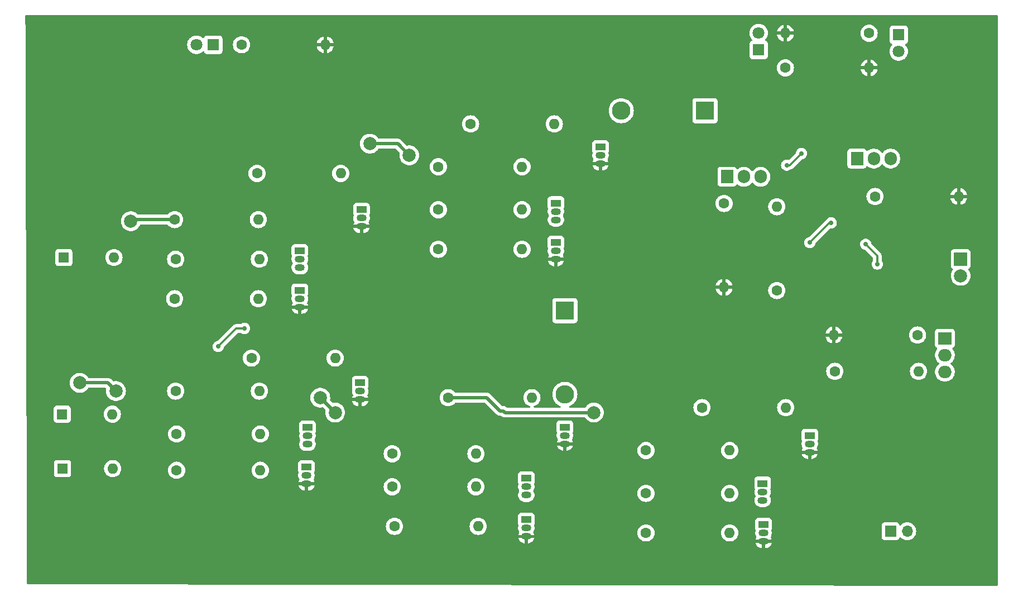
<source format=gbl>
G04 #@! TF.GenerationSoftware,KiCad,Pcbnew,8.0.8*
G04 #@! TF.CreationDate,2025-06-19T10:33:32-04:00*
G04 #@! TF.ProjectId,multimeter,6d756c74-696d-4657-9465-722e6b696361,rev?*
G04 #@! TF.SameCoordinates,Original*
G04 #@! TF.FileFunction,Copper,L2,Bot*
G04 #@! TF.FilePolarity,Positive*
%FSLAX46Y46*%
G04 Gerber Fmt 4.6, Leading zero omitted, Abs format (unit mm)*
G04 Created by KiCad (PCBNEW 8.0.8) date 2025-06-19 10:33:32*
%MOMM*%
%LPD*%
G01*
G04 APERTURE LIST*
G04 #@! TA.AperFunction,ComponentPad*
%ADD10C,1.600000*%
G04 #@! TD*
G04 #@! TA.AperFunction,ComponentPad*
%ADD11O,1.600000X1.600000*%
G04 #@! TD*
G04 #@! TA.AperFunction,ComponentPad*
%ADD12R,1.905000X2.000000*%
G04 #@! TD*
G04 #@! TA.AperFunction,ComponentPad*
%ADD13O,1.905000X2.000000*%
G04 #@! TD*
G04 #@! TA.AperFunction,ComponentPad*
%ADD14R,1.500000X1.050000*%
G04 #@! TD*
G04 #@! TA.AperFunction,ComponentPad*
%ADD15O,1.500000X1.050000*%
G04 #@! TD*
G04 #@! TA.AperFunction,ComponentPad*
%ADD16R,2.000000X2.000000*%
G04 #@! TD*
G04 #@! TA.AperFunction,ComponentPad*
%ADD17C,2.000000*%
G04 #@! TD*
G04 #@! TA.AperFunction,ComponentPad*
%ADD18R,2.000000X1.905000*%
G04 #@! TD*
G04 #@! TA.AperFunction,ComponentPad*
%ADD19O,2.000000X1.905000*%
G04 #@! TD*
G04 #@! TA.AperFunction,ComponentPad*
%ADD20R,1.700000X1.700000*%
G04 #@! TD*
G04 #@! TA.AperFunction,ComponentPad*
%ADD21O,1.700000X1.700000*%
G04 #@! TD*
G04 #@! TA.AperFunction,ComponentPad*
%ADD22R,2.800000X2.800000*%
G04 #@! TD*
G04 #@! TA.AperFunction,ComponentPad*
%ADD23O,2.800000X2.800000*%
G04 #@! TD*
G04 #@! TA.AperFunction,ComponentPad*
%ADD24R,1.600000X1.600000*%
G04 #@! TD*
G04 #@! TA.AperFunction,ComponentPad*
%ADD25R,1.800000X1.800000*%
G04 #@! TD*
G04 #@! TA.AperFunction,ComponentPad*
%ADD26C,1.800000*%
G04 #@! TD*
G04 #@! TA.AperFunction,ViaPad*
%ADD27C,2.000000*%
G04 #@! TD*
G04 #@! TA.AperFunction,ViaPad*
%ADD28C,0.700000*%
G04 #@! TD*
G04 #@! TA.AperFunction,Conductor*
%ADD29C,0.500000*%
G04 #@! TD*
G04 #@! TA.AperFunction,Conductor*
%ADD30C,0.300000*%
G04 #@! TD*
G04 APERTURE END LIST*
D10*
X163300000Y-88500000D03*
D11*
X176000000Y-88500000D03*
D12*
X146960000Y-59000000D03*
D13*
X149500000Y-59000000D03*
X152040000Y-59000000D03*
D14*
X116490000Y-104730000D03*
D15*
X116490000Y-106000000D03*
X116490000Y-107270000D03*
D10*
X146500000Y-63055000D03*
D11*
X146500000Y-75755000D03*
D10*
X96500000Y-112000000D03*
D11*
X109200000Y-112000000D03*
D16*
X182400000Y-71475000D03*
D17*
X182400000Y-74015000D03*
D10*
X134650000Y-113000000D03*
D11*
X147350000Y-113000000D03*
D14*
X122350000Y-96960000D03*
D15*
X122350000Y-98230000D03*
X122350000Y-99500000D03*
D10*
X103150000Y-57500000D03*
D11*
X115850000Y-57500000D03*
D18*
X180000000Y-83500000D03*
D19*
X180000000Y-86040000D03*
X180000000Y-88580000D03*
D14*
X83290000Y-97000000D03*
D15*
X83290000Y-98270000D03*
X83290000Y-99540000D03*
D10*
X168500000Y-37250000D03*
D11*
X155800000Y-37250000D03*
D14*
X127750000Y-54500000D03*
D15*
X127750000Y-55770000D03*
X127750000Y-57040000D03*
D20*
X171750000Y-112750000D03*
D21*
X174290000Y-112750000D03*
D12*
X166670000Y-56250000D03*
D13*
X169210000Y-56250000D03*
X171750000Y-56250000D03*
D22*
X143600000Y-49000000D03*
D23*
X130900000Y-49000000D03*
D14*
X120990000Y-63000000D03*
D15*
X120990000Y-64270000D03*
X120990000Y-65540000D03*
D14*
X152490000Y-111730000D03*
D15*
X152490000Y-113000000D03*
X152490000Y-114270000D03*
D14*
X120990000Y-69000000D03*
D15*
X120990000Y-70270000D03*
X120990000Y-71540000D03*
D14*
X82140000Y-70230000D03*
D15*
X82140000Y-71500000D03*
X82140000Y-72770000D03*
D10*
X63150000Y-77500000D03*
D11*
X75850000Y-77500000D03*
D14*
X91290000Y-90230000D03*
D15*
X91290000Y-91500000D03*
X91290000Y-92770000D03*
D10*
X75650000Y-58500000D03*
D11*
X88350000Y-58500000D03*
D10*
X104650000Y-92500000D03*
D11*
X117350000Y-92500000D03*
D10*
X63150000Y-65500000D03*
D11*
X75850000Y-65500000D03*
D14*
X152350000Y-105500000D03*
D15*
X152350000Y-106770000D03*
X152350000Y-108040000D03*
D14*
X83150000Y-103000000D03*
D15*
X83150000Y-104270000D03*
X83150000Y-105540000D03*
D10*
X103150000Y-64000000D03*
D11*
X115850000Y-64000000D03*
D10*
X134650000Y-100500000D03*
D11*
X147350000Y-100500000D03*
D14*
X82140000Y-76230000D03*
D15*
X82140000Y-77500000D03*
X82140000Y-78770000D03*
D10*
X63300000Y-71500000D03*
D11*
X76000000Y-71500000D03*
D10*
X169400000Y-62000000D03*
D11*
X182100000Y-62000000D03*
D10*
X134650000Y-107000000D03*
D11*
X147350000Y-107000000D03*
D10*
X63450000Y-103500000D03*
D11*
X76150000Y-103500000D03*
D14*
X116490000Y-111000000D03*
D15*
X116490000Y-112270000D03*
X116490000Y-113540000D03*
D24*
X46325000Y-71250000D03*
D11*
X53945000Y-71250000D03*
D10*
X96150000Y-101000000D03*
D11*
X108850000Y-101000000D03*
D25*
X151750000Y-39775000D03*
D26*
X151750000Y-37235000D03*
D24*
X46075000Y-95000000D03*
D11*
X53695000Y-95000000D03*
D22*
X122350000Y-79300000D03*
D23*
X122350000Y-92000000D03*
D10*
X154500000Y-76255000D03*
D11*
X154500000Y-63555000D03*
D10*
X143150000Y-94000000D03*
D11*
X155850000Y-94000000D03*
D10*
X103150000Y-70000000D03*
D11*
X115850000Y-70000000D03*
D10*
X175850000Y-83000000D03*
D11*
X163150000Y-83000000D03*
D14*
X159490000Y-98230000D03*
D15*
X159490000Y-99500000D03*
X159490000Y-100770000D03*
D10*
X96150000Y-106000000D03*
D11*
X108850000Y-106000000D03*
D10*
X63450000Y-98000000D03*
D11*
X76150000Y-98000000D03*
D25*
X173000000Y-37475000D03*
D26*
X173000000Y-40015000D03*
D10*
X74800000Y-86500000D03*
D11*
X87500000Y-86500000D03*
D24*
X46130000Y-103250000D03*
D11*
X53750000Y-103250000D03*
D10*
X155800000Y-42500000D03*
D11*
X168500000Y-42500000D03*
D10*
X63300000Y-91500000D03*
D11*
X76000000Y-91500000D03*
D10*
X108050000Y-51000000D03*
D11*
X120750000Y-51000000D03*
D25*
X69000000Y-39000000D03*
D26*
X66460000Y-39000000D03*
D14*
X91500000Y-64000000D03*
D15*
X91500000Y-65270000D03*
X91500000Y-66540000D03*
D10*
X73300000Y-39000000D03*
D11*
X86000000Y-39000000D03*
D27*
X98750000Y-55750000D03*
X48750000Y-90250000D03*
X87500000Y-94750000D03*
X126750000Y-94750000D03*
X85250000Y-92500000D03*
X92750000Y-54000000D03*
X56500000Y-65750000D03*
X54250000Y-91500000D03*
D28*
X169750000Y-72250000D03*
X168000000Y-69250000D03*
X69750000Y-84750000D03*
X73750000Y-82000000D03*
X162750000Y-66000000D03*
X159500000Y-69000000D03*
X156000000Y-57250000D03*
X158250000Y-55500000D03*
D29*
X85250000Y-92500000D02*
X87500000Y-94750000D01*
X97000000Y-54000000D02*
X98750000Y-55750000D01*
X113250000Y-94750000D02*
X126750000Y-94750000D01*
X48750000Y-90250000D02*
X53000000Y-90250000D01*
X110500000Y-92500000D02*
X112500000Y-94500000D01*
X104650000Y-92500000D02*
X110500000Y-92500000D01*
X113000000Y-94500000D02*
X113250000Y-94750000D01*
X92750000Y-54000000D02*
X97000000Y-54000000D01*
X53000000Y-90250000D02*
X54250000Y-91500000D01*
X56500000Y-65750000D02*
X56750000Y-65500000D01*
X112500000Y-94500000D02*
X113000000Y-94500000D01*
X56750000Y-65500000D02*
X63150000Y-65500000D01*
D30*
X168000000Y-69250000D02*
X169750000Y-71000000D01*
X169750000Y-71000000D02*
X169750000Y-72250000D01*
X72500000Y-82000000D02*
X73750000Y-82000000D01*
X69750000Y-84750000D02*
X72500000Y-82000000D01*
X162500000Y-66000000D02*
X162750000Y-66000000D01*
X159500000Y-69000000D02*
X162500000Y-66000000D01*
X156500000Y-57250000D02*
X158250000Y-55500000D01*
X156000000Y-57250000D02*
X156500000Y-57250000D01*
G04 #@! TA.AperFunction,Conductor*
G36*
X187943039Y-34520185D02*
G01*
X187988794Y-34572989D01*
X188000000Y-34624500D01*
X188000000Y-120875789D01*
X187980315Y-120942828D01*
X187927511Y-120988583D01*
X187875789Y-120999789D01*
X40873430Y-120750209D01*
X40806425Y-120730410D01*
X40760759Y-120677529D01*
X40749642Y-120626568D01*
X40732624Y-114755526D01*
X40724637Y-111999998D01*
X95194532Y-111999998D01*
X95194532Y-112000001D01*
X95214364Y-112226686D01*
X95214366Y-112226697D01*
X95273258Y-112446488D01*
X95273261Y-112446497D01*
X95369431Y-112652732D01*
X95369432Y-112652734D01*
X95499954Y-112839141D01*
X95660858Y-113000045D01*
X95660861Y-113000047D01*
X95847266Y-113130568D01*
X96053504Y-113226739D01*
X96273308Y-113285635D01*
X96427431Y-113299119D01*
X96499998Y-113305468D01*
X96500000Y-113305468D01*
X96500002Y-113305468D01*
X96556673Y-113300509D01*
X96726692Y-113285635D01*
X96946496Y-113226739D01*
X97152734Y-113130568D01*
X97339139Y-113000047D01*
X97500047Y-112839139D01*
X97630568Y-112652734D01*
X97726739Y-112446496D01*
X97785635Y-112226692D01*
X97805468Y-112000000D01*
X97805468Y-111999998D01*
X107894532Y-111999998D01*
X107894532Y-112000001D01*
X107914364Y-112226686D01*
X107914366Y-112226697D01*
X107973258Y-112446488D01*
X107973261Y-112446497D01*
X108069431Y-112652732D01*
X108069432Y-112652734D01*
X108199954Y-112839141D01*
X108360858Y-113000045D01*
X108360861Y-113000047D01*
X108547266Y-113130568D01*
X108753504Y-113226739D01*
X108973308Y-113285635D01*
X109127431Y-113299119D01*
X109199998Y-113305468D01*
X109200000Y-113305468D01*
X109200002Y-113305468D01*
X109256673Y-113300509D01*
X109426692Y-113285635D01*
X109646496Y-113226739D01*
X109852734Y-113130568D01*
X110039139Y-113000047D01*
X110200047Y-112839139D01*
X110330568Y-112652734D01*
X110426739Y-112446496D01*
X110485635Y-112226692D01*
X110505468Y-112000000D01*
X110485635Y-111773308D01*
X110426739Y-111553504D01*
X110330568Y-111347266D01*
X110200047Y-111160861D01*
X110200045Y-111160858D01*
X110039141Y-110999954D01*
X109852734Y-110869432D01*
X109852732Y-110869431D01*
X109646497Y-110773261D01*
X109646488Y-110773258D01*
X109426697Y-110714366D01*
X109426693Y-110714365D01*
X109426692Y-110714365D01*
X109426691Y-110714364D01*
X109426686Y-110714364D01*
X109200002Y-110694532D01*
X109199998Y-110694532D01*
X108973313Y-110714364D01*
X108973302Y-110714366D01*
X108753511Y-110773258D01*
X108753502Y-110773261D01*
X108547267Y-110869431D01*
X108547265Y-110869432D01*
X108360858Y-110999954D01*
X108199954Y-111160858D01*
X108069432Y-111347265D01*
X108069431Y-111347267D01*
X107973261Y-111553502D01*
X107973258Y-111553511D01*
X107914366Y-111773302D01*
X107914364Y-111773313D01*
X107894532Y-111999998D01*
X97805468Y-111999998D01*
X97785635Y-111773308D01*
X97726739Y-111553504D01*
X97630568Y-111347266D01*
X97500047Y-111160861D01*
X97500045Y-111160858D01*
X97339141Y-110999954D01*
X97152734Y-110869432D01*
X97152732Y-110869431D01*
X96946497Y-110773261D01*
X96946488Y-110773258D01*
X96726697Y-110714366D01*
X96726693Y-110714365D01*
X96726692Y-110714365D01*
X96726691Y-110714364D01*
X96726686Y-110714364D01*
X96500002Y-110694532D01*
X96499998Y-110694532D01*
X96273313Y-110714364D01*
X96273302Y-110714366D01*
X96053511Y-110773258D01*
X96053502Y-110773261D01*
X95847267Y-110869431D01*
X95847265Y-110869432D01*
X95660858Y-110999954D01*
X95499954Y-111160858D01*
X95369432Y-111347265D01*
X95369431Y-111347267D01*
X95273261Y-111553502D01*
X95273258Y-111553511D01*
X95214366Y-111773302D01*
X95214364Y-111773313D01*
X95194532Y-111999998D01*
X40724637Y-111999998D01*
X40720078Y-110427135D01*
X115239500Y-110427135D01*
X115239500Y-111572873D01*
X115245908Y-111632483D01*
X115296202Y-111767328D01*
X115296203Y-111767330D01*
X115296204Y-111767331D01*
X115297028Y-111768432D01*
X115297509Y-111769721D01*
X115300454Y-111775114D01*
X115299678Y-111775537D01*
X115321448Y-111833895D01*
X115312325Y-111890198D01*
X115278910Y-111970868D01*
X115278907Y-111970880D01*
X115239500Y-112168992D01*
X115239500Y-112371007D01*
X115278907Y-112569119D01*
X115278909Y-112569127D01*
X115356212Y-112755754D01*
X115410204Y-112836558D01*
X115431081Y-112903235D01*
X115412596Y-112970615D01*
X115410204Y-112974337D01*
X115356655Y-113054479D01*
X115356654Y-113054481D01*
X115279390Y-113241016D01*
X115279387Y-113241025D01*
X115269647Y-113290000D01*
X116124134Y-113290000D01*
X116148326Y-113292383D01*
X116151123Y-113292939D01*
X116163995Y-113295499D01*
X116163996Y-113295500D01*
X116163997Y-113295500D01*
X116204170Y-113295500D01*
X116189925Y-113309745D01*
X116140556Y-113395255D01*
X116115000Y-113490630D01*
X116115000Y-113589370D01*
X116140556Y-113684745D01*
X116189925Y-113770255D01*
X116209670Y-113790000D01*
X115269647Y-113790000D01*
X115279387Y-113838974D01*
X115279390Y-113838983D01*
X115356652Y-114025513D01*
X115356659Y-114025526D01*
X115468829Y-114193399D01*
X115468832Y-114193403D01*
X115611596Y-114336167D01*
X115611600Y-114336170D01*
X115779473Y-114448340D01*
X115779486Y-114448347D01*
X115966016Y-114525609D01*
X115966025Y-114525612D01*
X116164041Y-114564999D01*
X116164045Y-114565000D01*
X116240000Y-114565000D01*
X116240000Y-113820330D01*
X116259745Y-113840075D01*
X116345255Y-113889444D01*
X116440630Y-113915000D01*
X116539370Y-113915000D01*
X116634745Y-113889444D01*
X116720255Y-113840075D01*
X116740000Y-113820330D01*
X116740000Y-114565000D01*
X116815955Y-114565000D01*
X116815958Y-114564999D01*
X117013974Y-114525612D01*
X117013983Y-114525609D01*
X117200513Y-114448347D01*
X117200526Y-114448340D01*
X117368399Y-114336170D01*
X117368403Y-114336167D01*
X117511167Y-114193403D01*
X117511170Y-114193399D01*
X117623340Y-114025526D01*
X117623347Y-114025513D01*
X117700609Y-113838983D01*
X117700612Y-113838974D01*
X117710353Y-113790000D01*
X116770330Y-113790000D01*
X116790075Y-113770255D01*
X116839444Y-113684745D01*
X116865000Y-113589370D01*
X116865000Y-113490630D01*
X116839444Y-113395255D01*
X116790075Y-113309745D01*
X116775830Y-113295500D01*
X116816004Y-113295500D01*
X116816004Y-113295499D01*
X116829473Y-113292820D01*
X116831674Y-113292383D01*
X116855866Y-113290000D01*
X117710353Y-113290000D01*
X117700612Y-113241025D01*
X117700609Y-113241016D01*
X117623347Y-113054486D01*
X117623343Y-113054479D01*
X117586939Y-112999998D01*
X133344532Y-112999998D01*
X133344532Y-113000001D01*
X133364364Y-113226686D01*
X133364366Y-113226697D01*
X133423258Y-113446488D01*
X133423261Y-113446497D01*
X133519431Y-113652732D01*
X133519432Y-113652734D01*
X133649954Y-113839141D01*
X133810858Y-114000045D01*
X133810861Y-114000047D01*
X133997266Y-114130568D01*
X134203504Y-114226739D01*
X134423308Y-114285635D01*
X134585230Y-114299801D01*
X134649998Y-114305468D01*
X134650000Y-114305468D01*
X134650002Y-114305468D01*
X134706673Y-114300509D01*
X134876692Y-114285635D01*
X135096496Y-114226739D01*
X135302734Y-114130568D01*
X135489139Y-114000047D01*
X135650047Y-113839139D01*
X135780568Y-113652734D01*
X135876739Y-113446496D01*
X135935635Y-113226692D01*
X135955468Y-113000000D01*
X135955468Y-112999998D01*
X146044532Y-112999998D01*
X146044532Y-113000001D01*
X146064364Y-113226686D01*
X146064366Y-113226697D01*
X146123258Y-113446488D01*
X146123261Y-113446497D01*
X146219431Y-113652732D01*
X146219432Y-113652734D01*
X146349954Y-113839141D01*
X146510858Y-114000045D01*
X146510861Y-114000047D01*
X146697266Y-114130568D01*
X146903504Y-114226739D01*
X147123308Y-114285635D01*
X147285230Y-114299801D01*
X147349998Y-114305468D01*
X147350000Y-114305468D01*
X147350002Y-114305468D01*
X147406673Y-114300509D01*
X147576692Y-114285635D01*
X147796496Y-114226739D01*
X148002734Y-114130568D01*
X148189139Y-114000047D01*
X148350047Y-113839139D01*
X148480568Y-113652734D01*
X148576739Y-113446496D01*
X148635635Y-113226692D01*
X148655468Y-113000000D01*
X148635635Y-112773308D01*
X148576739Y-112553504D01*
X148480568Y-112347266D01*
X148350047Y-112160861D01*
X148350045Y-112160858D01*
X148189141Y-111999954D01*
X148002734Y-111869432D01*
X148002732Y-111869431D01*
X147796497Y-111773261D01*
X147796488Y-111773258D01*
X147576697Y-111714366D01*
X147576693Y-111714365D01*
X147576692Y-111714365D01*
X147576691Y-111714364D01*
X147576686Y-111714364D01*
X147350002Y-111694532D01*
X147349998Y-111694532D01*
X147123313Y-111714364D01*
X147123302Y-111714366D01*
X146903511Y-111773258D01*
X146903502Y-111773261D01*
X146697267Y-111869431D01*
X146697265Y-111869432D01*
X146510858Y-111999954D01*
X146349954Y-112160858D01*
X146219432Y-112347265D01*
X146219431Y-112347267D01*
X146123261Y-112553502D01*
X146123258Y-112553511D01*
X146064366Y-112773302D01*
X146064364Y-112773313D01*
X146044532Y-112999998D01*
X135955468Y-112999998D01*
X135935635Y-112773308D01*
X135876739Y-112553504D01*
X135780568Y-112347266D01*
X135650047Y-112160861D01*
X135650045Y-112160858D01*
X135489141Y-111999954D01*
X135302734Y-111869432D01*
X135302732Y-111869431D01*
X135096497Y-111773261D01*
X135096488Y-111773258D01*
X134876697Y-111714366D01*
X134876693Y-111714365D01*
X134876692Y-111714365D01*
X134876691Y-111714364D01*
X134876686Y-111714364D01*
X134650002Y-111694532D01*
X134649998Y-111694532D01*
X134423313Y-111714364D01*
X134423302Y-111714366D01*
X134203511Y-111773258D01*
X134203502Y-111773261D01*
X133997267Y-111869431D01*
X133997265Y-111869432D01*
X133810858Y-111999954D01*
X133649954Y-112160858D01*
X133519432Y-112347265D01*
X133519431Y-112347267D01*
X133423261Y-112553502D01*
X133423258Y-112553511D01*
X133364366Y-112773302D01*
X133364364Y-112773313D01*
X133344532Y-112999998D01*
X117586939Y-112999998D01*
X117569795Y-112974340D01*
X117548917Y-112907662D01*
X117567401Y-112840282D01*
X117569733Y-112836652D01*
X117623786Y-112755756D01*
X117701091Y-112569127D01*
X117740500Y-112371003D01*
X117740500Y-112168997D01*
X117701091Y-111970873D01*
X117667673Y-111890198D01*
X117660205Y-111820730D01*
X117679964Y-111775340D01*
X117679547Y-111775112D01*
X117682095Y-111770444D01*
X117682972Y-111768431D01*
X117683796Y-111767331D01*
X117734091Y-111632483D01*
X117740500Y-111572873D01*
X117740500Y-111157135D01*
X151239500Y-111157135D01*
X151239500Y-112302870D01*
X151239501Y-112302876D01*
X151245908Y-112362483D01*
X151296202Y-112497328D01*
X151296203Y-112497330D01*
X151296204Y-112497331D01*
X151297028Y-112498432D01*
X151297509Y-112499721D01*
X151300454Y-112505114D01*
X151299678Y-112505537D01*
X151321448Y-112563895D01*
X151312325Y-112620198D01*
X151278910Y-112700868D01*
X151278907Y-112700880D01*
X151239500Y-112898992D01*
X151239500Y-113101007D01*
X151278907Y-113299119D01*
X151278909Y-113299127D01*
X151356212Y-113485754D01*
X151410204Y-113566558D01*
X151431081Y-113633235D01*
X151412596Y-113700615D01*
X151410204Y-113704337D01*
X151356655Y-113784479D01*
X151356654Y-113784481D01*
X151279390Y-113971016D01*
X151279387Y-113971025D01*
X151269647Y-114020000D01*
X152124134Y-114020000D01*
X152148326Y-114022383D01*
X152151123Y-114022939D01*
X152163995Y-114025499D01*
X152163996Y-114025500D01*
X152163997Y-114025500D01*
X152204170Y-114025500D01*
X152189925Y-114039745D01*
X152140556Y-114125255D01*
X152115000Y-114220630D01*
X152115000Y-114319370D01*
X152140556Y-114414745D01*
X152189925Y-114500255D01*
X152209670Y-114520000D01*
X151269647Y-114520000D01*
X151279387Y-114568974D01*
X151279390Y-114568983D01*
X151356652Y-114755513D01*
X151356659Y-114755526D01*
X151468829Y-114923399D01*
X151468832Y-114923403D01*
X151611596Y-115066167D01*
X151611600Y-115066170D01*
X151779473Y-115178340D01*
X151779486Y-115178347D01*
X151966016Y-115255609D01*
X151966025Y-115255612D01*
X152164041Y-115294999D01*
X152164045Y-115295000D01*
X152240000Y-115295000D01*
X152240000Y-114550330D01*
X152259745Y-114570075D01*
X152345255Y-114619444D01*
X152440630Y-114645000D01*
X152539370Y-114645000D01*
X152634745Y-114619444D01*
X152720255Y-114570075D01*
X152740000Y-114550330D01*
X152740000Y-115295000D01*
X152815955Y-115295000D01*
X152815958Y-115294999D01*
X153013974Y-115255612D01*
X153013983Y-115255609D01*
X153200513Y-115178347D01*
X153200526Y-115178340D01*
X153368399Y-115066170D01*
X153368403Y-115066167D01*
X153511167Y-114923403D01*
X153511170Y-114923399D01*
X153623340Y-114755526D01*
X153623347Y-114755513D01*
X153700609Y-114568983D01*
X153700612Y-114568974D01*
X153710353Y-114520000D01*
X152770330Y-114520000D01*
X152790075Y-114500255D01*
X152839444Y-114414745D01*
X152865000Y-114319370D01*
X152865000Y-114220630D01*
X152839444Y-114125255D01*
X152790075Y-114039745D01*
X152775830Y-114025500D01*
X152816004Y-114025500D01*
X152816004Y-114025499D01*
X152829473Y-114022820D01*
X152831674Y-114022383D01*
X152855866Y-114020000D01*
X153710353Y-114020000D01*
X153700612Y-113971025D01*
X153700609Y-113971016D01*
X153623347Y-113784486D01*
X153623343Y-113784479D01*
X153569795Y-113704340D01*
X153548917Y-113637662D01*
X153567401Y-113570282D01*
X153569733Y-113566652D01*
X153623786Y-113485756D01*
X153701091Y-113299127D01*
X153740500Y-113101003D01*
X153740500Y-112898997D01*
X153701091Y-112700873D01*
X153667673Y-112620198D01*
X153660205Y-112550730D01*
X153679964Y-112505340D01*
X153679547Y-112505112D01*
X153682095Y-112500444D01*
X153682972Y-112498431D01*
X153683796Y-112497331D01*
X153734091Y-112362483D01*
X153740500Y-112302873D01*
X153740500Y-111852135D01*
X170399500Y-111852135D01*
X170399500Y-113647870D01*
X170399501Y-113647876D01*
X170405908Y-113707483D01*
X170456202Y-113842328D01*
X170456206Y-113842335D01*
X170542452Y-113957544D01*
X170542455Y-113957547D01*
X170657664Y-114043793D01*
X170657671Y-114043797D01*
X170792517Y-114094091D01*
X170792516Y-114094091D01*
X170799444Y-114094835D01*
X170852127Y-114100500D01*
X172647872Y-114100499D01*
X172707483Y-114094091D01*
X172842331Y-114043796D01*
X172957546Y-113957546D01*
X173043796Y-113842331D01*
X173092810Y-113710916D01*
X173134681Y-113654984D01*
X173200145Y-113630566D01*
X173268418Y-113645417D01*
X173296673Y-113666569D01*
X173418599Y-113788495D01*
X173515384Y-113856265D01*
X173612165Y-113924032D01*
X173612167Y-113924033D01*
X173612170Y-113924035D01*
X173826337Y-114023903D01*
X173826343Y-114023904D01*
X173826344Y-114023905D01*
X173832394Y-114025526D01*
X174054592Y-114085063D01*
X174231034Y-114100500D01*
X174289999Y-114105659D01*
X174290000Y-114105659D01*
X174290001Y-114105659D01*
X174348966Y-114100500D01*
X174525408Y-114085063D01*
X174753663Y-114023903D01*
X174967830Y-113924035D01*
X175161401Y-113788495D01*
X175328495Y-113621401D01*
X175464035Y-113427830D01*
X175563903Y-113213663D01*
X175625063Y-112985408D01*
X175645659Y-112750000D01*
X175625063Y-112514592D01*
X175578626Y-112341285D01*
X175563905Y-112286344D01*
X175563904Y-112286343D01*
X175563903Y-112286337D01*
X175464035Y-112072171D01*
X175413502Y-112000001D01*
X175328494Y-111878597D01*
X175161402Y-111711506D01*
X175161395Y-111711501D01*
X174967834Y-111575967D01*
X174967830Y-111575965D01*
X174919658Y-111553502D01*
X174753663Y-111476097D01*
X174753659Y-111476096D01*
X174753655Y-111476094D01*
X174525413Y-111414938D01*
X174525403Y-111414936D01*
X174290001Y-111394341D01*
X174289999Y-111394341D01*
X174054596Y-111414936D01*
X174054586Y-111414938D01*
X173826344Y-111476094D01*
X173826335Y-111476098D01*
X173612171Y-111575964D01*
X173612169Y-111575965D01*
X173418600Y-111711503D01*
X173296673Y-111833430D01*
X173235350Y-111866914D01*
X173165658Y-111861930D01*
X173109725Y-111820058D01*
X173092810Y-111789081D01*
X173043797Y-111657671D01*
X173043793Y-111657664D01*
X172957547Y-111542455D01*
X172957544Y-111542452D01*
X172842335Y-111456206D01*
X172842328Y-111456202D01*
X172707482Y-111405908D01*
X172707483Y-111405908D01*
X172647883Y-111399501D01*
X172647881Y-111399500D01*
X172647873Y-111399500D01*
X172647864Y-111399500D01*
X170852129Y-111399500D01*
X170852123Y-111399501D01*
X170792516Y-111405908D01*
X170657671Y-111456202D01*
X170657664Y-111456206D01*
X170542455Y-111542452D01*
X170542452Y-111542455D01*
X170456206Y-111657664D01*
X170456202Y-111657671D01*
X170405908Y-111792517D01*
X170399501Y-111852116D01*
X170399500Y-111852135D01*
X153740500Y-111852135D01*
X153740499Y-111157128D01*
X153734091Y-111097517D01*
X153697702Y-110999954D01*
X153683797Y-110962671D01*
X153683793Y-110962664D01*
X153597547Y-110847455D01*
X153597544Y-110847452D01*
X153482335Y-110761206D01*
X153482328Y-110761202D01*
X153347482Y-110710908D01*
X153347483Y-110710908D01*
X153287883Y-110704501D01*
X153287881Y-110704500D01*
X153287873Y-110704500D01*
X153287864Y-110704500D01*
X151692129Y-110704500D01*
X151692123Y-110704501D01*
X151632516Y-110710908D01*
X151497671Y-110761202D01*
X151497664Y-110761206D01*
X151382455Y-110847452D01*
X151382452Y-110847455D01*
X151296206Y-110962664D01*
X151296202Y-110962671D01*
X151245908Y-111097517D01*
X151239501Y-111157116D01*
X151239501Y-111157123D01*
X151239500Y-111157135D01*
X117740500Y-111157135D01*
X117740499Y-110427128D01*
X117734091Y-110367517D01*
X117683796Y-110232669D01*
X117683795Y-110232668D01*
X117683793Y-110232664D01*
X117597547Y-110117455D01*
X117597544Y-110117452D01*
X117482335Y-110031206D01*
X117482328Y-110031202D01*
X117347482Y-109980908D01*
X117347483Y-109980908D01*
X117287883Y-109974501D01*
X117287881Y-109974500D01*
X117287873Y-109974500D01*
X117287864Y-109974500D01*
X115692129Y-109974500D01*
X115692123Y-109974501D01*
X115632516Y-109980908D01*
X115497671Y-110031202D01*
X115497664Y-110031206D01*
X115382455Y-110117452D01*
X115382452Y-110117455D01*
X115296206Y-110232664D01*
X115296202Y-110232671D01*
X115245908Y-110367517D01*
X115239501Y-110427116D01*
X115239501Y-110427123D01*
X115239500Y-110427135D01*
X40720078Y-110427135D01*
X40696817Y-102402135D01*
X44829500Y-102402135D01*
X44829500Y-104097870D01*
X44829501Y-104097876D01*
X44835908Y-104157483D01*
X44886202Y-104292328D01*
X44886206Y-104292335D01*
X44972452Y-104407544D01*
X44972455Y-104407547D01*
X45087664Y-104493793D01*
X45087671Y-104493797D01*
X45222517Y-104544091D01*
X45222516Y-104544091D01*
X45229444Y-104544835D01*
X45282127Y-104550500D01*
X46977872Y-104550499D01*
X47037483Y-104544091D01*
X47172331Y-104493796D01*
X47287546Y-104407546D01*
X47373796Y-104292331D01*
X47424091Y-104157483D01*
X47430500Y-104097873D01*
X47430499Y-103249998D01*
X52444532Y-103249998D01*
X52444532Y-103250001D01*
X52464364Y-103476686D01*
X52464366Y-103476697D01*
X52523258Y-103696488D01*
X52523261Y-103696497D01*
X52619431Y-103902732D01*
X52619432Y-103902734D01*
X52749954Y-104089141D01*
X52910858Y-104250045D01*
X52910861Y-104250047D01*
X53097266Y-104380568D01*
X53303504Y-104476739D01*
X53303509Y-104476740D01*
X53303511Y-104476741D01*
X53356415Y-104490916D01*
X53523308Y-104535635D01*
X53685230Y-104549801D01*
X53749998Y-104555468D01*
X53750000Y-104555468D01*
X53750002Y-104555468D01*
X53806807Y-104550498D01*
X53976692Y-104535635D01*
X54196496Y-104476739D01*
X54402734Y-104380568D01*
X54589139Y-104250047D01*
X54750047Y-104089139D01*
X54880568Y-103902734D01*
X54976739Y-103696496D01*
X55029390Y-103499998D01*
X62144532Y-103499998D01*
X62144532Y-103500001D01*
X62164364Y-103726686D01*
X62164366Y-103726697D01*
X62223258Y-103946488D01*
X62223261Y-103946497D01*
X62319431Y-104152732D01*
X62319432Y-104152734D01*
X62449954Y-104339141D01*
X62610858Y-104500045D01*
X62610861Y-104500047D01*
X62797266Y-104630568D01*
X63003504Y-104726739D01*
X63003509Y-104726740D01*
X63003511Y-104726741D01*
X63056415Y-104740916D01*
X63223308Y-104785635D01*
X63385230Y-104799801D01*
X63449998Y-104805468D01*
X63450000Y-104805468D01*
X63450002Y-104805468D01*
X63506673Y-104800509D01*
X63676692Y-104785635D01*
X63896496Y-104726739D01*
X64102734Y-104630568D01*
X64289139Y-104500047D01*
X64450047Y-104339139D01*
X64580568Y-104152734D01*
X64676739Y-103946496D01*
X64735635Y-103726692D01*
X64755468Y-103500000D01*
X64755468Y-103499998D01*
X74844532Y-103499998D01*
X74844532Y-103500001D01*
X74864364Y-103726686D01*
X74864366Y-103726697D01*
X74923258Y-103946488D01*
X74923261Y-103946497D01*
X75019431Y-104152732D01*
X75019432Y-104152734D01*
X75149954Y-104339141D01*
X75310858Y-104500045D01*
X75310861Y-104500047D01*
X75497266Y-104630568D01*
X75703504Y-104726739D01*
X75703509Y-104726740D01*
X75703511Y-104726741D01*
X75756415Y-104740916D01*
X75923308Y-104785635D01*
X76085230Y-104799801D01*
X76149998Y-104805468D01*
X76150000Y-104805468D01*
X76150002Y-104805468D01*
X76206673Y-104800509D01*
X76376692Y-104785635D01*
X76596496Y-104726739D01*
X76802734Y-104630568D01*
X76989139Y-104500047D01*
X77150047Y-104339139D01*
X77280568Y-104152734D01*
X77376739Y-103946496D01*
X77435635Y-103726692D01*
X77455468Y-103500000D01*
X77435635Y-103273308D01*
X77376739Y-103053504D01*
X77280568Y-102847266D01*
X77150047Y-102660861D01*
X77150045Y-102660858D01*
X76989141Y-102499954D01*
X76885143Y-102427135D01*
X81899500Y-102427135D01*
X81899500Y-103572870D01*
X81899501Y-103572876D01*
X81905908Y-103632483D01*
X81956202Y-103767328D01*
X81956203Y-103767330D01*
X81956204Y-103767331D01*
X81957028Y-103768432D01*
X81957509Y-103769721D01*
X81960454Y-103775114D01*
X81959678Y-103775537D01*
X81981448Y-103833895D01*
X81972325Y-103890198D01*
X81938910Y-103970868D01*
X81938907Y-103970880D01*
X81899500Y-104168992D01*
X81899500Y-104371007D01*
X81938907Y-104569119D01*
X81938909Y-104569127D01*
X82016212Y-104755754D01*
X82070204Y-104836558D01*
X82091081Y-104903235D01*
X82072596Y-104970615D01*
X82070204Y-104974337D01*
X82016655Y-105054479D01*
X82016654Y-105054481D01*
X81939390Y-105241016D01*
X81939387Y-105241025D01*
X81929647Y-105290000D01*
X82784134Y-105290000D01*
X82808326Y-105292383D01*
X82811123Y-105292939D01*
X82823995Y-105295499D01*
X82823996Y-105295500D01*
X82823997Y-105295500D01*
X82864170Y-105295500D01*
X82849925Y-105309745D01*
X82800556Y-105395255D01*
X82775000Y-105490630D01*
X82775000Y-105589370D01*
X82800556Y-105684745D01*
X82849925Y-105770255D01*
X82869670Y-105790000D01*
X81929647Y-105790000D01*
X81939387Y-105838974D01*
X81939390Y-105838983D01*
X82016652Y-106025513D01*
X82016659Y-106025526D01*
X82128829Y-106193399D01*
X82128832Y-106193403D01*
X82271596Y-106336167D01*
X82271600Y-106336170D01*
X82439473Y-106448340D01*
X82439486Y-106448347D01*
X82626016Y-106525609D01*
X82626025Y-106525612D01*
X82824041Y-106564999D01*
X82824045Y-106565000D01*
X82900000Y-106565000D01*
X82900000Y-105820330D01*
X82919745Y-105840075D01*
X83005255Y-105889444D01*
X83100630Y-105915000D01*
X83199370Y-105915000D01*
X83294745Y-105889444D01*
X83380255Y-105840075D01*
X83400000Y-105820330D01*
X83400000Y-106565000D01*
X83475955Y-106565000D01*
X83475958Y-106564999D01*
X83673974Y-106525612D01*
X83673983Y-106525609D01*
X83860513Y-106448347D01*
X83860526Y-106448340D01*
X84028399Y-106336170D01*
X84028403Y-106336167D01*
X84171167Y-106193403D01*
X84171170Y-106193399D01*
X84283340Y-106025526D01*
X84283347Y-106025513D01*
X84293915Y-105999998D01*
X94844532Y-105999998D01*
X94844532Y-106000001D01*
X94864364Y-106226686D01*
X94864366Y-106226697D01*
X94923258Y-106446488D01*
X94923261Y-106446497D01*
X95019431Y-106652732D01*
X95019432Y-106652734D01*
X95149954Y-106839141D01*
X95310858Y-107000045D01*
X95310861Y-107000047D01*
X95497266Y-107130568D01*
X95703504Y-107226739D01*
X95923308Y-107285635D01*
X96085230Y-107299801D01*
X96149998Y-107305468D01*
X96150000Y-107305468D01*
X96150002Y-107305468D01*
X96206673Y-107300509D01*
X96376692Y-107285635D01*
X96596496Y-107226739D01*
X96802734Y-107130568D01*
X96989139Y-107000047D01*
X97150047Y-106839139D01*
X97280568Y-106652734D01*
X97376739Y-106446496D01*
X97435635Y-106226692D01*
X97455468Y-106000000D01*
X97455468Y-105999998D01*
X107544532Y-105999998D01*
X107544532Y-106000001D01*
X107564364Y-106226686D01*
X107564366Y-106226697D01*
X107623258Y-106446488D01*
X107623261Y-106446497D01*
X107719431Y-106652732D01*
X107719432Y-106652734D01*
X107849954Y-106839141D01*
X108010858Y-107000045D01*
X108010861Y-107000047D01*
X108197266Y-107130568D01*
X108403504Y-107226739D01*
X108623308Y-107285635D01*
X108785230Y-107299801D01*
X108849998Y-107305468D01*
X108850000Y-107305468D01*
X108850002Y-107305468D01*
X108906673Y-107300509D01*
X109076692Y-107285635D01*
X109296496Y-107226739D01*
X109502734Y-107130568D01*
X109689139Y-107000047D01*
X109850047Y-106839139D01*
X109980568Y-106652734D01*
X110076739Y-106446496D01*
X110135635Y-106226692D01*
X110155468Y-106000000D01*
X110135635Y-105773308D01*
X110076739Y-105553504D01*
X109980568Y-105347266D01*
X109882839Y-105207693D01*
X109850045Y-105160858D01*
X109689141Y-104999954D01*
X109502734Y-104869432D01*
X109502732Y-104869431D01*
X109296497Y-104773261D01*
X109296488Y-104773258D01*
X109076697Y-104714366D01*
X109076693Y-104714365D01*
X109076692Y-104714365D01*
X109076691Y-104714364D01*
X109076686Y-104714364D01*
X108850002Y-104694532D01*
X108849998Y-104694532D01*
X108623313Y-104714364D01*
X108623302Y-104714366D01*
X108403511Y-104773258D01*
X108403502Y-104773261D01*
X108197267Y-104869431D01*
X108197265Y-104869432D01*
X108010858Y-104999954D01*
X107849954Y-105160858D01*
X107719432Y-105347265D01*
X107719431Y-105347267D01*
X107623261Y-105553502D01*
X107623258Y-105553511D01*
X107564366Y-105773302D01*
X107564364Y-105773313D01*
X107544532Y-105999998D01*
X97455468Y-105999998D01*
X97435635Y-105773308D01*
X97376739Y-105553504D01*
X97280568Y-105347266D01*
X97182839Y-105207693D01*
X97150045Y-105160858D01*
X96989141Y-104999954D01*
X96802734Y-104869432D01*
X96802732Y-104869431D01*
X96596497Y-104773261D01*
X96596488Y-104773258D01*
X96376697Y-104714366D01*
X96376693Y-104714365D01*
X96376692Y-104714365D01*
X96376691Y-104714364D01*
X96376686Y-104714364D01*
X96150002Y-104694532D01*
X96149998Y-104694532D01*
X95923313Y-104714364D01*
X95923302Y-104714366D01*
X95703511Y-104773258D01*
X95703502Y-104773261D01*
X95497267Y-104869431D01*
X95497265Y-104869432D01*
X95310858Y-104999954D01*
X95149954Y-105160858D01*
X95019432Y-105347265D01*
X95019431Y-105347267D01*
X94923261Y-105553502D01*
X94923258Y-105553511D01*
X94864366Y-105773302D01*
X94864364Y-105773313D01*
X94844532Y-105999998D01*
X84293915Y-105999998D01*
X84360609Y-105838983D01*
X84360612Y-105838974D01*
X84370353Y-105790000D01*
X83430330Y-105790000D01*
X83450075Y-105770255D01*
X83499444Y-105684745D01*
X83525000Y-105589370D01*
X83525000Y-105490630D01*
X83499444Y-105395255D01*
X83450075Y-105309745D01*
X83435830Y-105295500D01*
X83476004Y-105295500D01*
X83476004Y-105295499D01*
X83489473Y-105292820D01*
X83491674Y-105292383D01*
X83515866Y-105290000D01*
X84370353Y-105290000D01*
X84360612Y-105241025D01*
X84360609Y-105241016D01*
X84283347Y-105054486D01*
X84283343Y-105054479D01*
X84229795Y-104974340D01*
X84208917Y-104907662D01*
X84227401Y-104840282D01*
X84229733Y-104836652D01*
X84283786Y-104755756D01*
X84361091Y-104569127D01*
X84400500Y-104371003D01*
X84400500Y-104168997D01*
X84398141Y-104157135D01*
X115239500Y-104157135D01*
X115239500Y-105302870D01*
X115239501Y-105302876D01*
X115245908Y-105362483D01*
X115296202Y-105497328D01*
X115296203Y-105497330D01*
X115296204Y-105497331D01*
X115297028Y-105498432D01*
X115297509Y-105499721D01*
X115300454Y-105505114D01*
X115299678Y-105505537D01*
X115321448Y-105563895D01*
X115312325Y-105620198D01*
X115278910Y-105700868D01*
X115278907Y-105700880D01*
X115239500Y-105898992D01*
X115239500Y-106101007D01*
X115278907Y-106299119D01*
X115278909Y-106299127D01*
X115356213Y-106485755D01*
X115356214Y-106485756D01*
X115401481Y-106553504D01*
X115409904Y-106566109D01*
X115430782Y-106632787D01*
X115412297Y-106700167D01*
X115409904Y-106703891D01*
X115356213Y-106784244D01*
X115278909Y-106970872D01*
X115278907Y-106970880D01*
X115239500Y-107168992D01*
X115239500Y-107371007D01*
X115278907Y-107569119D01*
X115278909Y-107569127D01*
X115356212Y-107755752D01*
X115356217Y-107755762D01*
X115468441Y-107923718D01*
X115611281Y-108066558D01*
X115779237Y-108178782D01*
X115779241Y-108178784D01*
X115779244Y-108178786D01*
X115965873Y-108256091D01*
X116114392Y-108285633D01*
X116163992Y-108295499D01*
X116163996Y-108295500D01*
X116163997Y-108295500D01*
X116816004Y-108295500D01*
X116816005Y-108295499D01*
X117014127Y-108256091D01*
X117200756Y-108178786D01*
X117368718Y-108066558D01*
X117511558Y-107923718D01*
X117623786Y-107755756D01*
X117701091Y-107569127D01*
X117740500Y-107371003D01*
X117740500Y-107168997D01*
X117706884Y-106999998D01*
X133344532Y-106999998D01*
X133344532Y-107000001D01*
X133364364Y-107226686D01*
X133364366Y-107226697D01*
X133423258Y-107446488D01*
X133423261Y-107446497D01*
X133519431Y-107652732D01*
X133519432Y-107652734D01*
X133649954Y-107839141D01*
X133810858Y-108000045D01*
X133810861Y-108000047D01*
X133997266Y-108130568D01*
X134203504Y-108226739D01*
X134423308Y-108285635D01*
X134585230Y-108299801D01*
X134649998Y-108305468D01*
X134650000Y-108305468D01*
X134650002Y-108305468D01*
X134706673Y-108300509D01*
X134876692Y-108285635D01*
X135096496Y-108226739D01*
X135302734Y-108130568D01*
X135489139Y-108000047D01*
X135650047Y-107839139D01*
X135780568Y-107652734D01*
X135876739Y-107446496D01*
X135935635Y-107226692D01*
X135955468Y-107000000D01*
X135955468Y-106999998D01*
X146044532Y-106999998D01*
X146044532Y-107000001D01*
X146064364Y-107226686D01*
X146064366Y-107226697D01*
X146123258Y-107446488D01*
X146123261Y-107446497D01*
X146219431Y-107652732D01*
X146219432Y-107652734D01*
X146349954Y-107839141D01*
X146510858Y-108000045D01*
X146510861Y-108000047D01*
X146697266Y-108130568D01*
X146903504Y-108226739D01*
X147123308Y-108285635D01*
X147285230Y-108299801D01*
X147349998Y-108305468D01*
X147350000Y-108305468D01*
X147350002Y-108305468D01*
X147406673Y-108300509D01*
X147576692Y-108285635D01*
X147796496Y-108226739D01*
X148002734Y-108130568D01*
X148189139Y-108000047D01*
X148350047Y-107839139D01*
X148480568Y-107652734D01*
X148576739Y-107446496D01*
X148635635Y-107226692D01*
X148655468Y-107000000D01*
X148635635Y-106773308D01*
X148581115Y-106569834D01*
X148576741Y-106553511D01*
X148576738Y-106553502D01*
X148545146Y-106485753D01*
X148480568Y-106347266D01*
X148350047Y-106160861D01*
X148350045Y-106160858D01*
X148189141Y-105999954D01*
X148002734Y-105869432D01*
X148002732Y-105869431D01*
X147796497Y-105773261D01*
X147796488Y-105773258D01*
X147576697Y-105714366D01*
X147576693Y-105714365D01*
X147576692Y-105714365D01*
X147576691Y-105714364D01*
X147576686Y-105714364D01*
X147350002Y-105694532D01*
X147349998Y-105694532D01*
X147123313Y-105714364D01*
X147123302Y-105714366D01*
X146903511Y-105773258D01*
X146903502Y-105773261D01*
X146697267Y-105869431D01*
X146697265Y-105869432D01*
X146510858Y-105999954D01*
X146349954Y-106160858D01*
X146219432Y-106347265D01*
X146219431Y-106347267D01*
X146123261Y-106553502D01*
X146123258Y-106553511D01*
X146064366Y-106773302D01*
X146064364Y-106773313D01*
X146044532Y-106999998D01*
X135955468Y-106999998D01*
X135935635Y-106773308D01*
X135881115Y-106569834D01*
X135876741Y-106553511D01*
X135876738Y-106553502D01*
X135845146Y-106485753D01*
X135780568Y-106347266D01*
X135650047Y-106160861D01*
X135650045Y-106160858D01*
X135489141Y-105999954D01*
X135302734Y-105869432D01*
X135302732Y-105869431D01*
X135096497Y-105773261D01*
X135096488Y-105773258D01*
X134876697Y-105714366D01*
X134876693Y-105714365D01*
X134876692Y-105714365D01*
X134876691Y-105714364D01*
X134876686Y-105714364D01*
X134650002Y-105694532D01*
X134649998Y-105694532D01*
X134423313Y-105714364D01*
X134423302Y-105714366D01*
X134203511Y-105773258D01*
X134203502Y-105773261D01*
X133997267Y-105869431D01*
X133997265Y-105869432D01*
X133810858Y-105999954D01*
X133649954Y-106160858D01*
X133519432Y-106347265D01*
X133519431Y-106347267D01*
X133423261Y-106553502D01*
X133423258Y-106553511D01*
X133364366Y-106773302D01*
X133364364Y-106773313D01*
X133344532Y-106999998D01*
X117706884Y-106999998D01*
X117701091Y-106970873D01*
X117623786Y-106784244D01*
X117570094Y-106703889D01*
X117549217Y-106637214D01*
X117567701Y-106569834D01*
X117570078Y-106566134D01*
X117623786Y-106485756D01*
X117701091Y-106299127D01*
X117740500Y-106101003D01*
X117740500Y-105898997D01*
X117701091Y-105700873D01*
X117667673Y-105620198D01*
X117660205Y-105550730D01*
X117679964Y-105505340D01*
X117679547Y-105505112D01*
X117682095Y-105500444D01*
X117682972Y-105498431D01*
X117683796Y-105497331D01*
X117734091Y-105362483D01*
X117740500Y-105302873D01*
X117740500Y-104927135D01*
X151099500Y-104927135D01*
X151099500Y-106072870D01*
X151099501Y-106072876D01*
X151105908Y-106132483D01*
X151156202Y-106267328D01*
X151156203Y-106267330D01*
X151156204Y-106267331D01*
X151157028Y-106268432D01*
X151157509Y-106269721D01*
X151160454Y-106275114D01*
X151159678Y-106275537D01*
X151181448Y-106333895D01*
X151172325Y-106390198D01*
X151138910Y-106470868D01*
X151138907Y-106470880D01*
X151099500Y-106668992D01*
X151099500Y-106871007D01*
X151138907Y-107069119D01*
X151138909Y-107069127D01*
X151216213Y-107255755D01*
X151269904Y-107336109D01*
X151290782Y-107402787D01*
X151272297Y-107470167D01*
X151269904Y-107473891D01*
X151216213Y-107554244D01*
X151138909Y-107740872D01*
X151138907Y-107740880D01*
X151099500Y-107938992D01*
X151099500Y-108141007D01*
X151138907Y-108339119D01*
X151138909Y-108339127D01*
X151216212Y-108525752D01*
X151216217Y-108525762D01*
X151328441Y-108693718D01*
X151471281Y-108836558D01*
X151639237Y-108948782D01*
X151639241Y-108948784D01*
X151639244Y-108948786D01*
X151825873Y-109026091D01*
X152023992Y-109065499D01*
X152023996Y-109065500D01*
X152023997Y-109065500D01*
X152676004Y-109065500D01*
X152676005Y-109065499D01*
X152874127Y-109026091D01*
X153060756Y-108948786D01*
X153228718Y-108836558D01*
X153371558Y-108693718D01*
X153483786Y-108525756D01*
X153561091Y-108339127D01*
X153600500Y-108141003D01*
X153600500Y-107938997D01*
X153561091Y-107740873D01*
X153489951Y-107569127D01*
X153483787Y-107554246D01*
X153483786Y-107554244D01*
X153430094Y-107473889D01*
X153409217Y-107407214D01*
X153427701Y-107339834D01*
X153430078Y-107336134D01*
X153483786Y-107255756D01*
X153561091Y-107069127D01*
X153600500Y-106871003D01*
X153600500Y-106668997D01*
X153561091Y-106470873D01*
X153527673Y-106390198D01*
X153520205Y-106320730D01*
X153539964Y-106275340D01*
X153539547Y-106275112D01*
X153542095Y-106270444D01*
X153542972Y-106268431D01*
X153543796Y-106267331D01*
X153594091Y-106132483D01*
X153600500Y-106072873D01*
X153600499Y-104927128D01*
X153594091Y-104867517D01*
X153582543Y-104836556D01*
X153543797Y-104732671D01*
X153543793Y-104732664D01*
X153457547Y-104617455D01*
X153457544Y-104617452D01*
X153342335Y-104531206D01*
X153342328Y-104531202D01*
X153207482Y-104480908D01*
X153207483Y-104480908D01*
X153147883Y-104474501D01*
X153147881Y-104474500D01*
X153147873Y-104474500D01*
X153147864Y-104474500D01*
X151552129Y-104474500D01*
X151552123Y-104474501D01*
X151492516Y-104480908D01*
X151357671Y-104531202D01*
X151357664Y-104531206D01*
X151242455Y-104617452D01*
X151242452Y-104617455D01*
X151156206Y-104732664D01*
X151156202Y-104732671D01*
X151105908Y-104867517D01*
X151099501Y-104927116D01*
X151099501Y-104927123D01*
X151099500Y-104927135D01*
X117740500Y-104927135D01*
X117740499Y-104157128D01*
X117734091Y-104097517D01*
X117730966Y-104089139D01*
X117683797Y-103962671D01*
X117683793Y-103962664D01*
X117597547Y-103847455D01*
X117597544Y-103847452D01*
X117482335Y-103761206D01*
X117482328Y-103761202D01*
X117347482Y-103710908D01*
X117347483Y-103710908D01*
X117287883Y-103704501D01*
X117287881Y-103704500D01*
X117287873Y-103704500D01*
X117287864Y-103704500D01*
X115692129Y-103704500D01*
X115692123Y-103704501D01*
X115632516Y-103710908D01*
X115497671Y-103761202D01*
X115497664Y-103761206D01*
X115382455Y-103847452D01*
X115382452Y-103847455D01*
X115296206Y-103962664D01*
X115296202Y-103962671D01*
X115245908Y-104097517D01*
X115239972Y-104152734D01*
X115239501Y-104157123D01*
X115239500Y-104157135D01*
X84398141Y-104157135D01*
X84361091Y-103970873D01*
X84327673Y-103890198D01*
X84320205Y-103820730D01*
X84339964Y-103775340D01*
X84339547Y-103775112D01*
X84342095Y-103770444D01*
X84342972Y-103768431D01*
X84343796Y-103767331D01*
X84394091Y-103632483D01*
X84400500Y-103572873D01*
X84400499Y-102427128D01*
X84394091Y-102367517D01*
X84384766Y-102342516D01*
X84343797Y-102232671D01*
X84343793Y-102232664D01*
X84257547Y-102117455D01*
X84257544Y-102117452D01*
X84142335Y-102031206D01*
X84142328Y-102031202D01*
X84007482Y-101980908D01*
X84007483Y-101980908D01*
X83947883Y-101974501D01*
X83947881Y-101974500D01*
X83947873Y-101974500D01*
X83947864Y-101974500D01*
X82352129Y-101974500D01*
X82352123Y-101974501D01*
X82292516Y-101980908D01*
X82157671Y-102031202D01*
X82157664Y-102031206D01*
X82042455Y-102117452D01*
X82042452Y-102117455D01*
X81956206Y-102232664D01*
X81956202Y-102232671D01*
X81905908Y-102367517D01*
X81899501Y-102427116D01*
X81899501Y-102427123D01*
X81899500Y-102427135D01*
X76885143Y-102427135D01*
X76802734Y-102369432D01*
X76802732Y-102369431D01*
X76596497Y-102273261D01*
X76596488Y-102273258D01*
X76376697Y-102214366D01*
X76376693Y-102214365D01*
X76376692Y-102214365D01*
X76376691Y-102214364D01*
X76376686Y-102214364D01*
X76150002Y-102194532D01*
X76149998Y-102194532D01*
X75923313Y-102214364D01*
X75923302Y-102214366D01*
X75703511Y-102273258D01*
X75703502Y-102273261D01*
X75497267Y-102369431D01*
X75497265Y-102369432D01*
X75310858Y-102499954D01*
X75149954Y-102660858D01*
X75019432Y-102847265D01*
X75019431Y-102847267D01*
X74923261Y-103053502D01*
X74923258Y-103053511D01*
X74864366Y-103273302D01*
X74864364Y-103273313D01*
X74844532Y-103499998D01*
X64755468Y-103499998D01*
X64735635Y-103273308D01*
X64676739Y-103053504D01*
X64580568Y-102847266D01*
X64450047Y-102660861D01*
X64450045Y-102660858D01*
X64289141Y-102499954D01*
X64102734Y-102369432D01*
X64102732Y-102369431D01*
X63896497Y-102273261D01*
X63896488Y-102273258D01*
X63676697Y-102214366D01*
X63676693Y-102214365D01*
X63676692Y-102214365D01*
X63676691Y-102214364D01*
X63676686Y-102214364D01*
X63450002Y-102194532D01*
X63449998Y-102194532D01*
X63223313Y-102214364D01*
X63223302Y-102214366D01*
X63003511Y-102273258D01*
X63003502Y-102273261D01*
X62797267Y-102369431D01*
X62797265Y-102369432D01*
X62610858Y-102499954D01*
X62449954Y-102660858D01*
X62319432Y-102847265D01*
X62319431Y-102847267D01*
X62223261Y-103053502D01*
X62223258Y-103053511D01*
X62164366Y-103273302D01*
X62164364Y-103273313D01*
X62144532Y-103499998D01*
X55029390Y-103499998D01*
X55035635Y-103476692D01*
X55055468Y-103250000D01*
X55035635Y-103023308D01*
X54976739Y-102803504D01*
X54880568Y-102597266D01*
X54761437Y-102427128D01*
X54750045Y-102410858D01*
X54589141Y-102249954D01*
X54402734Y-102119432D01*
X54402732Y-102119431D01*
X54196497Y-102023261D01*
X54196488Y-102023258D01*
X53976697Y-101964366D01*
X53976693Y-101964365D01*
X53976692Y-101964365D01*
X53976691Y-101964364D01*
X53976686Y-101964364D01*
X53750002Y-101944532D01*
X53749998Y-101944532D01*
X53523313Y-101964364D01*
X53523302Y-101964366D01*
X53303511Y-102023258D01*
X53303502Y-102023261D01*
X53097267Y-102119431D01*
X53097265Y-102119432D01*
X52910858Y-102249954D01*
X52749954Y-102410858D01*
X52619432Y-102597265D01*
X52619431Y-102597267D01*
X52523261Y-102803502D01*
X52523258Y-102803511D01*
X52464366Y-103023302D01*
X52464364Y-103023313D01*
X52444532Y-103249998D01*
X47430499Y-103249998D01*
X47430499Y-102402128D01*
X47424091Y-102342517D01*
X47402875Y-102285635D01*
X47373797Y-102207671D01*
X47373793Y-102207664D01*
X47287547Y-102092455D01*
X47287544Y-102092452D01*
X47172335Y-102006206D01*
X47172328Y-102006202D01*
X47037482Y-101955908D01*
X47037483Y-101955908D01*
X46977883Y-101949501D01*
X46977881Y-101949500D01*
X46977873Y-101949500D01*
X46977864Y-101949500D01*
X45282129Y-101949500D01*
X45282123Y-101949501D01*
X45222516Y-101955908D01*
X45087671Y-102006202D01*
X45087664Y-102006206D01*
X44972455Y-102092452D01*
X44972452Y-102092455D01*
X44886206Y-102207664D01*
X44886202Y-102207671D01*
X44835908Y-102342517D01*
X44833015Y-102369431D01*
X44829501Y-102402123D01*
X44829500Y-102402135D01*
X40696817Y-102402135D01*
X40692753Y-100999998D01*
X94844532Y-100999998D01*
X94844532Y-101000001D01*
X94864364Y-101226686D01*
X94864366Y-101226697D01*
X94923258Y-101446488D01*
X94923261Y-101446497D01*
X95019431Y-101652732D01*
X95019432Y-101652734D01*
X95149954Y-101839141D01*
X95310858Y-102000045D01*
X95310861Y-102000047D01*
X95497266Y-102130568D01*
X95703504Y-102226739D01*
X95703509Y-102226740D01*
X95703511Y-102226741D01*
X95756415Y-102240916D01*
X95923308Y-102285635D01*
X96085230Y-102299801D01*
X96149998Y-102305468D01*
X96150000Y-102305468D01*
X96150002Y-102305468D01*
X96206673Y-102300509D01*
X96376692Y-102285635D01*
X96596496Y-102226739D01*
X96802734Y-102130568D01*
X96989139Y-102000047D01*
X97150047Y-101839139D01*
X97280568Y-101652734D01*
X97376739Y-101446496D01*
X97435635Y-101226692D01*
X97455468Y-101000000D01*
X97455468Y-100999998D01*
X107544532Y-100999998D01*
X107544532Y-101000001D01*
X107564364Y-101226686D01*
X107564366Y-101226697D01*
X107623258Y-101446488D01*
X107623261Y-101446497D01*
X107719431Y-101652732D01*
X107719432Y-101652734D01*
X107849954Y-101839141D01*
X108010858Y-102000045D01*
X108010861Y-102000047D01*
X108197266Y-102130568D01*
X108403504Y-102226739D01*
X108403509Y-102226740D01*
X108403511Y-102226741D01*
X108456415Y-102240916D01*
X108623308Y-102285635D01*
X108785230Y-102299801D01*
X108849998Y-102305468D01*
X108850000Y-102305468D01*
X108850002Y-102305468D01*
X108906673Y-102300509D01*
X109076692Y-102285635D01*
X109296496Y-102226739D01*
X109502734Y-102130568D01*
X109689139Y-102000047D01*
X109850047Y-101839139D01*
X109980568Y-101652734D01*
X110076739Y-101446496D01*
X110135635Y-101226692D01*
X110155468Y-101000000D01*
X110135635Y-100773308D01*
X110076739Y-100553504D01*
X109980568Y-100347266D01*
X109850047Y-100160861D01*
X109850045Y-100160858D01*
X109689141Y-99999954D01*
X109502734Y-99869432D01*
X109502732Y-99869431D01*
X109296497Y-99773261D01*
X109296488Y-99773258D01*
X109076697Y-99714366D01*
X109076693Y-99714365D01*
X109076692Y-99714365D01*
X109076691Y-99714364D01*
X109076686Y-99714364D01*
X108850002Y-99694532D01*
X108849998Y-99694532D01*
X108623313Y-99714364D01*
X108623302Y-99714366D01*
X108403511Y-99773258D01*
X108403502Y-99773261D01*
X108197267Y-99869431D01*
X108197265Y-99869432D01*
X108010858Y-99999954D01*
X107849954Y-100160858D01*
X107719432Y-100347265D01*
X107719431Y-100347267D01*
X107623261Y-100553502D01*
X107623258Y-100553511D01*
X107564366Y-100773302D01*
X107564364Y-100773313D01*
X107544532Y-100999998D01*
X97455468Y-100999998D01*
X97435635Y-100773308D01*
X97376739Y-100553504D01*
X97280568Y-100347266D01*
X97150047Y-100160861D01*
X97150045Y-100160858D01*
X96989141Y-99999954D01*
X96802734Y-99869432D01*
X96802732Y-99869431D01*
X96596497Y-99773261D01*
X96596488Y-99773258D01*
X96376697Y-99714366D01*
X96376693Y-99714365D01*
X96376692Y-99714365D01*
X96376691Y-99714364D01*
X96376686Y-99714364D01*
X96150002Y-99694532D01*
X96149998Y-99694532D01*
X95923313Y-99714364D01*
X95923302Y-99714366D01*
X95703511Y-99773258D01*
X95703502Y-99773261D01*
X95497267Y-99869431D01*
X95497265Y-99869432D01*
X95310858Y-99999954D01*
X95149954Y-100160858D01*
X95019432Y-100347265D01*
X95019431Y-100347267D01*
X94923261Y-100553502D01*
X94923258Y-100553511D01*
X94864366Y-100773302D01*
X94864364Y-100773313D01*
X94844532Y-100999998D01*
X40692753Y-100999998D01*
X40684057Y-97999998D01*
X62144532Y-97999998D01*
X62144532Y-98000001D01*
X62164364Y-98226686D01*
X62164366Y-98226697D01*
X62223258Y-98446488D01*
X62223261Y-98446497D01*
X62319431Y-98652732D01*
X62319432Y-98652734D01*
X62449954Y-98839141D01*
X62610858Y-99000045D01*
X62631472Y-99014479D01*
X62797266Y-99130568D01*
X63003504Y-99226739D01*
X63223308Y-99285635D01*
X63385230Y-99299801D01*
X63449998Y-99305468D01*
X63450000Y-99305468D01*
X63450002Y-99305468D01*
X63506673Y-99300509D01*
X63676692Y-99285635D01*
X63896496Y-99226739D01*
X64102734Y-99130568D01*
X64289139Y-99000047D01*
X64450047Y-98839139D01*
X64580568Y-98652734D01*
X64676739Y-98446496D01*
X64735635Y-98226692D01*
X64755468Y-98000000D01*
X64755468Y-97999998D01*
X74844532Y-97999998D01*
X74844532Y-98000001D01*
X74864364Y-98226686D01*
X74864366Y-98226697D01*
X74923258Y-98446488D01*
X74923261Y-98446497D01*
X75019431Y-98652732D01*
X75019432Y-98652734D01*
X75149954Y-98839141D01*
X75310858Y-99000045D01*
X75331472Y-99014479D01*
X75497266Y-99130568D01*
X75703504Y-99226739D01*
X75923308Y-99285635D01*
X76085230Y-99299801D01*
X76149998Y-99305468D01*
X76150000Y-99305468D01*
X76150002Y-99305468D01*
X76206673Y-99300509D01*
X76376692Y-99285635D01*
X76596496Y-99226739D01*
X76802734Y-99130568D01*
X76989139Y-99000047D01*
X77150047Y-98839139D01*
X77280568Y-98652734D01*
X77376739Y-98446496D01*
X77435635Y-98226692D01*
X77455468Y-98000000D01*
X77435635Y-97773308D01*
X77381928Y-97572870D01*
X77376741Y-97553511D01*
X77376738Y-97553502D01*
X77367120Y-97532876D01*
X77280568Y-97347266D01*
X77150047Y-97160861D01*
X77150045Y-97160858D01*
X76989141Y-96999954D01*
X76802734Y-96869432D01*
X76802732Y-96869431D01*
X76596497Y-96773261D01*
X76596488Y-96773258D01*
X76376697Y-96714366D01*
X76376693Y-96714365D01*
X76376692Y-96714365D01*
X76376691Y-96714364D01*
X76376686Y-96714364D01*
X76150002Y-96694532D01*
X76149998Y-96694532D01*
X75923313Y-96714364D01*
X75923302Y-96714366D01*
X75703511Y-96773258D01*
X75703502Y-96773261D01*
X75497267Y-96869431D01*
X75497265Y-96869432D01*
X75310858Y-96999954D01*
X75149954Y-97160858D01*
X75019432Y-97347265D01*
X75019431Y-97347267D01*
X74923261Y-97553502D01*
X74923258Y-97553511D01*
X74864366Y-97773302D01*
X74864364Y-97773313D01*
X74844532Y-97999998D01*
X64755468Y-97999998D01*
X64735635Y-97773308D01*
X64681928Y-97572870D01*
X64676741Y-97553511D01*
X64676738Y-97553502D01*
X64667120Y-97532876D01*
X64580568Y-97347266D01*
X64450047Y-97160861D01*
X64450045Y-97160858D01*
X64289141Y-96999954D01*
X64102734Y-96869432D01*
X64102732Y-96869431D01*
X63896497Y-96773261D01*
X63896488Y-96773258D01*
X63676697Y-96714366D01*
X63676693Y-96714365D01*
X63676692Y-96714365D01*
X63676691Y-96714364D01*
X63676686Y-96714364D01*
X63450002Y-96694532D01*
X63449998Y-96694532D01*
X63223313Y-96714364D01*
X63223302Y-96714366D01*
X63003511Y-96773258D01*
X63003502Y-96773261D01*
X62797267Y-96869431D01*
X62797265Y-96869432D01*
X62610858Y-96999954D01*
X62449954Y-97160858D01*
X62319432Y-97347265D01*
X62319431Y-97347267D01*
X62223261Y-97553502D01*
X62223258Y-97553511D01*
X62164366Y-97773302D01*
X62164364Y-97773313D01*
X62144532Y-97999998D01*
X40684057Y-97999998D01*
X40679498Y-96427135D01*
X82039500Y-96427135D01*
X82039500Y-97572870D01*
X82039501Y-97572876D01*
X82045908Y-97632483D01*
X82096202Y-97767328D01*
X82096203Y-97767330D01*
X82096204Y-97767331D01*
X82097028Y-97768432D01*
X82097509Y-97769721D01*
X82100454Y-97775114D01*
X82099678Y-97775537D01*
X82121448Y-97833895D01*
X82112325Y-97890198D01*
X82078910Y-97970868D01*
X82078907Y-97970880D01*
X82039500Y-98168992D01*
X82039500Y-98371007D01*
X82078907Y-98569119D01*
X82078909Y-98569127D01*
X82156213Y-98755755D01*
X82209904Y-98836109D01*
X82230782Y-98902787D01*
X82212297Y-98970167D01*
X82209904Y-98973891D01*
X82156213Y-99054244D01*
X82078909Y-99240872D01*
X82078907Y-99240880D01*
X82039500Y-99438992D01*
X82039500Y-99641007D01*
X82078907Y-99839119D01*
X82078909Y-99839127D01*
X82156212Y-100025752D01*
X82156217Y-100025762D01*
X82268441Y-100193718D01*
X82411281Y-100336558D01*
X82579237Y-100448782D01*
X82579241Y-100448784D01*
X82579244Y-100448786D01*
X82765873Y-100526091D01*
X82903679Y-100553502D01*
X82963992Y-100565499D01*
X82963996Y-100565500D01*
X82963997Y-100565500D01*
X83616004Y-100565500D01*
X83616005Y-100565499D01*
X83814127Y-100526091D01*
X84000756Y-100448786D01*
X84168718Y-100336558D01*
X84311558Y-100193718D01*
X84423786Y-100025756D01*
X84501091Y-99839127D01*
X84540500Y-99641003D01*
X84540500Y-99438997D01*
X84501091Y-99240873D01*
X84423786Y-99054244D01*
X84370094Y-98973889D01*
X84349217Y-98907214D01*
X84367701Y-98839834D01*
X84370078Y-98836134D01*
X84423786Y-98755756D01*
X84501091Y-98569127D01*
X84540500Y-98371003D01*
X84540500Y-98168997D01*
X84501091Y-97970873D01*
X84467673Y-97890198D01*
X84460205Y-97820730D01*
X84479964Y-97775340D01*
X84479547Y-97775112D01*
X84482095Y-97770444D01*
X84482972Y-97768431D01*
X84483796Y-97767331D01*
X84534091Y-97632483D01*
X84540500Y-97572873D01*
X84540499Y-96427128D01*
X84536200Y-96387135D01*
X121099500Y-96387135D01*
X121099500Y-97532870D01*
X121099501Y-97532876D01*
X121105908Y-97592483D01*
X121156202Y-97727328D01*
X121156203Y-97727330D01*
X121156204Y-97727331D01*
X121157028Y-97728432D01*
X121157509Y-97729721D01*
X121160454Y-97735114D01*
X121159678Y-97735537D01*
X121181448Y-97793895D01*
X121172325Y-97850198D01*
X121138910Y-97930868D01*
X121138907Y-97930880D01*
X121099500Y-98128992D01*
X121099500Y-98331007D01*
X121138907Y-98529119D01*
X121138909Y-98529127D01*
X121216212Y-98715754D01*
X121270204Y-98796558D01*
X121291081Y-98863235D01*
X121272596Y-98930615D01*
X121270204Y-98934337D01*
X121216655Y-99014479D01*
X121216654Y-99014481D01*
X121139390Y-99201016D01*
X121139387Y-99201025D01*
X121129647Y-99250000D01*
X121984134Y-99250000D01*
X122008326Y-99252383D01*
X122011123Y-99252939D01*
X122023995Y-99255499D01*
X122023996Y-99255500D01*
X122023997Y-99255500D01*
X122064170Y-99255500D01*
X122049925Y-99269745D01*
X122000556Y-99355255D01*
X121975000Y-99450630D01*
X121975000Y-99549370D01*
X122000556Y-99644745D01*
X122049925Y-99730255D01*
X122069670Y-99750000D01*
X121129647Y-99750000D01*
X121139387Y-99798974D01*
X121139390Y-99798983D01*
X121216652Y-99985513D01*
X121216659Y-99985526D01*
X121328829Y-100153399D01*
X121328832Y-100153403D01*
X121471596Y-100296167D01*
X121471600Y-100296170D01*
X121639473Y-100408340D01*
X121639486Y-100408347D01*
X121826016Y-100485609D01*
X121826025Y-100485612D01*
X122024041Y-100524999D01*
X122024045Y-100525000D01*
X122100000Y-100525000D01*
X122100000Y-99780330D01*
X122119745Y-99800075D01*
X122205255Y-99849444D01*
X122300630Y-99875000D01*
X122399370Y-99875000D01*
X122494745Y-99849444D01*
X122580255Y-99800075D01*
X122600000Y-99780330D01*
X122600000Y-100525000D01*
X122675955Y-100525000D01*
X122675958Y-100524999D01*
X122801649Y-100499998D01*
X133344532Y-100499998D01*
X133344532Y-100500001D01*
X133364364Y-100726686D01*
X133364366Y-100726697D01*
X133423258Y-100946488D01*
X133423261Y-100946497D01*
X133519431Y-101152732D01*
X133519432Y-101152734D01*
X133649954Y-101339141D01*
X133810858Y-101500045D01*
X133810861Y-101500047D01*
X133997266Y-101630568D01*
X134203504Y-101726739D01*
X134423308Y-101785635D01*
X134585230Y-101799801D01*
X134649998Y-101805468D01*
X134650000Y-101805468D01*
X134650002Y-101805468D01*
X134706673Y-101800509D01*
X134876692Y-101785635D01*
X135096496Y-101726739D01*
X135302734Y-101630568D01*
X135489139Y-101500047D01*
X135650047Y-101339139D01*
X135780568Y-101152734D01*
X135876739Y-100946496D01*
X135935635Y-100726692D01*
X135955468Y-100500000D01*
X135955468Y-100499998D01*
X146044532Y-100499998D01*
X146044532Y-100500001D01*
X146064364Y-100726686D01*
X146064366Y-100726697D01*
X146123258Y-100946488D01*
X146123261Y-100946497D01*
X146219431Y-101152732D01*
X146219432Y-101152734D01*
X146349954Y-101339141D01*
X146510858Y-101500045D01*
X146510861Y-101500047D01*
X146697266Y-101630568D01*
X146903504Y-101726739D01*
X147123308Y-101785635D01*
X147285230Y-101799801D01*
X147349998Y-101805468D01*
X147350000Y-101805468D01*
X147350002Y-101805468D01*
X147406673Y-101800509D01*
X147576692Y-101785635D01*
X147796496Y-101726739D01*
X148002734Y-101630568D01*
X148189139Y-101500047D01*
X148350047Y-101339139D01*
X148480568Y-101152734D01*
X148576739Y-100946496D01*
X148635635Y-100726692D01*
X148655468Y-100500000D01*
X148635635Y-100273308D01*
X148576739Y-100053504D01*
X148480568Y-99847266D01*
X148382839Y-99707693D01*
X148350045Y-99660858D01*
X148189141Y-99499954D01*
X148002734Y-99369432D01*
X148002732Y-99369431D01*
X147796497Y-99273261D01*
X147796488Y-99273258D01*
X147576697Y-99214366D01*
X147576693Y-99214365D01*
X147576692Y-99214365D01*
X147576691Y-99214364D01*
X147576686Y-99214364D01*
X147350002Y-99194532D01*
X147349998Y-99194532D01*
X147123313Y-99214364D01*
X147123302Y-99214366D01*
X146903511Y-99273258D01*
X146903502Y-99273261D01*
X146697267Y-99369431D01*
X146697265Y-99369432D01*
X146510858Y-99499954D01*
X146349954Y-99660858D01*
X146219432Y-99847265D01*
X146219431Y-99847267D01*
X146123261Y-100053502D01*
X146123258Y-100053511D01*
X146064366Y-100273302D01*
X146064364Y-100273313D01*
X146044532Y-100499998D01*
X135955468Y-100499998D01*
X135935635Y-100273308D01*
X135876739Y-100053504D01*
X135780568Y-99847266D01*
X135682839Y-99707693D01*
X135650045Y-99660858D01*
X135489141Y-99499954D01*
X135302734Y-99369432D01*
X135302732Y-99369431D01*
X135096497Y-99273261D01*
X135096488Y-99273258D01*
X134876697Y-99214366D01*
X134876693Y-99214365D01*
X134876692Y-99214365D01*
X134876691Y-99214364D01*
X134876686Y-99214364D01*
X134650002Y-99194532D01*
X134649998Y-99194532D01*
X134423313Y-99214364D01*
X134423302Y-99214366D01*
X134203511Y-99273258D01*
X134203502Y-99273261D01*
X133997267Y-99369431D01*
X133997265Y-99369432D01*
X133810858Y-99499954D01*
X133649954Y-99660858D01*
X133519432Y-99847265D01*
X133519431Y-99847267D01*
X133423261Y-100053502D01*
X133423258Y-100053511D01*
X133364366Y-100273302D01*
X133364364Y-100273313D01*
X133344532Y-100499998D01*
X122801649Y-100499998D01*
X122873974Y-100485612D01*
X122873983Y-100485609D01*
X123060513Y-100408347D01*
X123060526Y-100408340D01*
X123228399Y-100296170D01*
X123228403Y-100296167D01*
X123371167Y-100153403D01*
X123371170Y-100153399D01*
X123483340Y-99985526D01*
X123483347Y-99985513D01*
X123560609Y-99798983D01*
X123560612Y-99798974D01*
X123570353Y-99750000D01*
X122630330Y-99750000D01*
X122650075Y-99730255D01*
X122699444Y-99644745D01*
X122725000Y-99549370D01*
X122725000Y-99450630D01*
X122699444Y-99355255D01*
X122650075Y-99269745D01*
X122635830Y-99255500D01*
X122676004Y-99255500D01*
X122676004Y-99255499D01*
X122689473Y-99252820D01*
X122691674Y-99252383D01*
X122715866Y-99250000D01*
X123570353Y-99250000D01*
X123560612Y-99201025D01*
X123560609Y-99201016D01*
X123483347Y-99014486D01*
X123483343Y-99014479D01*
X123429795Y-98934340D01*
X123408917Y-98867662D01*
X123427401Y-98800282D01*
X123429733Y-98796652D01*
X123483786Y-98715756D01*
X123561091Y-98529127D01*
X123600500Y-98331003D01*
X123600500Y-98128997D01*
X123561091Y-97930873D01*
X123527673Y-97850198D01*
X123520205Y-97780730D01*
X123539964Y-97735340D01*
X123539547Y-97735112D01*
X123542095Y-97730444D01*
X123542972Y-97728431D01*
X123543796Y-97727331D01*
X123569977Y-97657135D01*
X158239500Y-97657135D01*
X158239500Y-98802870D01*
X158239501Y-98802876D01*
X158245908Y-98862483D01*
X158296202Y-98997328D01*
X158296203Y-98997330D01*
X158296204Y-98997331D01*
X158297028Y-98998432D01*
X158297509Y-98999721D01*
X158300454Y-99005114D01*
X158299678Y-99005537D01*
X158321448Y-99063895D01*
X158312325Y-99120198D01*
X158278910Y-99200868D01*
X158278907Y-99200880D01*
X158239500Y-99398992D01*
X158239500Y-99601007D01*
X158278907Y-99799119D01*
X158278909Y-99799127D01*
X158356212Y-99985754D01*
X158410204Y-100066558D01*
X158431081Y-100133235D01*
X158412596Y-100200615D01*
X158410204Y-100204337D01*
X158356655Y-100284479D01*
X158356654Y-100284481D01*
X158279390Y-100471016D01*
X158279387Y-100471025D01*
X158269647Y-100520000D01*
X159124134Y-100520000D01*
X159148326Y-100522383D01*
X159151123Y-100522939D01*
X159163995Y-100525499D01*
X159163996Y-100525500D01*
X159163997Y-100525500D01*
X159204170Y-100525500D01*
X159189925Y-100539745D01*
X159140556Y-100625255D01*
X159115000Y-100720630D01*
X159115000Y-100819370D01*
X159140556Y-100914745D01*
X159189925Y-101000255D01*
X159209670Y-101020000D01*
X158269647Y-101020000D01*
X158279387Y-101068974D01*
X158279390Y-101068983D01*
X158356652Y-101255513D01*
X158356659Y-101255526D01*
X158468829Y-101423399D01*
X158468832Y-101423403D01*
X158611596Y-101566167D01*
X158611600Y-101566170D01*
X158779473Y-101678340D01*
X158779486Y-101678347D01*
X158966016Y-101755609D01*
X158966025Y-101755612D01*
X159164041Y-101794999D01*
X159164045Y-101795000D01*
X159240000Y-101795000D01*
X159240000Y-101050330D01*
X159259745Y-101070075D01*
X159345255Y-101119444D01*
X159440630Y-101145000D01*
X159539370Y-101145000D01*
X159634745Y-101119444D01*
X159720255Y-101070075D01*
X159740000Y-101050330D01*
X159740000Y-101795000D01*
X159815955Y-101795000D01*
X159815958Y-101794999D01*
X160013974Y-101755612D01*
X160013983Y-101755609D01*
X160200513Y-101678347D01*
X160200526Y-101678340D01*
X160368399Y-101566170D01*
X160368403Y-101566167D01*
X160511167Y-101423403D01*
X160511170Y-101423399D01*
X160623340Y-101255526D01*
X160623347Y-101255513D01*
X160700609Y-101068983D01*
X160700612Y-101068974D01*
X160710353Y-101020000D01*
X159770330Y-101020000D01*
X159790075Y-101000255D01*
X159839444Y-100914745D01*
X159865000Y-100819370D01*
X159865000Y-100720630D01*
X159839444Y-100625255D01*
X159790075Y-100539745D01*
X159775830Y-100525500D01*
X159816004Y-100525500D01*
X159816004Y-100525499D01*
X159829473Y-100522820D01*
X159831674Y-100522383D01*
X159855866Y-100520000D01*
X160710353Y-100520000D01*
X160700612Y-100471025D01*
X160700609Y-100471016D01*
X160623347Y-100284486D01*
X160623343Y-100284479D01*
X160569795Y-100204340D01*
X160548917Y-100137662D01*
X160567401Y-100070282D01*
X160569733Y-100066652D01*
X160623786Y-99985756D01*
X160701091Y-99799127D01*
X160740500Y-99601003D01*
X160740500Y-99398997D01*
X160701091Y-99200873D01*
X160667673Y-99120198D01*
X160660205Y-99050730D01*
X160679964Y-99005340D01*
X160679547Y-99005112D01*
X160682095Y-99000444D01*
X160682972Y-98998431D01*
X160683796Y-98997331D01*
X160734091Y-98862483D01*
X160740500Y-98802873D01*
X160740499Y-97657128D01*
X160734091Y-97597517D01*
X160732213Y-97592483D01*
X160683797Y-97462671D01*
X160683793Y-97462664D01*
X160597547Y-97347455D01*
X160597544Y-97347452D01*
X160482335Y-97261206D01*
X160482328Y-97261202D01*
X160347482Y-97210908D01*
X160347483Y-97210908D01*
X160287883Y-97204501D01*
X160287881Y-97204500D01*
X160287873Y-97204500D01*
X160287864Y-97204500D01*
X158692129Y-97204500D01*
X158692123Y-97204501D01*
X158632516Y-97210908D01*
X158497671Y-97261202D01*
X158497664Y-97261206D01*
X158382455Y-97347452D01*
X158382452Y-97347455D01*
X158296206Y-97462664D01*
X158296202Y-97462671D01*
X158245908Y-97597517D01*
X158239501Y-97657116D01*
X158239501Y-97657123D01*
X158239500Y-97657135D01*
X123569977Y-97657135D01*
X123594091Y-97592483D01*
X123600500Y-97532873D01*
X123600499Y-96387128D01*
X123594091Y-96327517D01*
X123585867Y-96305468D01*
X123543797Y-96192671D01*
X123543793Y-96192664D01*
X123457547Y-96077455D01*
X123457544Y-96077452D01*
X123342335Y-95991206D01*
X123342328Y-95991202D01*
X123207482Y-95940908D01*
X123207483Y-95940908D01*
X123147883Y-95934501D01*
X123147881Y-95934500D01*
X123147873Y-95934500D01*
X123147864Y-95934500D01*
X121552129Y-95934500D01*
X121552123Y-95934501D01*
X121492516Y-95940908D01*
X121357671Y-95991202D01*
X121357664Y-95991206D01*
X121242455Y-96077452D01*
X121242452Y-96077455D01*
X121156206Y-96192664D01*
X121156202Y-96192671D01*
X121105908Y-96327517D01*
X121101608Y-96367516D01*
X121099501Y-96387123D01*
X121099500Y-96387135D01*
X84536200Y-96387135D01*
X84534091Y-96367517D01*
X84510948Y-96305468D01*
X84483797Y-96232671D01*
X84483793Y-96232664D01*
X84397547Y-96117455D01*
X84397544Y-96117452D01*
X84282335Y-96031206D01*
X84282328Y-96031202D01*
X84147482Y-95980908D01*
X84147483Y-95980908D01*
X84087883Y-95974501D01*
X84087881Y-95974500D01*
X84087873Y-95974500D01*
X84087864Y-95974500D01*
X82492129Y-95974500D01*
X82492123Y-95974501D01*
X82432516Y-95980908D01*
X82297671Y-96031202D01*
X82297664Y-96031206D01*
X82182455Y-96117452D01*
X82182452Y-96117455D01*
X82096206Y-96232664D01*
X82096202Y-96232671D01*
X82045908Y-96367517D01*
X82039501Y-96427116D01*
X82039501Y-96427123D01*
X82039500Y-96427135D01*
X40679498Y-96427135D01*
X40672904Y-94152135D01*
X44774500Y-94152135D01*
X44774500Y-95847870D01*
X44774501Y-95847876D01*
X44780908Y-95907483D01*
X44831202Y-96042328D01*
X44831206Y-96042335D01*
X44917452Y-96157544D01*
X44917455Y-96157547D01*
X45032664Y-96243793D01*
X45032671Y-96243797D01*
X45167517Y-96294091D01*
X45167516Y-96294091D01*
X45174444Y-96294835D01*
X45227127Y-96300500D01*
X46922872Y-96300499D01*
X46982483Y-96294091D01*
X47117331Y-96243796D01*
X47232546Y-96157546D01*
X47318796Y-96042331D01*
X47369091Y-95907483D01*
X47375500Y-95847873D01*
X47375499Y-94999998D01*
X52389532Y-94999998D01*
X52389532Y-95000001D01*
X52409364Y-95226686D01*
X52409366Y-95226697D01*
X52468258Y-95446488D01*
X52468261Y-95446497D01*
X52564431Y-95652732D01*
X52564432Y-95652734D01*
X52694954Y-95839141D01*
X52855858Y-96000045D01*
X52855861Y-96000047D01*
X53042266Y-96130568D01*
X53248504Y-96226739D01*
X53248509Y-96226740D01*
X53248511Y-96226741D01*
X53301415Y-96240916D01*
X53468308Y-96285635D01*
X53630230Y-96299801D01*
X53694998Y-96305468D01*
X53695000Y-96305468D01*
X53695002Y-96305468D01*
X53751807Y-96300498D01*
X53921692Y-96285635D01*
X54141496Y-96226739D01*
X54347734Y-96130568D01*
X54534139Y-96000047D01*
X54695047Y-95839139D01*
X54825568Y-95652734D01*
X54921739Y-95446496D01*
X54980635Y-95226692D01*
X55000468Y-95000000D01*
X55000277Y-94997821D01*
X54994801Y-94935230D01*
X54980635Y-94773308D01*
X54921739Y-94553504D01*
X54825568Y-94347266D01*
X54695047Y-94160861D01*
X54695045Y-94160858D01*
X54534141Y-93999954D01*
X54347734Y-93869432D01*
X54347732Y-93869431D01*
X54141497Y-93773261D01*
X54141488Y-93773258D01*
X53921697Y-93714366D01*
X53921693Y-93714365D01*
X53921692Y-93714365D01*
X53921691Y-93714364D01*
X53921686Y-93714364D01*
X53695002Y-93694532D01*
X53694998Y-93694532D01*
X53468313Y-93714364D01*
X53468302Y-93714366D01*
X53248511Y-93773258D01*
X53248502Y-93773261D01*
X53042267Y-93869431D01*
X53042265Y-93869432D01*
X52855858Y-93999954D01*
X52694954Y-94160858D01*
X52564432Y-94347265D01*
X52564431Y-94347267D01*
X52468261Y-94553502D01*
X52468258Y-94553511D01*
X52409366Y-94773302D01*
X52409364Y-94773313D01*
X52389532Y-94999998D01*
X47375499Y-94999998D01*
X47375499Y-94152128D01*
X47369091Y-94092517D01*
X47347039Y-94033393D01*
X47318797Y-93957671D01*
X47318793Y-93957664D01*
X47232546Y-93842454D01*
X47232544Y-93842452D01*
X47117335Y-93756206D01*
X47117328Y-93756202D01*
X46982482Y-93705908D01*
X46982483Y-93705908D01*
X46922883Y-93699501D01*
X46922881Y-93699500D01*
X46922873Y-93699500D01*
X46922864Y-93699500D01*
X45227129Y-93699500D01*
X45227123Y-93699501D01*
X45167516Y-93705908D01*
X45032671Y-93756202D01*
X45032664Y-93756206D01*
X44917455Y-93842452D01*
X44917454Y-93842454D01*
X44831206Y-93957664D01*
X44831202Y-93957671D01*
X44780908Y-94092517D01*
X44774501Y-94152116D01*
X44774501Y-94152123D01*
X44774500Y-94152135D01*
X40672904Y-94152135D01*
X40661594Y-90249994D01*
X47244357Y-90249994D01*
X47244357Y-90250005D01*
X47264890Y-90497812D01*
X47264892Y-90497824D01*
X47325936Y-90738881D01*
X47425826Y-90966606D01*
X47561833Y-91174782D01*
X47561835Y-91174784D01*
X47561836Y-91174785D01*
X47730256Y-91357738D01*
X47926491Y-91510474D01*
X48145190Y-91628828D01*
X48380386Y-91709571D01*
X48625665Y-91750500D01*
X48874335Y-91750500D01*
X49119614Y-91709571D01*
X49354810Y-91628828D01*
X49573509Y-91510474D01*
X49769744Y-91357738D01*
X49938164Y-91174785D01*
X50015327Y-91056677D01*
X50068474Y-91011322D01*
X50119136Y-91000500D01*
X52637770Y-91000500D01*
X52704809Y-91020185D01*
X52725451Y-91036819D01*
X52750618Y-91061986D01*
X52784103Y-91123309D01*
X52783143Y-91180107D01*
X52764891Y-91252182D01*
X52744357Y-91499994D01*
X52744357Y-91500005D01*
X52764890Y-91747812D01*
X52764892Y-91747824D01*
X52825936Y-91988881D01*
X52925826Y-92216606D01*
X53061833Y-92424782D01*
X53061836Y-92424785D01*
X53230256Y-92607738D01*
X53426491Y-92760474D01*
X53645190Y-92878828D01*
X53880386Y-92959571D01*
X54125665Y-93000500D01*
X54374335Y-93000500D01*
X54619614Y-92959571D01*
X54854810Y-92878828D01*
X55073509Y-92760474D01*
X55269744Y-92607738D01*
X55438164Y-92424785D01*
X55574173Y-92216607D01*
X55674063Y-91988881D01*
X55735108Y-91747821D01*
X55736681Y-91728839D01*
X55755643Y-91500005D01*
X55755643Y-91499998D01*
X61994532Y-91499998D01*
X61994532Y-91500001D01*
X62014364Y-91726686D01*
X62014366Y-91726697D01*
X62073258Y-91946488D01*
X62073261Y-91946497D01*
X62169431Y-92152732D01*
X62169432Y-92152734D01*
X62299954Y-92339141D01*
X62460858Y-92500045D01*
X62460861Y-92500047D01*
X62647266Y-92630568D01*
X62853504Y-92726739D01*
X63073308Y-92785635D01*
X63235230Y-92799801D01*
X63299998Y-92805468D01*
X63300000Y-92805468D01*
X63300002Y-92805468D01*
X63356673Y-92800509D01*
X63526692Y-92785635D01*
X63746496Y-92726739D01*
X63952734Y-92630568D01*
X64139139Y-92500047D01*
X64300047Y-92339139D01*
X64430568Y-92152734D01*
X64526739Y-91946496D01*
X64585635Y-91726692D01*
X64605468Y-91500000D01*
X64605468Y-91499998D01*
X74694532Y-91499998D01*
X74694532Y-91500001D01*
X74714364Y-91726686D01*
X74714366Y-91726697D01*
X74773258Y-91946488D01*
X74773261Y-91946497D01*
X74869431Y-92152732D01*
X74869432Y-92152734D01*
X74999954Y-92339141D01*
X75160858Y-92500045D01*
X75160861Y-92500047D01*
X75347266Y-92630568D01*
X75553504Y-92726739D01*
X75773308Y-92785635D01*
X75935230Y-92799801D01*
X75999998Y-92805468D01*
X76000000Y-92805468D01*
X76000002Y-92805468D01*
X76056673Y-92800509D01*
X76226692Y-92785635D01*
X76446496Y-92726739D01*
X76652734Y-92630568D01*
X76839139Y-92500047D01*
X76839192Y-92499994D01*
X83744357Y-92499994D01*
X83744357Y-92500005D01*
X83764890Y-92747812D01*
X83764892Y-92747824D01*
X83825936Y-92988881D01*
X83925826Y-93216606D01*
X84061833Y-93424782D01*
X84061836Y-93424785D01*
X84230256Y-93607738D01*
X84426491Y-93760474D01*
X84645190Y-93878828D01*
X84880386Y-93959571D01*
X85125665Y-94000500D01*
X85374335Y-94000500D01*
X85508034Y-93978190D01*
X85581158Y-93965988D01*
X85650523Y-93974370D01*
X85689248Y-94000616D01*
X86000618Y-94311985D01*
X86034103Y-94373308D01*
X86033143Y-94430106D01*
X86014891Y-94502182D01*
X85994357Y-94749994D01*
X85994357Y-94750005D01*
X86014890Y-94997812D01*
X86014892Y-94997824D01*
X86075936Y-95238881D01*
X86175826Y-95466606D01*
X86311833Y-95674782D01*
X86311835Y-95674784D01*
X86311836Y-95674785D01*
X86480256Y-95857738D01*
X86676491Y-96010474D01*
X86676493Y-96010475D01*
X86874174Y-96117455D01*
X86895190Y-96128828D01*
X87130386Y-96209571D01*
X87375665Y-96250500D01*
X87624335Y-96250500D01*
X87869614Y-96209571D01*
X88104810Y-96128828D01*
X88323509Y-96010474D01*
X88519744Y-95857738D01*
X88688164Y-95674785D01*
X88824173Y-95466607D01*
X88924063Y-95238881D01*
X88985108Y-94997821D01*
X88998257Y-94839139D01*
X89005643Y-94750005D01*
X89005643Y-94749994D01*
X88985109Y-94502187D01*
X88985107Y-94502175D01*
X88924063Y-94261118D01*
X88824173Y-94033393D01*
X88688166Y-93825217D01*
X88645014Y-93778342D01*
X88519744Y-93642262D01*
X88323509Y-93489526D01*
X88323507Y-93489525D01*
X88323506Y-93489524D01*
X88104811Y-93371172D01*
X88104802Y-93371169D01*
X87869616Y-93290429D01*
X87624335Y-93249500D01*
X87375665Y-93249500D01*
X87168841Y-93284012D01*
X87099476Y-93275630D01*
X87060751Y-93249384D01*
X86749381Y-92938014D01*
X86715896Y-92876691D01*
X86716857Y-92819891D01*
X86735106Y-92747829D01*
X86735107Y-92747824D01*
X86735108Y-92747821D01*
X86736855Y-92726738D01*
X86755643Y-92500005D01*
X86755643Y-92499994D01*
X86735109Y-92252187D01*
X86735107Y-92252175D01*
X86674063Y-92011118D01*
X86574173Y-91783393D01*
X86438166Y-91575217D01*
X86416557Y-91551744D01*
X86269744Y-91392262D01*
X86073509Y-91239526D01*
X86073507Y-91239525D01*
X86073506Y-91239524D01*
X85854811Y-91121172D01*
X85854802Y-91121169D01*
X85619616Y-91040429D01*
X85374335Y-90999500D01*
X85125665Y-90999500D01*
X84880383Y-91040429D01*
X84645197Y-91121169D01*
X84645188Y-91121172D01*
X84426493Y-91239524D01*
X84230257Y-91392261D01*
X84061833Y-91575217D01*
X83925826Y-91783393D01*
X83825936Y-92011118D01*
X83764892Y-92252175D01*
X83764890Y-92252187D01*
X83744357Y-92499994D01*
X76839192Y-92499994D01*
X77000047Y-92339139D01*
X77130568Y-92152734D01*
X77226739Y-91946496D01*
X77285635Y-91726692D01*
X77305468Y-91500000D01*
X77305467Y-91499994D01*
X77294045Y-91369431D01*
X77285635Y-91273308D01*
X77229012Y-91061986D01*
X77226741Y-91053511D01*
X77226738Y-91053502D01*
X77204371Y-91005537D01*
X77130568Y-90847266D01*
X77000047Y-90660861D01*
X77000045Y-90660858D01*
X76839141Y-90499954D01*
X76652734Y-90369432D01*
X76652732Y-90369431D01*
X76446497Y-90273261D01*
X76446488Y-90273258D01*
X76226697Y-90214366D01*
X76226693Y-90214365D01*
X76226692Y-90214365D01*
X76226691Y-90214364D01*
X76226686Y-90214364D01*
X76000002Y-90194532D01*
X75999998Y-90194532D01*
X75773313Y-90214364D01*
X75773302Y-90214366D01*
X75553511Y-90273258D01*
X75553502Y-90273261D01*
X75347267Y-90369431D01*
X75347265Y-90369432D01*
X75160858Y-90499954D01*
X74999954Y-90660858D01*
X74869432Y-90847265D01*
X74869431Y-90847267D01*
X74773261Y-91053502D01*
X74773258Y-91053511D01*
X74714366Y-91273302D01*
X74714364Y-91273313D01*
X74694532Y-91499998D01*
X64605468Y-91499998D01*
X64605467Y-91499994D01*
X64594045Y-91369431D01*
X64585635Y-91273308D01*
X64529012Y-91061986D01*
X64526741Y-91053511D01*
X64526738Y-91053502D01*
X64504371Y-91005537D01*
X64430568Y-90847266D01*
X64300047Y-90660861D01*
X64300045Y-90660858D01*
X64139141Y-90499954D01*
X63952734Y-90369432D01*
X63952732Y-90369431D01*
X63746497Y-90273261D01*
X63746488Y-90273258D01*
X63526697Y-90214366D01*
X63526693Y-90214365D01*
X63526692Y-90214365D01*
X63526691Y-90214364D01*
X63526686Y-90214364D01*
X63300002Y-90194532D01*
X63299998Y-90194532D01*
X63073313Y-90214364D01*
X63073302Y-90214366D01*
X62853511Y-90273258D01*
X62853502Y-90273261D01*
X62647267Y-90369431D01*
X62647265Y-90369432D01*
X62460858Y-90499954D01*
X62299954Y-90660858D01*
X62169432Y-90847265D01*
X62169431Y-90847267D01*
X62073261Y-91053502D01*
X62073258Y-91053511D01*
X62014366Y-91273302D01*
X62014364Y-91273313D01*
X61994532Y-91499998D01*
X55755643Y-91499998D01*
X55755643Y-91499994D01*
X55735109Y-91252187D01*
X55735107Y-91252175D01*
X55674063Y-91011118D01*
X55574173Y-90783393D01*
X55438166Y-90575217D01*
X55368880Y-90499953D01*
X55269744Y-90392262D01*
X55073509Y-90239526D01*
X55073507Y-90239525D01*
X55073506Y-90239524D01*
X54854811Y-90121172D01*
X54854802Y-90121169D01*
X54619616Y-90040429D01*
X54374335Y-89999500D01*
X54125665Y-89999500D01*
X53918841Y-90034011D01*
X53849476Y-90025629D01*
X53810751Y-89999383D01*
X53478421Y-89667052D01*
X53478414Y-89667046D01*
X53463581Y-89657135D01*
X90039500Y-89657135D01*
X90039500Y-90802870D01*
X90039501Y-90802876D01*
X90045908Y-90862483D01*
X90096202Y-90997328D01*
X90096203Y-90997330D01*
X90096204Y-90997331D01*
X90097028Y-90998432D01*
X90097509Y-90999721D01*
X90100454Y-91005114D01*
X90099678Y-91005537D01*
X90121448Y-91063895D01*
X90112325Y-91120198D01*
X90078910Y-91200868D01*
X90078907Y-91200880D01*
X90039500Y-91398992D01*
X90039500Y-91601007D01*
X90078907Y-91799119D01*
X90078909Y-91799127D01*
X90156212Y-91985754D01*
X90210204Y-92066558D01*
X90231081Y-92133235D01*
X90212596Y-92200615D01*
X90210204Y-92204337D01*
X90156655Y-92284479D01*
X90156654Y-92284481D01*
X90079390Y-92471016D01*
X90079387Y-92471025D01*
X90069647Y-92520000D01*
X90924134Y-92520000D01*
X90948326Y-92522383D01*
X90951123Y-92522939D01*
X90963995Y-92525499D01*
X90963996Y-92525500D01*
X90963997Y-92525500D01*
X91004170Y-92525500D01*
X90989925Y-92539745D01*
X90940556Y-92625255D01*
X90915000Y-92720630D01*
X90915000Y-92819370D01*
X90940556Y-92914745D01*
X90989925Y-93000255D01*
X91009670Y-93020000D01*
X90069647Y-93020000D01*
X90079387Y-93068974D01*
X90079390Y-93068983D01*
X90156652Y-93255513D01*
X90156659Y-93255526D01*
X90268829Y-93423399D01*
X90268832Y-93423403D01*
X90411596Y-93566167D01*
X90411600Y-93566170D01*
X90579473Y-93678340D01*
X90579486Y-93678347D01*
X90766016Y-93755609D01*
X90766025Y-93755612D01*
X90964041Y-93794999D01*
X90964045Y-93795000D01*
X91040000Y-93795000D01*
X91040000Y-93050330D01*
X91059745Y-93070075D01*
X91145255Y-93119444D01*
X91240630Y-93145000D01*
X91339370Y-93145000D01*
X91434745Y-93119444D01*
X91520255Y-93070075D01*
X91540000Y-93050330D01*
X91540000Y-93795000D01*
X91615955Y-93795000D01*
X91615958Y-93794999D01*
X91813974Y-93755612D01*
X91813983Y-93755609D01*
X92000513Y-93678347D01*
X92000526Y-93678340D01*
X92168399Y-93566170D01*
X92168403Y-93566167D01*
X92311167Y-93423403D01*
X92311170Y-93423399D01*
X92423340Y-93255526D01*
X92423347Y-93255513D01*
X92500609Y-93068983D01*
X92500612Y-93068974D01*
X92510353Y-93020000D01*
X91570330Y-93020000D01*
X91590075Y-93000255D01*
X91639444Y-92914745D01*
X91665000Y-92819370D01*
X91665000Y-92720630D01*
X91639444Y-92625255D01*
X91590075Y-92539745D01*
X91575830Y-92525500D01*
X91616004Y-92525500D01*
X91616004Y-92525499D01*
X91629473Y-92522820D01*
X91631674Y-92522383D01*
X91655866Y-92520000D01*
X92510353Y-92520000D01*
X92506375Y-92499998D01*
X103344532Y-92499998D01*
X103344532Y-92500001D01*
X103364364Y-92726686D01*
X103364366Y-92726697D01*
X103423258Y-92946488D01*
X103423261Y-92946497D01*
X103519431Y-93152732D01*
X103519432Y-93152734D01*
X103649954Y-93339141D01*
X103810858Y-93500045D01*
X103810861Y-93500047D01*
X103997266Y-93630568D01*
X104203504Y-93726739D01*
X104203509Y-93726740D01*
X104203511Y-93726741D01*
X104227512Y-93733172D01*
X104423308Y-93785635D01*
X104585230Y-93799801D01*
X104649998Y-93805468D01*
X104650000Y-93805468D01*
X104650002Y-93805468D01*
X104706673Y-93800509D01*
X104876692Y-93785635D01*
X105096496Y-93726739D01*
X105302734Y-93630568D01*
X105489139Y-93500047D01*
X105650047Y-93339139D01*
X105675088Y-93303377D01*
X105729665Y-93259752D01*
X105776663Y-93250500D01*
X110137770Y-93250500D01*
X110204809Y-93270185D01*
X110225451Y-93286819D01*
X111917049Y-94978416D01*
X112021584Y-95082951D01*
X112021585Y-95082952D01*
X112144498Y-95165080D01*
X112144511Y-95165087D01*
X112281082Y-95221656D01*
X112281087Y-95221658D01*
X112281091Y-95221658D01*
X112281092Y-95221659D01*
X112426079Y-95250500D01*
X112426082Y-95250500D01*
X112426083Y-95250500D01*
X112573917Y-95250500D01*
X112637771Y-95250500D01*
X112704810Y-95270185D01*
X112725453Y-95286820D01*
X112771580Y-95332948D01*
X112771584Y-95332951D01*
X112894498Y-95415080D01*
X112894511Y-95415087D01*
X113018890Y-95466606D01*
X113031087Y-95471658D01*
X113031091Y-95471658D01*
X113031092Y-95471659D01*
X113176079Y-95500500D01*
X113176082Y-95500500D01*
X113323917Y-95500500D01*
X125380864Y-95500500D01*
X125447903Y-95520185D01*
X125484672Y-95556677D01*
X125561836Y-95674785D01*
X125730256Y-95857738D01*
X125926491Y-96010474D01*
X125926493Y-96010475D01*
X126124174Y-96117455D01*
X126145190Y-96128828D01*
X126380386Y-96209571D01*
X126625665Y-96250500D01*
X126874335Y-96250500D01*
X127119614Y-96209571D01*
X127354810Y-96128828D01*
X127573509Y-96010474D01*
X127769744Y-95857738D01*
X127938164Y-95674785D01*
X128074173Y-95466607D01*
X128174063Y-95238881D01*
X128235108Y-94997821D01*
X128248257Y-94839139D01*
X128255643Y-94750005D01*
X128255643Y-94749994D01*
X128235109Y-94502187D01*
X128235107Y-94502175D01*
X128174063Y-94261118D01*
X128074173Y-94033393D01*
X128052355Y-93999998D01*
X141844532Y-93999998D01*
X141844532Y-94000001D01*
X141864364Y-94226686D01*
X141864366Y-94226697D01*
X141923258Y-94446488D01*
X141923261Y-94446497D01*
X142019431Y-94652732D01*
X142019432Y-94652734D01*
X142149954Y-94839141D01*
X142310858Y-95000045D01*
X142310861Y-95000047D01*
X142497266Y-95130568D01*
X142703504Y-95226739D01*
X142923308Y-95285635D01*
X143085230Y-95299801D01*
X143149998Y-95305468D01*
X143150000Y-95305468D01*
X143150002Y-95305468D01*
X143206673Y-95300509D01*
X143376692Y-95285635D01*
X143596496Y-95226739D01*
X143802734Y-95130568D01*
X143989139Y-95000047D01*
X144150047Y-94839139D01*
X144280568Y-94652734D01*
X144376739Y-94446496D01*
X144435635Y-94226692D01*
X144455468Y-94000000D01*
X144455468Y-93999998D01*
X154544532Y-93999998D01*
X154544532Y-94000001D01*
X154564364Y-94226686D01*
X154564366Y-94226697D01*
X154623258Y-94446488D01*
X154623261Y-94446497D01*
X154719431Y-94652732D01*
X154719432Y-94652734D01*
X154849954Y-94839141D01*
X155010858Y-95000045D01*
X155010861Y-95000047D01*
X155197266Y-95130568D01*
X155403504Y-95226739D01*
X155623308Y-95285635D01*
X155785230Y-95299801D01*
X155849998Y-95305468D01*
X155850000Y-95305468D01*
X155850002Y-95305468D01*
X155906673Y-95300509D01*
X156076692Y-95285635D01*
X156296496Y-95226739D01*
X156502734Y-95130568D01*
X156689139Y-95000047D01*
X156850047Y-94839139D01*
X156980568Y-94652734D01*
X157076739Y-94446496D01*
X157135635Y-94226692D01*
X157155468Y-94000000D01*
X157154477Y-93988678D01*
X157143032Y-93857853D01*
X157135635Y-93773308D01*
X157076739Y-93553504D01*
X156980568Y-93347266D01*
X156850047Y-93160861D01*
X156850045Y-93160858D01*
X156689141Y-92999954D01*
X156502734Y-92869432D01*
X156502732Y-92869431D01*
X156296497Y-92773261D01*
X156296488Y-92773258D01*
X156076697Y-92714366D01*
X156076693Y-92714365D01*
X156076692Y-92714365D01*
X156076691Y-92714364D01*
X156076686Y-92714364D01*
X155850002Y-92694532D01*
X155849998Y-92694532D01*
X155623313Y-92714364D01*
X155623302Y-92714366D01*
X155403511Y-92773258D01*
X155403502Y-92773261D01*
X155197267Y-92869431D01*
X155197265Y-92869432D01*
X155010858Y-92999954D01*
X154849954Y-93160858D01*
X154719432Y-93347265D01*
X154719431Y-93347267D01*
X154623261Y-93553502D01*
X154623258Y-93553511D01*
X154564366Y-93773302D01*
X154564364Y-93773313D01*
X154544532Y-93999998D01*
X144455468Y-93999998D01*
X144454477Y-93988678D01*
X144443032Y-93857853D01*
X144435635Y-93773308D01*
X144376739Y-93553504D01*
X144280568Y-93347266D01*
X144150047Y-93160861D01*
X144150045Y-93160858D01*
X143989141Y-92999954D01*
X143802734Y-92869432D01*
X143802732Y-92869431D01*
X143596497Y-92773261D01*
X143596488Y-92773258D01*
X143376697Y-92714366D01*
X143376693Y-92714365D01*
X143376692Y-92714365D01*
X143376691Y-92714364D01*
X143376686Y-92714364D01*
X143150002Y-92694532D01*
X143149998Y-92694532D01*
X142923313Y-92714364D01*
X142923302Y-92714366D01*
X142703511Y-92773258D01*
X142703502Y-92773261D01*
X142497267Y-92869431D01*
X142497265Y-92869432D01*
X142310858Y-92999954D01*
X142149954Y-93160858D01*
X142019432Y-93347265D01*
X142019431Y-93347267D01*
X141923261Y-93553502D01*
X141923258Y-93553511D01*
X141864366Y-93773302D01*
X141864364Y-93773313D01*
X141844532Y-93999998D01*
X128052355Y-93999998D01*
X127938166Y-93825217D01*
X127895014Y-93778342D01*
X127769744Y-93642262D01*
X127573509Y-93489526D01*
X127573507Y-93489525D01*
X127573506Y-93489524D01*
X127354811Y-93371172D01*
X127354802Y-93371169D01*
X127119616Y-93290429D01*
X126874335Y-93249500D01*
X126625665Y-93249500D01*
X126380383Y-93290429D01*
X126145197Y-93371169D01*
X126145188Y-93371172D01*
X125926493Y-93489524D01*
X125745280Y-93630568D01*
X125730256Y-93642262D01*
X125631537Y-93749500D01*
X125561836Y-93825215D01*
X125484673Y-93943322D01*
X125431526Y-93988678D01*
X125380864Y-93999500D01*
X123114745Y-93999500D01*
X123047706Y-93979815D01*
X123001951Y-93927011D01*
X122992007Y-93857853D01*
X123021032Y-93794297D01*
X123071410Y-93759318D01*
X123141513Y-93733172D01*
X123380113Y-93602887D01*
X123597742Y-93439971D01*
X123789971Y-93247742D01*
X123952887Y-93030113D01*
X124030381Y-92888193D01*
X124083169Y-92791519D01*
X124083169Y-92791517D01*
X124083172Y-92791513D01*
X124178175Y-92536801D01*
X124235961Y-92271160D01*
X124255355Y-92000000D01*
X124235961Y-91728840D01*
X124178175Y-91463199D01*
X124083172Y-91208487D01*
X124083170Y-91208484D01*
X124083169Y-91208480D01*
X123952890Y-90969892D01*
X123952889Y-90969891D01*
X123952887Y-90969887D01*
X123789971Y-90752258D01*
X123789966Y-90752253D01*
X123789961Y-90752247D01*
X123597752Y-90560038D01*
X123597746Y-90560033D01*
X123597742Y-90560029D01*
X123380113Y-90397113D01*
X123380108Y-90397110D01*
X123380107Y-90397109D01*
X123141518Y-90266830D01*
X123141519Y-90266830D01*
X123091920Y-90248330D01*
X122886801Y-90171825D01*
X122886794Y-90171823D01*
X122886793Y-90171823D01*
X122621167Y-90114040D01*
X122621160Y-90114039D01*
X122350001Y-90094645D01*
X122349999Y-90094645D01*
X122078839Y-90114039D01*
X122078832Y-90114040D01*
X121813206Y-90171823D01*
X121813202Y-90171824D01*
X121813199Y-90171825D01*
X121699148Y-90214364D01*
X121558480Y-90266830D01*
X121319892Y-90397109D01*
X121319891Y-90397110D01*
X121102259Y-90560028D01*
X121102247Y-90560038D01*
X120910038Y-90752247D01*
X120910028Y-90752259D01*
X120747110Y-90969891D01*
X120747109Y-90969892D01*
X120616830Y-91208480D01*
X120592668Y-91273261D01*
X120521825Y-91463199D01*
X120521824Y-91463202D01*
X120521823Y-91463206D01*
X120464040Y-91728832D01*
X120464039Y-91728839D01*
X120444645Y-91999998D01*
X120444645Y-92000001D01*
X120464039Y-92271160D01*
X120464040Y-92271167D01*
X120521823Y-92536793D01*
X120521825Y-92536801D01*
X120592669Y-92726741D01*
X120616830Y-92791519D01*
X120747109Y-93030107D01*
X120747110Y-93030108D01*
X120747113Y-93030113D01*
X120910029Y-93247742D01*
X120910033Y-93247746D01*
X120910038Y-93247752D01*
X121102247Y-93439961D01*
X121102253Y-93439966D01*
X121102258Y-93439971D01*
X121319887Y-93602887D01*
X121319891Y-93602889D01*
X121319892Y-93602890D01*
X121558481Y-93733169D01*
X121558485Y-93733171D01*
X121558487Y-93733172D01*
X121628589Y-93759318D01*
X121684522Y-93801189D01*
X121708939Y-93866654D01*
X121694087Y-93934927D01*
X121644682Y-93984332D01*
X121585255Y-93999500D01*
X117720412Y-93999500D01*
X117653373Y-93979815D01*
X117607618Y-93927011D01*
X117597674Y-93857853D01*
X117626699Y-93794297D01*
X117685477Y-93756523D01*
X117688319Y-93755725D01*
X117752558Y-93738511D01*
X117796496Y-93726739D01*
X118002734Y-93630568D01*
X118189139Y-93500047D01*
X118350047Y-93339139D01*
X118480568Y-93152734D01*
X118576739Y-92946496D01*
X118635635Y-92726692D01*
X118655468Y-92500000D01*
X118655467Y-92499994D01*
X118646282Y-92395000D01*
X118635635Y-92273308D01*
X118576739Y-92053504D01*
X118480568Y-91847266D01*
X118350047Y-91660861D01*
X118350045Y-91660858D01*
X118189141Y-91499954D01*
X118002734Y-91369432D01*
X118002732Y-91369431D01*
X117796497Y-91273261D01*
X117796488Y-91273258D01*
X117576697Y-91214366D01*
X117576693Y-91214365D01*
X117576692Y-91214365D01*
X117576691Y-91214364D01*
X117576686Y-91214364D01*
X117350002Y-91194532D01*
X117349998Y-91194532D01*
X117123313Y-91214364D01*
X117123302Y-91214366D01*
X116903511Y-91273258D01*
X116903502Y-91273261D01*
X116697267Y-91369431D01*
X116697265Y-91369432D01*
X116510858Y-91499954D01*
X116349954Y-91660858D01*
X116219432Y-91847265D01*
X116219431Y-91847267D01*
X116123261Y-92053502D01*
X116123258Y-92053511D01*
X116064366Y-92273302D01*
X116064364Y-92273313D01*
X116044532Y-92499998D01*
X116044532Y-92500001D01*
X116064364Y-92726686D01*
X116064366Y-92726697D01*
X116123258Y-92946488D01*
X116123261Y-92946497D01*
X116219431Y-93152732D01*
X116219432Y-93152734D01*
X116349954Y-93339141D01*
X116510858Y-93500045D01*
X116510861Y-93500047D01*
X116697266Y-93630568D01*
X116903504Y-93726739D01*
X116903509Y-93726740D01*
X116903511Y-93726741D01*
X117011681Y-93755725D01*
X117071342Y-93792090D01*
X117101871Y-93854937D01*
X117093576Y-93924312D01*
X117049091Y-93978190D01*
X116982539Y-93999465D01*
X116979588Y-93999500D01*
X113612230Y-93999500D01*
X113545191Y-93979815D01*
X113524548Y-93963180D01*
X113478421Y-93917052D01*
X113478420Y-93917051D01*
X113460915Y-93905355D01*
X113366776Y-93842454D01*
X113366776Y-93842453D01*
X113366770Y-93842450D01*
X113355497Y-93834917D01*
X113355490Y-93834913D01*
X113218917Y-93778343D01*
X113218907Y-93778340D01*
X113073920Y-93749500D01*
X113073918Y-93749500D01*
X112862229Y-93749500D01*
X112795190Y-93729815D01*
X112774548Y-93713181D01*
X110978421Y-91917052D01*
X110978420Y-91917051D01*
X110886292Y-91855494D01*
X110855495Y-91834916D01*
X110855488Y-91834912D01*
X110718917Y-91778343D01*
X110718907Y-91778340D01*
X110573920Y-91749500D01*
X110573918Y-91749500D01*
X105776663Y-91749500D01*
X105709624Y-91729815D01*
X105675088Y-91696623D01*
X105650045Y-91660858D01*
X105489141Y-91499954D01*
X105302734Y-91369432D01*
X105302732Y-91369431D01*
X105096497Y-91273261D01*
X105096488Y-91273258D01*
X104876697Y-91214366D01*
X104876693Y-91214365D01*
X104876692Y-91214365D01*
X104876691Y-91214364D01*
X104876686Y-91214364D01*
X104650002Y-91194532D01*
X104649998Y-91194532D01*
X104423313Y-91214364D01*
X104423302Y-91214366D01*
X104203511Y-91273258D01*
X104203502Y-91273261D01*
X103997267Y-91369431D01*
X103997265Y-91369432D01*
X103810858Y-91499954D01*
X103649954Y-91660858D01*
X103519432Y-91847265D01*
X103519431Y-91847267D01*
X103423261Y-92053502D01*
X103423258Y-92053511D01*
X103364366Y-92273302D01*
X103364364Y-92273313D01*
X103344532Y-92499998D01*
X92506375Y-92499998D01*
X92500612Y-92471025D01*
X92500609Y-92471016D01*
X92423347Y-92284486D01*
X92423343Y-92284479D01*
X92369795Y-92204340D01*
X92348917Y-92137662D01*
X92367401Y-92070282D01*
X92369733Y-92066652D01*
X92423786Y-91985756D01*
X92501091Y-91799127D01*
X92540500Y-91601003D01*
X92540500Y-91398997D01*
X92501091Y-91200873D01*
X92467673Y-91120198D01*
X92460205Y-91050730D01*
X92479964Y-91005340D01*
X92479547Y-91005112D01*
X92482095Y-91000444D01*
X92482972Y-90998431D01*
X92483796Y-90997331D01*
X92534091Y-90862483D01*
X92540500Y-90802873D01*
X92540499Y-89657128D01*
X92534091Y-89597517D01*
X92510174Y-89533393D01*
X92483797Y-89462671D01*
X92483793Y-89462664D01*
X92397547Y-89347455D01*
X92397544Y-89347452D01*
X92282335Y-89261206D01*
X92282328Y-89261202D01*
X92147482Y-89210908D01*
X92147483Y-89210908D01*
X92087883Y-89204501D01*
X92087881Y-89204500D01*
X92087873Y-89204500D01*
X92087864Y-89204500D01*
X90492129Y-89204500D01*
X90492123Y-89204501D01*
X90432516Y-89210908D01*
X90297671Y-89261202D01*
X90297664Y-89261206D01*
X90182455Y-89347452D01*
X90182452Y-89347455D01*
X90096206Y-89462664D01*
X90096202Y-89462671D01*
X90045908Y-89597517D01*
X90039501Y-89657116D01*
X90039501Y-89657123D01*
X90039500Y-89657135D01*
X53463581Y-89657135D01*
X53404729Y-89617812D01*
X53404729Y-89617813D01*
X53355491Y-89584913D01*
X53218917Y-89528343D01*
X53218907Y-89528340D01*
X53073920Y-89499500D01*
X53073918Y-89499500D01*
X50119136Y-89499500D01*
X50052097Y-89479815D01*
X50015327Y-89443322D01*
X49938164Y-89325215D01*
X49769744Y-89142262D01*
X49573509Y-88989526D01*
X49573507Y-88989525D01*
X49573506Y-88989524D01*
X49354811Y-88871172D01*
X49354802Y-88871169D01*
X49119616Y-88790429D01*
X48874335Y-88749500D01*
X48625665Y-88749500D01*
X48380383Y-88790429D01*
X48145197Y-88871169D01*
X48145188Y-88871172D01*
X47926493Y-88989524D01*
X47730257Y-89142261D01*
X47561833Y-89325217D01*
X47425826Y-89533393D01*
X47325936Y-89761118D01*
X47264892Y-90002175D01*
X47264890Y-90002187D01*
X47244357Y-90249994D01*
X40661594Y-90249994D01*
X40656521Y-88499998D01*
X161994532Y-88499998D01*
X161994532Y-88500001D01*
X162014364Y-88726686D01*
X162014366Y-88726697D01*
X162073258Y-88946488D01*
X162073261Y-88946497D01*
X162169431Y-89152732D01*
X162169432Y-89152734D01*
X162299954Y-89339141D01*
X162460858Y-89500045D01*
X162460861Y-89500047D01*
X162647266Y-89630568D01*
X162853504Y-89726739D01*
X163073308Y-89785635D01*
X163235230Y-89799801D01*
X163299998Y-89805468D01*
X163300000Y-89805468D01*
X163300002Y-89805468D01*
X163356673Y-89800509D01*
X163526692Y-89785635D01*
X163746496Y-89726739D01*
X163952734Y-89630568D01*
X164139139Y-89500047D01*
X164300047Y-89339139D01*
X164430568Y-89152734D01*
X164526739Y-88946496D01*
X164585635Y-88726692D01*
X164605468Y-88500000D01*
X164605468Y-88499998D01*
X174694532Y-88499998D01*
X174694532Y-88500001D01*
X174714364Y-88726686D01*
X174714366Y-88726697D01*
X174773258Y-88946488D01*
X174773261Y-88946497D01*
X174869431Y-89152732D01*
X174869432Y-89152734D01*
X174999954Y-89339141D01*
X175160858Y-89500045D01*
X175160861Y-89500047D01*
X175347266Y-89630568D01*
X175553504Y-89726739D01*
X175773308Y-89785635D01*
X175935230Y-89799801D01*
X175999998Y-89805468D01*
X176000000Y-89805468D01*
X176000002Y-89805468D01*
X176056673Y-89800509D01*
X176226692Y-89785635D01*
X176446496Y-89726739D01*
X176652734Y-89630568D01*
X176839139Y-89500047D01*
X177000047Y-89339139D01*
X177130568Y-89152734D01*
X177226739Y-88946496D01*
X177285635Y-88726692D01*
X177305468Y-88500000D01*
X177285635Y-88273308D01*
X177226739Y-88053504D01*
X177130568Y-87847266D01*
X177000047Y-87660861D01*
X177000045Y-87660858D01*
X176839141Y-87499954D01*
X176652734Y-87369432D01*
X176652732Y-87369431D01*
X176446497Y-87273261D01*
X176446488Y-87273258D01*
X176226697Y-87214366D01*
X176226693Y-87214365D01*
X176226692Y-87214365D01*
X176226691Y-87214364D01*
X176226686Y-87214364D01*
X176000002Y-87194532D01*
X175999998Y-87194532D01*
X175773313Y-87214364D01*
X175773302Y-87214366D01*
X175553511Y-87273258D01*
X175553502Y-87273261D01*
X175347267Y-87369431D01*
X175347265Y-87369432D01*
X175160858Y-87499954D01*
X174999954Y-87660858D01*
X174869432Y-87847265D01*
X174869431Y-87847267D01*
X174773261Y-88053502D01*
X174773258Y-88053511D01*
X174714366Y-88273302D01*
X174714364Y-88273313D01*
X174694532Y-88499998D01*
X164605468Y-88499998D01*
X164585635Y-88273308D01*
X164526739Y-88053504D01*
X164430568Y-87847266D01*
X164300047Y-87660861D01*
X164300045Y-87660858D01*
X164139141Y-87499954D01*
X163952734Y-87369432D01*
X163952732Y-87369431D01*
X163746497Y-87273261D01*
X163746488Y-87273258D01*
X163526697Y-87214366D01*
X163526693Y-87214365D01*
X163526692Y-87214365D01*
X163526691Y-87214364D01*
X163526686Y-87214364D01*
X163300002Y-87194532D01*
X163299998Y-87194532D01*
X163073313Y-87214364D01*
X163073302Y-87214366D01*
X162853511Y-87273258D01*
X162853502Y-87273261D01*
X162647267Y-87369431D01*
X162647265Y-87369432D01*
X162460858Y-87499954D01*
X162299954Y-87660858D01*
X162169432Y-87847265D01*
X162169431Y-87847267D01*
X162073261Y-88053502D01*
X162073258Y-88053511D01*
X162014366Y-88273302D01*
X162014364Y-88273313D01*
X161994532Y-88499998D01*
X40656521Y-88499998D01*
X40650724Y-86499998D01*
X73494532Y-86499998D01*
X73494532Y-86500001D01*
X73514364Y-86726686D01*
X73514366Y-86726697D01*
X73573258Y-86946488D01*
X73573261Y-86946497D01*
X73669431Y-87152732D01*
X73669432Y-87152734D01*
X73799954Y-87339141D01*
X73960858Y-87500045D01*
X73960861Y-87500047D01*
X74147266Y-87630568D01*
X74353504Y-87726739D01*
X74573308Y-87785635D01*
X74735230Y-87799801D01*
X74799998Y-87805468D01*
X74800000Y-87805468D01*
X74800002Y-87805468D01*
X74856673Y-87800509D01*
X75026692Y-87785635D01*
X75246496Y-87726739D01*
X75452734Y-87630568D01*
X75639139Y-87500047D01*
X75800047Y-87339139D01*
X75930568Y-87152734D01*
X76026739Y-86946496D01*
X76085635Y-86726692D01*
X76105468Y-86500000D01*
X76105468Y-86499998D01*
X86194532Y-86499998D01*
X86194532Y-86500001D01*
X86214364Y-86726686D01*
X86214366Y-86726697D01*
X86273258Y-86946488D01*
X86273261Y-86946497D01*
X86369431Y-87152732D01*
X86369432Y-87152734D01*
X86499954Y-87339141D01*
X86660858Y-87500045D01*
X86660861Y-87500047D01*
X86847266Y-87630568D01*
X87053504Y-87726739D01*
X87273308Y-87785635D01*
X87435230Y-87799801D01*
X87499998Y-87805468D01*
X87500000Y-87805468D01*
X87500002Y-87805468D01*
X87556673Y-87800509D01*
X87726692Y-87785635D01*
X87946496Y-87726739D01*
X88152734Y-87630568D01*
X88339139Y-87500047D01*
X88500047Y-87339139D01*
X88630568Y-87152734D01*
X88726739Y-86946496D01*
X88785635Y-86726692D01*
X88805468Y-86500000D01*
X88785635Y-86273308D01*
X88726739Y-86053504D01*
X88630568Y-85847266D01*
X88500047Y-85660861D01*
X88500045Y-85660858D01*
X88339141Y-85499954D01*
X88152734Y-85369432D01*
X88152732Y-85369431D01*
X87946497Y-85273261D01*
X87946488Y-85273258D01*
X87726697Y-85214366D01*
X87726693Y-85214365D01*
X87726692Y-85214365D01*
X87726691Y-85214364D01*
X87726686Y-85214364D01*
X87500002Y-85194532D01*
X87499998Y-85194532D01*
X87273313Y-85214364D01*
X87273302Y-85214366D01*
X87053511Y-85273258D01*
X87053502Y-85273261D01*
X86847267Y-85369431D01*
X86847265Y-85369432D01*
X86660858Y-85499954D01*
X86499954Y-85660858D01*
X86369432Y-85847265D01*
X86369431Y-85847267D01*
X86273261Y-86053502D01*
X86273258Y-86053511D01*
X86214366Y-86273302D01*
X86214364Y-86273313D01*
X86194532Y-86499998D01*
X76105468Y-86499998D01*
X76085635Y-86273308D01*
X76026739Y-86053504D01*
X75930568Y-85847266D01*
X75800047Y-85660861D01*
X75800045Y-85660858D01*
X75639141Y-85499954D01*
X75452734Y-85369432D01*
X75452732Y-85369431D01*
X75246497Y-85273261D01*
X75246488Y-85273258D01*
X75026697Y-85214366D01*
X75026693Y-85214365D01*
X75026692Y-85214365D01*
X75026691Y-85214364D01*
X75026686Y-85214364D01*
X74800002Y-85194532D01*
X74799998Y-85194532D01*
X74573313Y-85214364D01*
X74573302Y-85214366D01*
X74353511Y-85273258D01*
X74353502Y-85273261D01*
X74147267Y-85369431D01*
X74147265Y-85369432D01*
X73960858Y-85499954D01*
X73799954Y-85660858D01*
X73669432Y-85847265D01*
X73669431Y-85847267D01*
X73573261Y-86053502D01*
X73573258Y-86053511D01*
X73514366Y-86273302D01*
X73514364Y-86273313D01*
X73494532Y-86499998D01*
X40650724Y-86499998D01*
X40645652Y-84750000D01*
X68894815Y-84750000D01*
X68913503Y-84927805D01*
X68913504Y-84927807D01*
X68968747Y-85097829D01*
X68968750Y-85097835D01*
X69058141Y-85252665D01*
X69076686Y-85273261D01*
X69177764Y-85385521D01*
X69177767Y-85385523D01*
X69177770Y-85385526D01*
X69322407Y-85490612D01*
X69485733Y-85563329D01*
X69660609Y-85600500D01*
X69660610Y-85600500D01*
X69839389Y-85600500D01*
X69839391Y-85600500D01*
X70014267Y-85563329D01*
X70177593Y-85490612D01*
X70322230Y-85385526D01*
X70441859Y-85252665D01*
X70531250Y-85097835D01*
X70586497Y-84927803D01*
X70592988Y-84866036D01*
X70619571Y-84801423D01*
X70628619Y-84791325D01*
X72733127Y-82686819D01*
X72794450Y-82653334D01*
X72820808Y-82650500D01*
X73158089Y-82650500D01*
X73225128Y-82670185D01*
X73230976Y-82674182D01*
X73322407Y-82740612D01*
X73485733Y-82813329D01*
X73660609Y-82850500D01*
X73660610Y-82850500D01*
X73839389Y-82850500D01*
X73839391Y-82850500D01*
X74014267Y-82813329D01*
X74156509Y-82749999D01*
X161871127Y-82749999D01*
X161871128Y-82750000D01*
X162834314Y-82750000D01*
X162829920Y-82754394D01*
X162777259Y-82845606D01*
X162750000Y-82947339D01*
X162750000Y-83052661D01*
X162777259Y-83154394D01*
X162829920Y-83245606D01*
X162834314Y-83250000D01*
X161871128Y-83250000D01*
X161923730Y-83446317D01*
X161923734Y-83446326D01*
X162019865Y-83652482D01*
X162150342Y-83838820D01*
X162311179Y-83999657D01*
X162497517Y-84130134D01*
X162703673Y-84226265D01*
X162703682Y-84226269D01*
X162899999Y-84278872D01*
X162900000Y-84278871D01*
X162900000Y-83315686D01*
X162904394Y-83320080D01*
X162995606Y-83372741D01*
X163097339Y-83400000D01*
X163202661Y-83400000D01*
X163304394Y-83372741D01*
X163395606Y-83320080D01*
X163400000Y-83315686D01*
X163400000Y-84278872D01*
X163596317Y-84226269D01*
X163596326Y-84226265D01*
X163802482Y-84130134D01*
X163988820Y-83999657D01*
X164149657Y-83838820D01*
X164280134Y-83652482D01*
X164376265Y-83446326D01*
X164376269Y-83446317D01*
X164428872Y-83250000D01*
X163465686Y-83250000D01*
X163470080Y-83245606D01*
X163522741Y-83154394D01*
X163550000Y-83052661D01*
X163550000Y-82999998D01*
X174544532Y-82999998D01*
X174544532Y-83000001D01*
X174564364Y-83226686D01*
X174564366Y-83226697D01*
X174623258Y-83446488D01*
X174623261Y-83446497D01*
X174719431Y-83652732D01*
X174719432Y-83652734D01*
X174849954Y-83839141D01*
X175010858Y-84000045D01*
X175010861Y-84000047D01*
X175197266Y-84130568D01*
X175403504Y-84226739D01*
X175623308Y-84285635D01*
X175785230Y-84299801D01*
X175849998Y-84305468D01*
X175850000Y-84305468D01*
X175850002Y-84305468D01*
X175906673Y-84300509D01*
X176076692Y-84285635D01*
X176296496Y-84226739D01*
X176502734Y-84130568D01*
X176689139Y-84000047D01*
X176850047Y-83839139D01*
X176980568Y-83652734D01*
X177076739Y-83446496D01*
X177135635Y-83226692D01*
X177155468Y-83000000D01*
X177135635Y-82773308D01*
X177076739Y-82553504D01*
X177051619Y-82499635D01*
X178499500Y-82499635D01*
X178499500Y-84500370D01*
X178499501Y-84500376D01*
X178505908Y-84559983D01*
X178556202Y-84694828D01*
X178556206Y-84694835D01*
X178642452Y-84810044D01*
X178642455Y-84810047D01*
X178757664Y-84896293D01*
X178757669Y-84896296D01*
X178785539Y-84906690D01*
X178841473Y-84948561D01*
X178865891Y-85014024D01*
X178851040Y-85082298D01*
X178842526Y-85095756D01*
X178812212Y-85137480D01*
X178709783Y-85278461D01*
X178605950Y-85482244D01*
X178535278Y-85699750D01*
X178535278Y-85699753D01*
X178499500Y-85925646D01*
X178499500Y-86154353D01*
X178535278Y-86380246D01*
X178535278Y-86380249D01*
X178605950Y-86597755D01*
X178709783Y-86801538D01*
X178844214Y-86986566D01*
X179005934Y-87148286D01*
X179069586Y-87194532D01*
X179090438Y-87209682D01*
X179133103Y-87265013D01*
X179139082Y-87334626D01*
X179106476Y-87396421D01*
X179090438Y-87410318D01*
X179005932Y-87471715D01*
X178844216Y-87633431D01*
X178844216Y-87633432D01*
X178844214Y-87633434D01*
X178824287Y-87660861D01*
X178709783Y-87818461D01*
X178605950Y-88022244D01*
X178535278Y-88239750D01*
X178535278Y-88239753D01*
X178499500Y-88465646D01*
X178499500Y-88694353D01*
X178535278Y-88920246D01*
X178535278Y-88920249D01*
X178605950Y-89137755D01*
X178643224Y-89210909D01*
X178709783Y-89341538D01*
X178844214Y-89526566D01*
X179005934Y-89688286D01*
X179190962Y-89822717D01*
X179394742Y-89926548D01*
X179394744Y-89926549D01*
X179612251Y-89997221D01*
X179612252Y-89997221D01*
X179612255Y-89997222D01*
X179838146Y-90033000D01*
X179838147Y-90033000D01*
X180161853Y-90033000D01*
X180161854Y-90033000D01*
X180387745Y-89997222D01*
X180387748Y-89997221D01*
X180387749Y-89997221D01*
X180605255Y-89926549D01*
X180605255Y-89926548D01*
X180605258Y-89926548D01*
X180809038Y-89822717D01*
X180994066Y-89688286D01*
X181155786Y-89526566D01*
X181290217Y-89341538D01*
X181394048Y-89137758D01*
X181394049Y-89137755D01*
X181464721Y-88920249D01*
X181464721Y-88920248D01*
X181464722Y-88920245D01*
X181500500Y-88694354D01*
X181500500Y-88465646D01*
X181464722Y-88239755D01*
X181464721Y-88239751D01*
X181464721Y-88239750D01*
X181394049Y-88022244D01*
X181394048Y-88022242D01*
X181290217Y-87818462D01*
X181155786Y-87633434D01*
X180994066Y-87471714D01*
X180909559Y-87410316D01*
X180866896Y-87354988D01*
X180860917Y-87285375D01*
X180893523Y-87223580D01*
X180909556Y-87209685D01*
X180994066Y-87148286D01*
X181155786Y-86986566D01*
X181290217Y-86801538D01*
X181394048Y-86597758D01*
X181425811Y-86500001D01*
X181464721Y-86380249D01*
X181464721Y-86380248D01*
X181464722Y-86380245D01*
X181500500Y-86154354D01*
X181500500Y-85925646D01*
X181464722Y-85699755D01*
X181464721Y-85699751D01*
X181464721Y-85699750D01*
X181394049Y-85482244D01*
X181290216Y-85278461D01*
X181271474Y-85252665D01*
X181157472Y-85095755D01*
X181133994Y-85029953D01*
X181149819Y-84961899D01*
X181199925Y-84913204D01*
X181214455Y-84906692D01*
X181242331Y-84896296D01*
X181357546Y-84810046D01*
X181443796Y-84694831D01*
X181494091Y-84559983D01*
X181500500Y-84500373D01*
X181500499Y-82499628D01*
X181494091Y-82440017D01*
X181459709Y-82347835D01*
X181443797Y-82305171D01*
X181443793Y-82305164D01*
X181357547Y-82189955D01*
X181357544Y-82189952D01*
X181242335Y-82103706D01*
X181242328Y-82103702D01*
X181107482Y-82053408D01*
X181107483Y-82053408D01*
X181047883Y-82047001D01*
X181047881Y-82047000D01*
X181047873Y-82047000D01*
X181047864Y-82047000D01*
X178952129Y-82047000D01*
X178952123Y-82047001D01*
X178892516Y-82053408D01*
X178757671Y-82103702D01*
X178757664Y-82103706D01*
X178642455Y-82189952D01*
X178642452Y-82189955D01*
X178556206Y-82305164D01*
X178556202Y-82305171D01*
X178505908Y-82440017D01*
X178499501Y-82499616D01*
X178499501Y-82499623D01*
X178499500Y-82499635D01*
X177051619Y-82499635D01*
X176980568Y-82347266D01*
X176850047Y-82160861D01*
X176850045Y-82160858D01*
X176689141Y-81999954D01*
X176502734Y-81869432D01*
X176502732Y-81869431D01*
X176296497Y-81773261D01*
X176296488Y-81773258D01*
X176076697Y-81714366D01*
X176076693Y-81714365D01*
X176076692Y-81714365D01*
X176076691Y-81714364D01*
X176076686Y-81714364D01*
X175850002Y-81694532D01*
X175849998Y-81694532D01*
X175623313Y-81714364D01*
X175623302Y-81714366D01*
X175403511Y-81773258D01*
X175403502Y-81773261D01*
X175197267Y-81869431D01*
X175197265Y-81869432D01*
X175010858Y-81999954D01*
X174849954Y-82160858D01*
X174719432Y-82347265D01*
X174719431Y-82347267D01*
X174623261Y-82553502D01*
X174623258Y-82553511D01*
X174564366Y-82773302D01*
X174564364Y-82773313D01*
X174544532Y-82999998D01*
X163550000Y-82999998D01*
X163550000Y-82947339D01*
X163522741Y-82845606D01*
X163470080Y-82754394D01*
X163465686Y-82750000D01*
X164428872Y-82750000D01*
X164428872Y-82749999D01*
X164376269Y-82553682D01*
X164376265Y-82553673D01*
X164280134Y-82347517D01*
X164149657Y-82161179D01*
X163988820Y-82000342D01*
X163802482Y-81869865D01*
X163596328Y-81773734D01*
X163400000Y-81721127D01*
X163400000Y-82684314D01*
X163395606Y-82679920D01*
X163304394Y-82627259D01*
X163202661Y-82600000D01*
X163097339Y-82600000D01*
X162995606Y-82627259D01*
X162904394Y-82679920D01*
X162900000Y-82684314D01*
X162900000Y-81721127D01*
X162703671Y-81773734D01*
X162497517Y-81869865D01*
X162311179Y-82000342D01*
X162150342Y-82161179D01*
X162019865Y-82347517D01*
X161923734Y-82553673D01*
X161923730Y-82553682D01*
X161871127Y-82749999D01*
X74156509Y-82749999D01*
X74177593Y-82740612D01*
X74322230Y-82635526D01*
X74441859Y-82502665D01*
X74531250Y-82347835D01*
X74586497Y-82177803D01*
X74605185Y-82000000D01*
X74586497Y-81822197D01*
X74553657Y-81721127D01*
X74531252Y-81652170D01*
X74531249Y-81652164D01*
X74441859Y-81497335D01*
X74375409Y-81423535D01*
X74322235Y-81364478D01*
X74322232Y-81364476D01*
X74322231Y-81364475D01*
X74322230Y-81364474D01*
X74177593Y-81259388D01*
X74014267Y-81186671D01*
X74014265Y-81186670D01*
X73886594Y-81159533D01*
X73839391Y-81149500D01*
X73660609Y-81149500D01*
X73629954Y-81156015D01*
X73485733Y-81186670D01*
X73485728Y-81186672D01*
X73322408Y-81259388D01*
X73322403Y-81259390D01*
X73230974Y-81325818D01*
X73165168Y-81349298D01*
X73158089Y-81349500D01*
X72435929Y-81349500D01*
X72310261Y-81374497D01*
X72310255Y-81374499D01*
X72191870Y-81423535D01*
X72085331Y-81494722D01*
X72085324Y-81494728D01*
X69711909Y-83868144D01*
X69650586Y-83901629D01*
X69650009Y-83901753D01*
X69485733Y-83936670D01*
X69485728Y-83936672D01*
X69322408Y-84009387D01*
X69177768Y-84114475D01*
X69058140Y-84247336D01*
X68968750Y-84402164D01*
X68968747Y-84402170D01*
X68913504Y-84572192D01*
X68913503Y-84572194D01*
X68894815Y-84750000D01*
X40645652Y-84750000D01*
X40624638Y-77499998D01*
X61844532Y-77499998D01*
X61844532Y-77500001D01*
X61864364Y-77726686D01*
X61864366Y-77726697D01*
X61923258Y-77946488D01*
X61923261Y-77946497D01*
X62019431Y-78152732D01*
X62019432Y-78152734D01*
X62149954Y-78339141D01*
X62310858Y-78500045D01*
X62310861Y-78500047D01*
X62497266Y-78630568D01*
X62703504Y-78726739D01*
X62923308Y-78785635D01*
X63085230Y-78799801D01*
X63149998Y-78805468D01*
X63150000Y-78805468D01*
X63150002Y-78805468D01*
X63206673Y-78800509D01*
X63376692Y-78785635D01*
X63596496Y-78726739D01*
X63802734Y-78630568D01*
X63989139Y-78500047D01*
X64150047Y-78339139D01*
X64280568Y-78152734D01*
X64376739Y-77946496D01*
X64435635Y-77726692D01*
X64455468Y-77500000D01*
X64455468Y-77499998D01*
X74544532Y-77499998D01*
X74544532Y-77500001D01*
X74564364Y-77726686D01*
X74564366Y-77726697D01*
X74623258Y-77946488D01*
X74623261Y-77946497D01*
X74719431Y-78152732D01*
X74719432Y-78152734D01*
X74849954Y-78339141D01*
X75010858Y-78500045D01*
X75010861Y-78500047D01*
X75197266Y-78630568D01*
X75403504Y-78726739D01*
X75623308Y-78785635D01*
X75785230Y-78799801D01*
X75849998Y-78805468D01*
X75850000Y-78805468D01*
X75850002Y-78805468D01*
X75906673Y-78800509D01*
X76076692Y-78785635D01*
X76296496Y-78726739D01*
X76502734Y-78630568D01*
X76689139Y-78500047D01*
X76850047Y-78339139D01*
X76980568Y-78152734D01*
X77076739Y-77946496D01*
X77135635Y-77726692D01*
X77155468Y-77500000D01*
X77135635Y-77273308D01*
X77076739Y-77053504D01*
X76980568Y-76847266D01*
X76850047Y-76660861D01*
X76850045Y-76660858D01*
X76689141Y-76499954D01*
X76502734Y-76369432D01*
X76502732Y-76369431D01*
X76296497Y-76273261D01*
X76296488Y-76273258D01*
X76076697Y-76214366D01*
X76076693Y-76214365D01*
X76076692Y-76214365D01*
X76076691Y-76214364D01*
X76076686Y-76214364D01*
X75850002Y-76194532D01*
X75849998Y-76194532D01*
X75623313Y-76214364D01*
X75623302Y-76214366D01*
X75403511Y-76273258D01*
X75403502Y-76273261D01*
X75197267Y-76369431D01*
X75197265Y-76369432D01*
X75010858Y-76499954D01*
X74849954Y-76660858D01*
X74719432Y-76847265D01*
X74719431Y-76847267D01*
X74623261Y-77053502D01*
X74623258Y-77053511D01*
X74564366Y-77273302D01*
X74564364Y-77273313D01*
X74544532Y-77499998D01*
X64455468Y-77499998D01*
X64435635Y-77273308D01*
X64376739Y-77053504D01*
X64280568Y-76847266D01*
X64150047Y-76660861D01*
X64150045Y-76660858D01*
X63989141Y-76499954D01*
X63802734Y-76369432D01*
X63802732Y-76369431D01*
X63596497Y-76273261D01*
X63596488Y-76273258D01*
X63376697Y-76214366D01*
X63376693Y-76214365D01*
X63376692Y-76214365D01*
X63376691Y-76214364D01*
X63376686Y-76214364D01*
X63150002Y-76194532D01*
X63149998Y-76194532D01*
X62923313Y-76214364D01*
X62923302Y-76214366D01*
X62703511Y-76273258D01*
X62703502Y-76273261D01*
X62497267Y-76369431D01*
X62497265Y-76369432D01*
X62310858Y-76499954D01*
X62149954Y-76660858D01*
X62019432Y-76847265D01*
X62019431Y-76847267D01*
X61923261Y-77053502D01*
X61923258Y-77053511D01*
X61864366Y-77273302D01*
X61864364Y-77273313D01*
X61844532Y-77499998D01*
X40624638Y-77499998D01*
X40619296Y-75657135D01*
X80889500Y-75657135D01*
X80889500Y-76802870D01*
X80889501Y-76802876D01*
X80895908Y-76862483D01*
X80946202Y-76997328D01*
X80946203Y-76997330D01*
X80946204Y-76997331D01*
X80947028Y-76998432D01*
X80947509Y-76999721D01*
X80950454Y-77005114D01*
X80949678Y-77005537D01*
X80971448Y-77063895D01*
X80962325Y-77120198D01*
X80928910Y-77200868D01*
X80928907Y-77200880D01*
X80889500Y-77398992D01*
X80889500Y-77601007D01*
X80928907Y-77799119D01*
X80928909Y-77799127D01*
X81006212Y-77985754D01*
X81060204Y-78066558D01*
X81081081Y-78133235D01*
X81062596Y-78200615D01*
X81060204Y-78204337D01*
X81006655Y-78284479D01*
X81006654Y-78284481D01*
X80929390Y-78471016D01*
X80929387Y-78471025D01*
X80919647Y-78520000D01*
X81774134Y-78520000D01*
X81798326Y-78522383D01*
X81801123Y-78522939D01*
X81813995Y-78525499D01*
X81813996Y-78525500D01*
X81813997Y-78525500D01*
X81854170Y-78525500D01*
X81839925Y-78539745D01*
X81790556Y-78625255D01*
X81765000Y-78720630D01*
X81765000Y-78819370D01*
X81790556Y-78914745D01*
X81839925Y-79000255D01*
X81859670Y-79020000D01*
X80919647Y-79020000D01*
X80929387Y-79068974D01*
X80929390Y-79068983D01*
X81006652Y-79255513D01*
X81006659Y-79255526D01*
X81118829Y-79423399D01*
X81118832Y-79423403D01*
X81261596Y-79566167D01*
X81261600Y-79566170D01*
X81429473Y-79678340D01*
X81429486Y-79678347D01*
X81616016Y-79755609D01*
X81616025Y-79755612D01*
X81814041Y-79794999D01*
X81814045Y-79795000D01*
X81890000Y-79795000D01*
X81890000Y-79050330D01*
X81909745Y-79070075D01*
X81995255Y-79119444D01*
X82090630Y-79145000D01*
X82189370Y-79145000D01*
X82284745Y-79119444D01*
X82370255Y-79070075D01*
X82390000Y-79050330D01*
X82390000Y-79795000D01*
X82465955Y-79795000D01*
X82465958Y-79794999D01*
X82663974Y-79755612D01*
X82663983Y-79755609D01*
X82850513Y-79678347D01*
X82850526Y-79678340D01*
X83018399Y-79566170D01*
X83018403Y-79566167D01*
X83161167Y-79423403D01*
X83161170Y-79423399D01*
X83273340Y-79255526D01*
X83273347Y-79255513D01*
X83350609Y-79068983D01*
X83350612Y-79068974D01*
X83360353Y-79020000D01*
X82420330Y-79020000D01*
X82440075Y-79000255D01*
X82489444Y-78914745D01*
X82515000Y-78819370D01*
X82515000Y-78720630D01*
X82489444Y-78625255D01*
X82440075Y-78539745D01*
X82425830Y-78525500D01*
X82466004Y-78525500D01*
X82466004Y-78525499D01*
X82479473Y-78522820D01*
X82481674Y-78522383D01*
X82505866Y-78520000D01*
X83360353Y-78520000D01*
X83350612Y-78471025D01*
X83350609Y-78471016D01*
X83273347Y-78284486D01*
X83273343Y-78284479D01*
X83219795Y-78204340D01*
X83198917Y-78137662D01*
X83217401Y-78070282D01*
X83219733Y-78066652D01*
X83273786Y-77985756D01*
X83329134Y-77852135D01*
X120449500Y-77852135D01*
X120449500Y-80747870D01*
X120449501Y-80747876D01*
X120455908Y-80807483D01*
X120506202Y-80942328D01*
X120506206Y-80942335D01*
X120592452Y-81057544D01*
X120592455Y-81057547D01*
X120707664Y-81143793D01*
X120707671Y-81143797D01*
X120842517Y-81194091D01*
X120842516Y-81194091D01*
X120849444Y-81194835D01*
X120902127Y-81200500D01*
X123797872Y-81200499D01*
X123857483Y-81194091D01*
X123992331Y-81143796D01*
X124107546Y-81057546D01*
X124193796Y-80942331D01*
X124244091Y-80807483D01*
X124250500Y-80747873D01*
X124250499Y-77852128D01*
X124244091Y-77792517D01*
X124193796Y-77657669D01*
X124193795Y-77657668D01*
X124193793Y-77657664D01*
X124107547Y-77542455D01*
X124107544Y-77542452D01*
X123992335Y-77456206D01*
X123992328Y-77456202D01*
X123857482Y-77405908D01*
X123857483Y-77405908D01*
X123797883Y-77399501D01*
X123797881Y-77399500D01*
X123797873Y-77399500D01*
X123797864Y-77399500D01*
X120902129Y-77399500D01*
X120902123Y-77399501D01*
X120842516Y-77405908D01*
X120707671Y-77456202D01*
X120707664Y-77456206D01*
X120592455Y-77542452D01*
X120592452Y-77542455D01*
X120506206Y-77657664D01*
X120506202Y-77657671D01*
X120455908Y-77792517D01*
X120449501Y-77852116D01*
X120449501Y-77852123D01*
X120449500Y-77852135D01*
X83329134Y-77852135D01*
X83351091Y-77799127D01*
X83390500Y-77601003D01*
X83390500Y-77398997D01*
X83351091Y-77200873D01*
X83317673Y-77120198D01*
X83310205Y-77050730D01*
X83329964Y-77005340D01*
X83329547Y-77005112D01*
X83332095Y-77000444D01*
X83332972Y-76998431D01*
X83333796Y-76997331D01*
X83384091Y-76862483D01*
X83390500Y-76802873D01*
X83390499Y-75657128D01*
X83384091Y-75597517D01*
X83351223Y-75509394D01*
X83349584Y-75504999D01*
X145221127Y-75504999D01*
X145221128Y-75505000D01*
X146184314Y-75505000D01*
X146179920Y-75509394D01*
X146127259Y-75600606D01*
X146100000Y-75702339D01*
X146100000Y-75807661D01*
X146127259Y-75909394D01*
X146179920Y-76000606D01*
X146184314Y-76005000D01*
X145221128Y-76005000D01*
X145273730Y-76201317D01*
X145273734Y-76201326D01*
X145369865Y-76407482D01*
X145500342Y-76593820D01*
X145661179Y-76754657D01*
X145847517Y-76885134D01*
X146053673Y-76981265D01*
X146053682Y-76981269D01*
X146249999Y-77033872D01*
X146250000Y-77033871D01*
X146250000Y-76070686D01*
X146254394Y-76075080D01*
X146345606Y-76127741D01*
X146447339Y-76155000D01*
X146552661Y-76155000D01*
X146654394Y-76127741D01*
X146745606Y-76075080D01*
X146750000Y-76070686D01*
X146750000Y-77033872D01*
X146946317Y-76981269D01*
X146946326Y-76981265D01*
X147152482Y-76885134D01*
X147338820Y-76754657D01*
X147499657Y-76593820D01*
X147630134Y-76407482D01*
X147701238Y-76254998D01*
X153194532Y-76254998D01*
X153194532Y-76255001D01*
X153214364Y-76481686D01*
X153214366Y-76481697D01*
X153273258Y-76701488D01*
X153273261Y-76701497D01*
X153369431Y-76907732D01*
X153369432Y-76907734D01*
X153499954Y-77094141D01*
X153660858Y-77255045D01*
X153660861Y-77255047D01*
X153847266Y-77385568D01*
X154053504Y-77481739D01*
X154273308Y-77540635D01*
X154435230Y-77554801D01*
X154499998Y-77560468D01*
X154500000Y-77560468D01*
X154500002Y-77560468D01*
X154556673Y-77555509D01*
X154726692Y-77540635D01*
X154946496Y-77481739D01*
X155152734Y-77385568D01*
X155339139Y-77255047D01*
X155500047Y-77094139D01*
X155630568Y-76907734D01*
X155726739Y-76701496D01*
X155785635Y-76481692D01*
X155805468Y-76255000D01*
X155785635Y-76028308D01*
X155726739Y-75808504D01*
X155630568Y-75602266D01*
X155500047Y-75415861D01*
X155500045Y-75415858D01*
X155339141Y-75254954D01*
X155152734Y-75124432D01*
X155152732Y-75124431D01*
X154946497Y-75028261D01*
X154946488Y-75028258D01*
X154726697Y-74969366D01*
X154726693Y-74969365D01*
X154726692Y-74969365D01*
X154726691Y-74969364D01*
X154726686Y-74969364D01*
X154500002Y-74949532D01*
X154499998Y-74949532D01*
X154273313Y-74969364D01*
X154273302Y-74969366D01*
X154053511Y-75028258D01*
X154053502Y-75028261D01*
X153847267Y-75124431D01*
X153847265Y-75124432D01*
X153660858Y-75254954D01*
X153499954Y-75415858D01*
X153369432Y-75602265D01*
X153369431Y-75602267D01*
X153273261Y-75808502D01*
X153273258Y-75808511D01*
X153214366Y-76028302D01*
X153214364Y-76028313D01*
X153194532Y-76254998D01*
X147701238Y-76254998D01*
X147726265Y-76201326D01*
X147726269Y-76201317D01*
X147778872Y-76005000D01*
X146815686Y-76005000D01*
X146820080Y-76000606D01*
X146872741Y-75909394D01*
X146900000Y-75807661D01*
X146900000Y-75702339D01*
X146872741Y-75600606D01*
X146820080Y-75509394D01*
X146815686Y-75505000D01*
X147778872Y-75505000D01*
X147778872Y-75504999D01*
X147726269Y-75308682D01*
X147726265Y-75308673D01*
X147630134Y-75102517D01*
X147499657Y-74916179D01*
X147338820Y-74755342D01*
X147152482Y-74624865D01*
X146946328Y-74528734D01*
X146750000Y-74476127D01*
X146750000Y-75439314D01*
X146745606Y-75434920D01*
X146654394Y-75382259D01*
X146552661Y-75355000D01*
X146447339Y-75355000D01*
X146345606Y-75382259D01*
X146254394Y-75434920D01*
X146250000Y-75439314D01*
X146250000Y-74476127D01*
X146053671Y-74528734D01*
X145847517Y-74624865D01*
X145661179Y-74755342D01*
X145500342Y-74916179D01*
X145369865Y-75102517D01*
X145273734Y-75308673D01*
X145273730Y-75308682D01*
X145221127Y-75504999D01*
X83349584Y-75504999D01*
X83333797Y-75462671D01*
X83333793Y-75462664D01*
X83247547Y-75347455D01*
X83247544Y-75347452D01*
X83132335Y-75261206D01*
X83132328Y-75261202D01*
X82997482Y-75210908D01*
X82997483Y-75210908D01*
X82937883Y-75204501D01*
X82937881Y-75204500D01*
X82937873Y-75204500D01*
X82937864Y-75204500D01*
X81342129Y-75204500D01*
X81342123Y-75204501D01*
X81282516Y-75210908D01*
X81147671Y-75261202D01*
X81147664Y-75261206D01*
X81032455Y-75347452D01*
X81032452Y-75347455D01*
X80946206Y-75462664D01*
X80946202Y-75462671D01*
X80895908Y-75597517D01*
X80889501Y-75657116D01*
X80889501Y-75657123D01*
X80889500Y-75657135D01*
X40619296Y-75657135D01*
X40614536Y-74014994D01*
X180894357Y-74014994D01*
X180894357Y-74015005D01*
X180914890Y-74262812D01*
X180914892Y-74262824D01*
X180975936Y-74503881D01*
X181075826Y-74731606D01*
X181211833Y-74939782D01*
X181211836Y-74939785D01*
X181380256Y-75122738D01*
X181576491Y-75275474D01*
X181795190Y-75393828D01*
X182030386Y-75474571D01*
X182275665Y-75515500D01*
X182524335Y-75515500D01*
X182769614Y-75474571D01*
X183004810Y-75393828D01*
X183223509Y-75275474D01*
X183419744Y-75122738D01*
X183588164Y-74939785D01*
X183724173Y-74731607D01*
X183824063Y-74503881D01*
X183885108Y-74262821D01*
X183905643Y-74015000D01*
X183885108Y-73767179D01*
X183824063Y-73526119D01*
X183724173Y-73298393D01*
X183593256Y-73098009D01*
X183573070Y-73031122D01*
X183592250Y-72963936D01*
X183637642Y-72921356D01*
X183642323Y-72918798D01*
X183642331Y-72918796D01*
X183757546Y-72832546D01*
X183843796Y-72717331D01*
X183894091Y-72582483D01*
X183900500Y-72522873D01*
X183900499Y-70427128D01*
X183894091Y-70367517D01*
X183884766Y-70342516D01*
X183843797Y-70232671D01*
X183843793Y-70232664D01*
X183757547Y-70117455D01*
X183757544Y-70117452D01*
X183642335Y-70031206D01*
X183642328Y-70031202D01*
X183507482Y-69980908D01*
X183507483Y-69980908D01*
X183447883Y-69974501D01*
X183447881Y-69974500D01*
X183447873Y-69974500D01*
X183447864Y-69974500D01*
X181352129Y-69974500D01*
X181352123Y-69974501D01*
X181292516Y-69980908D01*
X181157671Y-70031202D01*
X181157664Y-70031206D01*
X181042455Y-70117452D01*
X181042452Y-70117455D01*
X180956206Y-70232664D01*
X180956202Y-70232671D01*
X180905908Y-70367517D01*
X180899501Y-70427116D01*
X180899501Y-70427123D01*
X180899500Y-70427135D01*
X180899500Y-72522870D01*
X180899501Y-72522876D01*
X180905908Y-72582483D01*
X180956202Y-72717328D01*
X180956206Y-72717335D01*
X181042452Y-72832544D01*
X181042455Y-72832547D01*
X181157664Y-72918793D01*
X181162361Y-72921358D01*
X181211766Y-72970764D01*
X181226617Y-73039037D01*
X181206742Y-73098011D01*
X181075826Y-73298393D01*
X180975936Y-73526118D01*
X180914892Y-73767175D01*
X180914890Y-73767187D01*
X180894357Y-74014994D01*
X40614536Y-74014994D01*
X40604064Y-70402135D01*
X45024500Y-70402135D01*
X45024500Y-72097870D01*
X45024501Y-72097876D01*
X45030908Y-72157483D01*
X45081202Y-72292328D01*
X45081206Y-72292335D01*
X45167452Y-72407544D01*
X45167455Y-72407547D01*
X45282664Y-72493793D01*
X45282671Y-72493797D01*
X45417517Y-72544091D01*
X45417516Y-72544091D01*
X45424444Y-72544835D01*
X45477127Y-72550500D01*
X47172872Y-72550499D01*
X47232483Y-72544091D01*
X47367331Y-72493796D01*
X47482546Y-72407546D01*
X47568796Y-72292331D01*
X47619091Y-72157483D01*
X47625500Y-72097873D01*
X47625499Y-71249998D01*
X52639532Y-71249998D01*
X52639532Y-71250001D01*
X52659364Y-71476686D01*
X52659366Y-71476697D01*
X52718258Y-71696488D01*
X52718261Y-71696497D01*
X52814431Y-71902732D01*
X52814432Y-71902734D01*
X52944954Y-72089141D01*
X53105858Y-72250045D01*
X53105861Y-72250047D01*
X53292266Y-72380568D01*
X53498504Y-72476739D01*
X53718308Y-72535635D01*
X53880230Y-72549801D01*
X53944998Y-72555468D01*
X53945000Y-72555468D01*
X53945002Y-72555468D01*
X54001807Y-72550498D01*
X54171692Y-72535635D01*
X54391496Y-72476739D01*
X54597734Y-72380568D01*
X54784139Y-72250047D01*
X54945047Y-72089139D01*
X55075568Y-71902734D01*
X55171739Y-71696496D01*
X55224390Y-71499998D01*
X61994532Y-71499998D01*
X61994532Y-71500001D01*
X62014364Y-71726686D01*
X62014366Y-71726697D01*
X62073258Y-71946488D01*
X62073261Y-71946497D01*
X62169431Y-72152732D01*
X62169432Y-72152734D01*
X62299954Y-72339141D01*
X62460858Y-72500045D01*
X62460861Y-72500047D01*
X62647266Y-72630568D01*
X62853504Y-72726739D01*
X63073308Y-72785635D01*
X63235230Y-72799801D01*
X63299998Y-72805468D01*
X63300000Y-72805468D01*
X63300002Y-72805468D01*
X63356673Y-72800509D01*
X63526692Y-72785635D01*
X63746496Y-72726739D01*
X63952734Y-72630568D01*
X64139139Y-72500047D01*
X64300047Y-72339139D01*
X64430568Y-72152734D01*
X64526739Y-71946496D01*
X64585635Y-71726692D01*
X64605468Y-71500000D01*
X64605468Y-71499998D01*
X74694532Y-71499998D01*
X74694532Y-71500001D01*
X74714364Y-71726686D01*
X74714366Y-71726697D01*
X74773258Y-71946488D01*
X74773261Y-71946497D01*
X74869431Y-72152732D01*
X74869432Y-72152734D01*
X74999954Y-72339141D01*
X75160858Y-72500045D01*
X75160861Y-72500047D01*
X75347266Y-72630568D01*
X75553504Y-72726739D01*
X75773308Y-72785635D01*
X75935230Y-72799801D01*
X75999998Y-72805468D01*
X76000000Y-72805468D01*
X76000002Y-72805468D01*
X76056673Y-72800509D01*
X76226692Y-72785635D01*
X76446496Y-72726739D01*
X76652734Y-72630568D01*
X76839139Y-72500047D01*
X77000047Y-72339139D01*
X77130568Y-72152734D01*
X77226739Y-71946496D01*
X77285635Y-71726692D01*
X77305468Y-71500000D01*
X77285635Y-71273308D01*
X77226739Y-71053504D01*
X77130568Y-70847266D01*
X77000047Y-70660861D01*
X77000045Y-70660858D01*
X76839141Y-70499954D01*
X76652734Y-70369432D01*
X76652732Y-70369431D01*
X76446497Y-70273261D01*
X76446488Y-70273258D01*
X76226697Y-70214366D01*
X76226693Y-70214365D01*
X76226692Y-70214365D01*
X76226691Y-70214364D01*
X76226686Y-70214364D01*
X76000002Y-70194532D01*
X75999998Y-70194532D01*
X75773313Y-70214364D01*
X75773302Y-70214366D01*
X75553511Y-70273258D01*
X75553502Y-70273261D01*
X75347267Y-70369431D01*
X75347265Y-70369432D01*
X75160858Y-70499954D01*
X74999954Y-70660858D01*
X74869432Y-70847265D01*
X74869431Y-70847267D01*
X74773261Y-71053502D01*
X74773258Y-71053511D01*
X74714366Y-71273302D01*
X74714364Y-71273313D01*
X74694532Y-71499998D01*
X64605468Y-71499998D01*
X64585635Y-71273308D01*
X64526739Y-71053504D01*
X64430568Y-70847266D01*
X64300047Y-70660861D01*
X64300045Y-70660858D01*
X64139141Y-70499954D01*
X63952734Y-70369432D01*
X63952732Y-70369431D01*
X63746497Y-70273261D01*
X63746488Y-70273258D01*
X63526697Y-70214366D01*
X63526693Y-70214365D01*
X63526692Y-70214365D01*
X63526691Y-70214364D01*
X63526686Y-70214364D01*
X63300002Y-70194532D01*
X63299998Y-70194532D01*
X63073313Y-70214364D01*
X63073302Y-70214366D01*
X62853511Y-70273258D01*
X62853502Y-70273261D01*
X62647267Y-70369431D01*
X62647265Y-70369432D01*
X62460858Y-70499954D01*
X62299954Y-70660858D01*
X62169432Y-70847265D01*
X62169431Y-70847267D01*
X62073261Y-71053502D01*
X62073258Y-71053511D01*
X62014366Y-71273302D01*
X62014364Y-71273313D01*
X61994532Y-71499998D01*
X55224390Y-71499998D01*
X55230635Y-71476692D01*
X55250468Y-71250000D01*
X55230635Y-71023308D01*
X55171739Y-70803504D01*
X55075568Y-70597266D01*
X54956437Y-70427128D01*
X54945045Y-70410858D01*
X54784141Y-70249954D01*
X54597734Y-70119432D01*
X54597732Y-70119431D01*
X54391497Y-70023261D01*
X54391488Y-70023258D01*
X54171697Y-69964366D01*
X54171693Y-69964365D01*
X54171692Y-69964365D01*
X54171691Y-69964364D01*
X54171686Y-69964364D01*
X53945002Y-69944532D01*
X53944998Y-69944532D01*
X53718313Y-69964364D01*
X53718302Y-69964366D01*
X53498511Y-70023258D01*
X53498502Y-70023261D01*
X53292267Y-70119431D01*
X53292265Y-70119432D01*
X53105858Y-70249954D01*
X52944954Y-70410858D01*
X52814432Y-70597265D01*
X52814431Y-70597267D01*
X52718261Y-70803502D01*
X52718258Y-70803511D01*
X52659366Y-71023302D01*
X52659364Y-71023313D01*
X52639532Y-71249998D01*
X47625499Y-71249998D01*
X47625499Y-70402128D01*
X47619091Y-70342517D01*
X47593260Y-70273261D01*
X47568797Y-70207671D01*
X47568793Y-70207664D01*
X47482547Y-70092455D01*
X47482544Y-70092452D01*
X47367335Y-70006206D01*
X47367328Y-70006202D01*
X47232482Y-69955908D01*
X47232483Y-69955908D01*
X47172883Y-69949501D01*
X47172881Y-69949500D01*
X47172873Y-69949500D01*
X47172864Y-69949500D01*
X45477129Y-69949500D01*
X45477123Y-69949501D01*
X45417516Y-69955908D01*
X45282671Y-70006202D01*
X45282664Y-70006206D01*
X45167455Y-70092452D01*
X45167452Y-70092455D01*
X45081206Y-70207664D01*
X45081202Y-70207671D01*
X45030908Y-70342517D01*
X45024501Y-70402116D01*
X45024501Y-70402123D01*
X45024500Y-70402135D01*
X40604064Y-70402135D01*
X40601905Y-69657135D01*
X80889500Y-69657135D01*
X80889500Y-70802870D01*
X80889501Y-70802876D01*
X80895908Y-70862483D01*
X80946202Y-70997328D01*
X80946203Y-70997330D01*
X80946204Y-70997331D01*
X80947028Y-70998432D01*
X80947509Y-70999721D01*
X80950454Y-71005114D01*
X80949678Y-71005537D01*
X80971448Y-71063895D01*
X80962325Y-71120198D01*
X80928910Y-71200868D01*
X80928907Y-71200880D01*
X80889500Y-71398992D01*
X80889500Y-71601007D01*
X80928907Y-71799119D01*
X80928909Y-71799127D01*
X81006213Y-71985755D01*
X81059904Y-72066109D01*
X81080782Y-72132787D01*
X81062297Y-72200167D01*
X81059904Y-72203891D01*
X81006213Y-72284244D01*
X80928909Y-72470872D01*
X80928907Y-72470880D01*
X80889500Y-72668992D01*
X80889500Y-72871007D01*
X80928907Y-73069119D01*
X80928909Y-73069127D01*
X81006212Y-73255752D01*
X81006217Y-73255762D01*
X81118441Y-73423718D01*
X81261281Y-73566558D01*
X81429237Y-73678782D01*
X81429241Y-73678784D01*
X81429244Y-73678786D01*
X81615873Y-73756091D01*
X81813992Y-73795499D01*
X81813996Y-73795500D01*
X81813997Y-73795500D01*
X82466004Y-73795500D01*
X82466005Y-73795499D01*
X82664127Y-73756091D01*
X82850756Y-73678786D01*
X83018718Y-73566558D01*
X83161558Y-73423718D01*
X83273786Y-73255756D01*
X83351091Y-73069127D01*
X83390500Y-72871003D01*
X83390500Y-72668997D01*
X83351091Y-72470873D01*
X83291298Y-72326523D01*
X83273787Y-72284246D01*
X83250936Y-72250047D01*
X83220094Y-72203889D01*
X83199217Y-72137214D01*
X83217701Y-72069834D01*
X83220078Y-72066134D01*
X83273786Y-71985756D01*
X83351091Y-71799127D01*
X83390500Y-71601003D01*
X83390500Y-71398997D01*
X83351091Y-71200873D01*
X83317673Y-71120198D01*
X83310205Y-71050730D01*
X83329964Y-71005340D01*
X83329547Y-71005112D01*
X83332095Y-71000444D01*
X83332972Y-70998431D01*
X83333796Y-70997331D01*
X83384091Y-70862483D01*
X83390500Y-70802873D01*
X83390499Y-69999998D01*
X101844532Y-69999998D01*
X101844532Y-70000001D01*
X101864364Y-70226686D01*
X101864366Y-70226697D01*
X101923258Y-70446488D01*
X101923261Y-70446497D01*
X102019431Y-70652732D01*
X102019432Y-70652734D01*
X102149954Y-70839141D01*
X102310858Y-71000045D01*
X102344073Y-71023302D01*
X102497266Y-71130568D01*
X102703504Y-71226739D01*
X102923308Y-71285635D01*
X103085230Y-71299801D01*
X103149998Y-71305468D01*
X103150000Y-71305468D01*
X103150002Y-71305468D01*
X103206673Y-71300509D01*
X103376692Y-71285635D01*
X103596496Y-71226739D01*
X103802734Y-71130568D01*
X103989139Y-71000047D01*
X104150047Y-70839139D01*
X104280568Y-70652734D01*
X104376739Y-70446496D01*
X104435635Y-70226692D01*
X104455468Y-70000000D01*
X104455468Y-69999998D01*
X114544532Y-69999998D01*
X114544532Y-70000001D01*
X114564364Y-70226686D01*
X114564366Y-70226697D01*
X114623258Y-70446488D01*
X114623261Y-70446497D01*
X114719431Y-70652732D01*
X114719432Y-70652734D01*
X114849954Y-70839141D01*
X115010858Y-71000045D01*
X115044073Y-71023302D01*
X115197266Y-71130568D01*
X115403504Y-71226739D01*
X115623308Y-71285635D01*
X115785230Y-71299801D01*
X115849998Y-71305468D01*
X115850000Y-71305468D01*
X115850002Y-71305468D01*
X115906673Y-71300509D01*
X116076692Y-71285635D01*
X116296496Y-71226739D01*
X116502734Y-71130568D01*
X116689139Y-71000047D01*
X116850047Y-70839139D01*
X116980568Y-70652734D01*
X117076739Y-70446496D01*
X117135635Y-70226692D01*
X117155468Y-70000000D01*
X117154646Y-69990610D01*
X117145862Y-69890199D01*
X117135635Y-69773308D01*
X117081928Y-69572870D01*
X117076741Y-69553511D01*
X117076738Y-69553502D01*
X117053031Y-69502663D01*
X116980568Y-69347266D01*
X116850047Y-69160861D01*
X116850045Y-69160858D01*
X116689141Y-68999954D01*
X116502734Y-68869432D01*
X116502732Y-68869431D01*
X116296497Y-68773261D01*
X116296488Y-68773258D01*
X116076697Y-68714366D01*
X116076693Y-68714365D01*
X116076692Y-68714365D01*
X116076691Y-68714364D01*
X116076686Y-68714364D01*
X115850002Y-68694532D01*
X115849998Y-68694532D01*
X115623313Y-68714364D01*
X115623302Y-68714366D01*
X115403511Y-68773258D01*
X115403502Y-68773261D01*
X115197267Y-68869431D01*
X115197265Y-68869432D01*
X115010858Y-68999954D01*
X114849954Y-69160858D01*
X114719432Y-69347265D01*
X114719431Y-69347267D01*
X114623261Y-69553502D01*
X114623258Y-69553511D01*
X114564366Y-69773302D01*
X114564364Y-69773313D01*
X114544532Y-69999998D01*
X104455468Y-69999998D01*
X104454646Y-69990610D01*
X104445862Y-69890199D01*
X104435635Y-69773308D01*
X104381928Y-69572870D01*
X104376741Y-69553511D01*
X104376738Y-69553502D01*
X104353031Y-69502663D01*
X104280568Y-69347266D01*
X104150047Y-69160861D01*
X104150045Y-69160858D01*
X103989141Y-68999954D01*
X103802734Y-68869432D01*
X103802732Y-68869431D01*
X103596497Y-68773261D01*
X103596488Y-68773258D01*
X103376697Y-68714366D01*
X103376693Y-68714365D01*
X103376692Y-68714365D01*
X103376691Y-68714364D01*
X103376686Y-68714364D01*
X103150002Y-68694532D01*
X103149998Y-68694532D01*
X102923313Y-68714364D01*
X102923302Y-68714366D01*
X102703511Y-68773258D01*
X102703502Y-68773261D01*
X102497267Y-68869431D01*
X102497265Y-68869432D01*
X102310858Y-68999954D01*
X102149954Y-69160858D01*
X102019432Y-69347265D01*
X102019431Y-69347267D01*
X101923261Y-69553502D01*
X101923258Y-69553511D01*
X101864366Y-69773302D01*
X101864364Y-69773313D01*
X101844532Y-69999998D01*
X83390499Y-69999998D01*
X83390499Y-69657128D01*
X83384091Y-69597517D01*
X83374899Y-69572873D01*
X83333797Y-69462671D01*
X83333793Y-69462664D01*
X83247547Y-69347455D01*
X83247544Y-69347452D01*
X83132335Y-69261206D01*
X83132328Y-69261202D01*
X82997482Y-69210908D01*
X82997483Y-69210908D01*
X82937883Y-69204501D01*
X82937881Y-69204500D01*
X82937873Y-69204500D01*
X82937864Y-69204500D01*
X81342129Y-69204500D01*
X81342123Y-69204501D01*
X81282516Y-69210908D01*
X81147671Y-69261202D01*
X81147664Y-69261206D01*
X81032455Y-69347452D01*
X81032452Y-69347455D01*
X80946206Y-69462664D01*
X80946202Y-69462671D01*
X80895908Y-69597517D01*
X80891822Y-69635526D01*
X80889501Y-69657123D01*
X80889500Y-69657135D01*
X40601905Y-69657135D01*
X40598340Y-68427135D01*
X119739500Y-68427135D01*
X119739500Y-69572870D01*
X119739501Y-69572876D01*
X119745908Y-69632483D01*
X119796202Y-69767328D01*
X119796203Y-69767330D01*
X119796204Y-69767331D01*
X119797028Y-69768432D01*
X119797509Y-69769721D01*
X119800454Y-69775114D01*
X119799678Y-69775537D01*
X119821448Y-69833895D01*
X119812325Y-69890198D01*
X119778910Y-69970868D01*
X119778907Y-69970880D01*
X119739500Y-70168992D01*
X119739500Y-70371007D01*
X119778907Y-70569119D01*
X119778909Y-70569127D01*
X119856212Y-70755754D01*
X119910204Y-70836558D01*
X119931081Y-70903235D01*
X119912596Y-70970615D01*
X119910204Y-70974337D01*
X119856655Y-71054479D01*
X119856654Y-71054481D01*
X119779390Y-71241016D01*
X119779387Y-71241025D01*
X119769647Y-71290000D01*
X120624134Y-71290000D01*
X120648326Y-71292383D01*
X120651123Y-71292939D01*
X120663995Y-71295499D01*
X120663996Y-71295500D01*
X120663997Y-71295500D01*
X120704170Y-71295500D01*
X120689925Y-71309745D01*
X120640556Y-71395255D01*
X120615000Y-71490630D01*
X120615000Y-71589370D01*
X120640556Y-71684745D01*
X120689925Y-71770255D01*
X120709670Y-71790000D01*
X119769647Y-71790000D01*
X119779387Y-71838974D01*
X119779390Y-71838983D01*
X119856652Y-72025513D01*
X119856659Y-72025526D01*
X119968829Y-72193399D01*
X119968832Y-72193403D01*
X120111596Y-72336167D01*
X120111600Y-72336170D01*
X120279473Y-72448340D01*
X120279486Y-72448347D01*
X120466016Y-72525609D01*
X120466025Y-72525612D01*
X120664041Y-72564999D01*
X120664045Y-72565000D01*
X120740000Y-72565000D01*
X120740000Y-71820330D01*
X120759745Y-71840075D01*
X120845255Y-71889444D01*
X120940630Y-71915000D01*
X121039370Y-71915000D01*
X121134745Y-71889444D01*
X121220255Y-71840075D01*
X121240000Y-71820330D01*
X121240000Y-72565000D01*
X121315955Y-72565000D01*
X121315958Y-72564999D01*
X121513974Y-72525612D01*
X121513983Y-72525609D01*
X121700513Y-72448347D01*
X121700526Y-72448340D01*
X121868399Y-72336170D01*
X121868403Y-72336167D01*
X122011167Y-72193403D01*
X122011170Y-72193399D01*
X122123340Y-72025526D01*
X122123347Y-72025513D01*
X122200609Y-71838983D01*
X122200612Y-71838974D01*
X122210353Y-71790000D01*
X121270330Y-71790000D01*
X121290075Y-71770255D01*
X121339444Y-71684745D01*
X121365000Y-71589370D01*
X121365000Y-71490630D01*
X121339444Y-71395255D01*
X121290075Y-71309745D01*
X121275830Y-71295500D01*
X121316004Y-71295500D01*
X121316004Y-71295499D01*
X121329473Y-71292820D01*
X121331674Y-71292383D01*
X121355866Y-71290000D01*
X122210353Y-71290000D01*
X122200612Y-71241025D01*
X122200609Y-71241016D01*
X122123347Y-71054486D01*
X122123343Y-71054479D01*
X122069795Y-70974340D01*
X122048917Y-70907662D01*
X122067401Y-70840282D01*
X122069733Y-70836652D01*
X122123786Y-70755756D01*
X122201091Y-70569127D01*
X122240500Y-70371003D01*
X122240500Y-70168997D01*
X122201091Y-69970873D01*
X122167673Y-69890198D01*
X122160205Y-69820730D01*
X122179964Y-69775340D01*
X122179547Y-69775112D01*
X122182095Y-69770444D01*
X122182972Y-69768431D01*
X122183796Y-69767331D01*
X122234091Y-69632483D01*
X122240500Y-69572873D01*
X122240499Y-69000000D01*
X158644815Y-69000000D01*
X158663503Y-69177805D01*
X158663504Y-69177807D01*
X158718747Y-69347829D01*
X158718750Y-69347835D01*
X158808141Y-69502665D01*
X158849812Y-69548946D01*
X158927764Y-69635521D01*
X158927767Y-69635523D01*
X158927770Y-69635526D01*
X159072407Y-69740612D01*
X159235733Y-69813329D01*
X159410609Y-69850500D01*
X159410610Y-69850500D01*
X159589389Y-69850500D01*
X159589391Y-69850500D01*
X159764267Y-69813329D01*
X159927593Y-69740612D01*
X160072230Y-69635526D01*
X160191859Y-69502665D01*
X160281250Y-69347835D01*
X160281374Y-69347455D01*
X160285233Y-69335574D01*
X160313038Y-69250000D01*
X167144815Y-69250000D01*
X167163503Y-69427805D01*
X167163504Y-69427807D01*
X167218747Y-69597829D01*
X167218750Y-69597835D01*
X167308141Y-69752665D01*
X167349812Y-69798946D01*
X167427764Y-69885521D01*
X167427767Y-69885523D01*
X167427770Y-69885526D01*
X167572407Y-69990612D01*
X167735733Y-70063329D01*
X167735735Y-70063329D01*
X167735736Y-70063330D01*
X167792275Y-70075347D01*
X167900010Y-70098247D01*
X167961490Y-70131438D01*
X167961909Y-70131855D01*
X169063181Y-71233127D01*
X169096666Y-71294450D01*
X169099500Y-71320808D01*
X169099500Y-71653802D01*
X169079815Y-71720841D01*
X169067651Y-71736773D01*
X169058140Y-71747336D01*
X168968750Y-71902164D01*
X168968747Y-71902170D01*
X168913504Y-72072192D01*
X168913503Y-72072194D01*
X168894815Y-72250000D01*
X168913503Y-72427805D01*
X168913504Y-72427807D01*
X168968747Y-72597829D01*
X168968750Y-72597835D01*
X169058141Y-72752665D01*
X169099812Y-72798946D01*
X169177764Y-72885521D01*
X169177767Y-72885523D01*
X169177770Y-72885526D01*
X169322407Y-72990612D01*
X169485733Y-73063329D01*
X169660609Y-73100500D01*
X169660610Y-73100500D01*
X169839389Y-73100500D01*
X169839391Y-73100500D01*
X170014267Y-73063329D01*
X170177593Y-72990612D01*
X170322230Y-72885526D01*
X170441859Y-72752665D01*
X170531250Y-72597835D01*
X170586497Y-72427803D01*
X170605185Y-72250000D01*
X170586497Y-72072197D01*
X170558410Y-71985753D01*
X170531252Y-71902170D01*
X170531249Y-71902164D01*
X170441859Y-71747335D01*
X170432349Y-71736773D01*
X170402120Y-71673782D01*
X170400500Y-71653802D01*
X170400500Y-70935928D01*
X170375502Y-70810261D01*
X170375501Y-70810260D01*
X170375501Y-70810256D01*
X170326465Y-70691873D01*
X170315836Y-70675965D01*
X170300312Y-70652732D01*
X170255275Y-70585328D01*
X170255272Y-70585325D01*
X168878628Y-69208682D01*
X168845143Y-69147359D01*
X168842988Y-69133961D01*
X168841104Y-69116038D01*
X168836497Y-69072197D01*
X168781250Y-68902165D01*
X168691859Y-68747335D01*
X168606172Y-68652170D01*
X168572235Y-68614478D01*
X168572232Y-68614476D01*
X168572231Y-68614475D01*
X168572230Y-68614474D01*
X168427593Y-68509388D01*
X168264267Y-68436671D01*
X168264265Y-68436670D01*
X168136594Y-68409533D01*
X168089391Y-68399500D01*
X167910609Y-68399500D01*
X167879954Y-68406015D01*
X167735733Y-68436670D01*
X167735728Y-68436672D01*
X167572408Y-68509387D01*
X167427768Y-68614475D01*
X167308140Y-68747336D01*
X167218750Y-68902164D01*
X167218747Y-68902170D01*
X167163504Y-69072192D01*
X167163503Y-69072194D01*
X167144815Y-69250000D01*
X160313038Y-69250000D01*
X160336497Y-69177803D01*
X160342988Y-69116036D01*
X160369571Y-69051423D01*
X160378619Y-69041325D01*
X162537820Y-66882124D01*
X162599141Y-66848641D01*
X162651280Y-66848517D01*
X162660609Y-66850500D01*
X162839389Y-66850500D01*
X162839391Y-66850500D01*
X163014267Y-66813329D01*
X163177593Y-66740612D01*
X163322230Y-66635526D01*
X163326695Y-66630568D01*
X163363789Y-66589370D01*
X163441859Y-66502665D01*
X163531250Y-66347835D01*
X163586497Y-66177803D01*
X163605185Y-66000000D01*
X163586497Y-65822197D01*
X163531250Y-65652165D01*
X163441859Y-65497335D01*
X163389327Y-65438992D01*
X163322235Y-65364478D01*
X163322232Y-65364476D01*
X163322231Y-65364475D01*
X163322230Y-65364474D01*
X163177593Y-65259388D01*
X163014267Y-65186671D01*
X163014265Y-65186670D01*
X162886594Y-65159533D01*
X162839391Y-65149500D01*
X162660609Y-65149500D01*
X162629954Y-65156015D01*
X162485733Y-65186670D01*
X162485728Y-65186672D01*
X162322408Y-65259387D01*
X162177768Y-65364475D01*
X162058143Y-65497332D01*
X162058139Y-65497337D01*
X162032728Y-65541350D01*
X162013023Y-65567029D01*
X159461909Y-68118144D01*
X159400586Y-68151629D01*
X159400009Y-68151753D01*
X159235733Y-68186670D01*
X159235728Y-68186672D01*
X159072408Y-68259387D01*
X158927768Y-68364475D01*
X158808140Y-68497336D01*
X158718750Y-68652164D01*
X158718747Y-68652170D01*
X158663504Y-68822192D01*
X158663503Y-68822194D01*
X158644815Y-69000000D01*
X122240499Y-69000000D01*
X122240499Y-68427128D01*
X122234091Y-68367517D01*
X122232956Y-68364475D01*
X122183797Y-68232671D01*
X122183793Y-68232664D01*
X122097547Y-68117455D01*
X122097544Y-68117452D01*
X121982335Y-68031206D01*
X121982328Y-68031202D01*
X121847482Y-67980908D01*
X121847483Y-67980908D01*
X121787883Y-67974501D01*
X121787881Y-67974500D01*
X121787873Y-67974500D01*
X121787864Y-67974500D01*
X120192129Y-67974500D01*
X120192123Y-67974501D01*
X120132516Y-67980908D01*
X119997671Y-68031202D01*
X119997664Y-68031206D01*
X119882455Y-68117452D01*
X119882452Y-68117455D01*
X119796206Y-68232664D01*
X119796202Y-68232671D01*
X119745908Y-68367517D01*
X119742470Y-68399500D01*
X119739501Y-68427123D01*
X119739500Y-68427135D01*
X40598340Y-68427135D01*
X40590580Y-65749994D01*
X54994357Y-65749994D01*
X54994357Y-65750005D01*
X55014890Y-65997812D01*
X55014892Y-65997824D01*
X55075936Y-66238881D01*
X55175826Y-66466606D01*
X55311833Y-66674782D01*
X55311836Y-66674785D01*
X55480256Y-66857738D01*
X55676491Y-67010474D01*
X55895190Y-67128828D01*
X56130386Y-67209571D01*
X56375665Y-67250500D01*
X56624335Y-67250500D01*
X56869614Y-67209571D01*
X57104810Y-67128828D01*
X57323509Y-67010474D01*
X57519744Y-66857738D01*
X57688164Y-66674785D01*
X57824173Y-66466607D01*
X57886423Y-66324689D01*
X57931379Y-66271204D01*
X57998115Y-66250514D01*
X57999979Y-66250500D01*
X62023337Y-66250500D01*
X62090376Y-66270185D01*
X62124912Y-66303377D01*
X62149954Y-66339141D01*
X62310858Y-66500045D01*
X62310861Y-66500047D01*
X62497266Y-66630568D01*
X62703504Y-66726739D01*
X62923308Y-66785635D01*
X63085230Y-66799801D01*
X63149998Y-66805468D01*
X63150000Y-66805468D01*
X63150002Y-66805468D01*
X63206673Y-66800509D01*
X63376692Y-66785635D01*
X63596496Y-66726739D01*
X63802734Y-66630568D01*
X63989139Y-66500047D01*
X64150047Y-66339139D01*
X64280568Y-66152734D01*
X64376739Y-65946496D01*
X64435635Y-65726692D01*
X64455468Y-65500000D01*
X64455468Y-65499998D01*
X74544532Y-65499998D01*
X74544532Y-65500001D01*
X74564364Y-65726686D01*
X74564366Y-65726697D01*
X74623258Y-65946488D01*
X74623261Y-65946497D01*
X74719431Y-66152732D01*
X74719432Y-66152734D01*
X74849954Y-66339141D01*
X75010858Y-66500045D01*
X75010861Y-66500047D01*
X75197266Y-66630568D01*
X75403504Y-66726739D01*
X75623308Y-66785635D01*
X75785230Y-66799801D01*
X75849998Y-66805468D01*
X75850000Y-66805468D01*
X75850002Y-66805468D01*
X75906673Y-66800509D01*
X76076692Y-66785635D01*
X76296496Y-66726739D01*
X76502734Y-66630568D01*
X76689139Y-66500047D01*
X76850047Y-66339139D01*
X76980568Y-66152734D01*
X77076739Y-65946496D01*
X77135635Y-65726692D01*
X77155468Y-65500000D01*
X77135635Y-65273308D01*
X77076739Y-65053504D01*
X76980568Y-64847266D01*
X76850047Y-64660861D01*
X76850045Y-64660858D01*
X76689141Y-64499954D01*
X76502734Y-64369432D01*
X76502732Y-64369431D01*
X76296497Y-64273261D01*
X76296488Y-64273258D01*
X76076697Y-64214366D01*
X76076693Y-64214365D01*
X76076692Y-64214365D01*
X76076691Y-64214364D01*
X76076686Y-64214364D01*
X75850002Y-64194532D01*
X75849998Y-64194532D01*
X75623313Y-64214364D01*
X75623302Y-64214366D01*
X75403511Y-64273258D01*
X75403502Y-64273261D01*
X75197267Y-64369431D01*
X75197265Y-64369432D01*
X75010858Y-64499954D01*
X74849954Y-64660858D01*
X74719432Y-64847265D01*
X74719431Y-64847267D01*
X74623261Y-65053502D01*
X74623258Y-65053511D01*
X74564366Y-65273302D01*
X74564364Y-65273313D01*
X74544532Y-65499998D01*
X64455468Y-65499998D01*
X64435635Y-65273308D01*
X64376739Y-65053504D01*
X64280568Y-64847266D01*
X64150047Y-64660861D01*
X64150045Y-64660858D01*
X63989141Y-64499954D01*
X63802734Y-64369432D01*
X63802732Y-64369431D01*
X63596497Y-64273261D01*
X63596488Y-64273258D01*
X63376697Y-64214366D01*
X63376693Y-64214365D01*
X63376692Y-64214365D01*
X63376691Y-64214364D01*
X63376686Y-64214364D01*
X63150002Y-64194532D01*
X63149998Y-64194532D01*
X62923313Y-64214364D01*
X62923302Y-64214366D01*
X62703511Y-64273258D01*
X62703502Y-64273261D01*
X62497267Y-64369431D01*
X62497265Y-64369432D01*
X62310858Y-64499954D01*
X62149954Y-64660858D01*
X62124912Y-64696623D01*
X62070335Y-64740248D01*
X62023337Y-64749500D01*
X57672855Y-64749500D01*
X57605816Y-64729815D01*
X57581626Y-64709483D01*
X57519747Y-64642265D01*
X57519744Y-64642262D01*
X57430589Y-64572870D01*
X57323509Y-64489526D01*
X57323507Y-64489525D01*
X57323506Y-64489524D01*
X57104811Y-64371172D01*
X57104802Y-64371169D01*
X56869616Y-64290429D01*
X56624335Y-64249500D01*
X56375665Y-64249500D01*
X56130383Y-64290429D01*
X55895197Y-64371169D01*
X55895188Y-64371172D01*
X55676493Y-64489524D01*
X55480257Y-64642261D01*
X55311833Y-64825217D01*
X55175826Y-65033393D01*
X55075936Y-65261118D01*
X55014892Y-65502175D01*
X55014890Y-65502187D01*
X54994357Y-65749994D01*
X40590580Y-65749994D01*
X40583847Y-63427135D01*
X90249500Y-63427135D01*
X90249500Y-64572870D01*
X90249501Y-64572876D01*
X90255908Y-64632483D01*
X90306202Y-64767328D01*
X90306203Y-64767330D01*
X90306204Y-64767331D01*
X90307028Y-64768432D01*
X90307509Y-64769721D01*
X90310454Y-64775114D01*
X90309678Y-64775537D01*
X90331448Y-64833895D01*
X90322325Y-64890198D01*
X90288910Y-64970868D01*
X90288907Y-64970880D01*
X90249500Y-65168992D01*
X90249500Y-65371007D01*
X90288907Y-65569119D01*
X90288909Y-65569127D01*
X90366212Y-65755754D01*
X90420204Y-65836558D01*
X90441081Y-65903235D01*
X90422596Y-65970615D01*
X90420204Y-65974337D01*
X90366655Y-66054479D01*
X90366654Y-66054481D01*
X90289390Y-66241016D01*
X90289387Y-66241025D01*
X90279647Y-66290000D01*
X91134134Y-66290000D01*
X91158326Y-66292383D01*
X91161123Y-66292939D01*
X91173995Y-66295499D01*
X91173996Y-66295500D01*
X91173997Y-66295500D01*
X91214170Y-66295500D01*
X91199925Y-66309745D01*
X91150556Y-66395255D01*
X91125000Y-66490630D01*
X91125000Y-66589370D01*
X91150556Y-66684745D01*
X91199925Y-66770255D01*
X91219670Y-66790000D01*
X90279647Y-66790000D01*
X90289387Y-66838974D01*
X90289390Y-66838983D01*
X90366652Y-67025513D01*
X90366659Y-67025526D01*
X90478829Y-67193399D01*
X90478832Y-67193403D01*
X90621596Y-67336167D01*
X90621600Y-67336170D01*
X90789473Y-67448340D01*
X90789486Y-67448347D01*
X90976016Y-67525609D01*
X90976025Y-67525612D01*
X91174041Y-67564999D01*
X91174045Y-67565000D01*
X91250000Y-67565000D01*
X91250000Y-66820330D01*
X91269745Y-66840075D01*
X91355255Y-66889444D01*
X91450630Y-66915000D01*
X91549370Y-66915000D01*
X91644745Y-66889444D01*
X91730255Y-66840075D01*
X91750000Y-66820330D01*
X91750000Y-67565000D01*
X91825955Y-67565000D01*
X91825958Y-67564999D01*
X92023974Y-67525612D01*
X92023983Y-67525609D01*
X92210513Y-67448347D01*
X92210526Y-67448340D01*
X92378399Y-67336170D01*
X92378403Y-67336167D01*
X92521167Y-67193403D01*
X92521170Y-67193399D01*
X92633340Y-67025526D01*
X92633347Y-67025513D01*
X92710609Y-66838983D01*
X92710612Y-66838974D01*
X92720353Y-66790000D01*
X91780330Y-66790000D01*
X91800075Y-66770255D01*
X91849444Y-66684745D01*
X91875000Y-66589370D01*
X91875000Y-66490630D01*
X91849444Y-66395255D01*
X91800075Y-66309745D01*
X91785830Y-66295500D01*
X91826004Y-66295500D01*
X91826004Y-66295499D01*
X91839473Y-66292820D01*
X91841674Y-66292383D01*
X91865866Y-66290000D01*
X92720353Y-66290000D01*
X92710612Y-66241025D01*
X92710609Y-66241016D01*
X92633347Y-66054486D01*
X92633343Y-66054479D01*
X92579795Y-65974340D01*
X92558917Y-65907662D01*
X92577401Y-65840282D01*
X92579733Y-65836652D01*
X92633786Y-65755756D01*
X92711091Y-65569127D01*
X92750500Y-65371003D01*
X92750500Y-65168997D01*
X92711091Y-64970873D01*
X92677673Y-64890198D01*
X92670205Y-64820730D01*
X92689964Y-64775340D01*
X92689547Y-64775112D01*
X92692095Y-64770444D01*
X92692972Y-64768431D01*
X92693796Y-64767331D01*
X92744091Y-64632483D01*
X92750500Y-64572873D01*
X92750499Y-63999998D01*
X101844532Y-63999998D01*
X101844532Y-64000001D01*
X101864364Y-64226686D01*
X101864366Y-64226697D01*
X101923258Y-64446488D01*
X101923261Y-64446497D01*
X102019431Y-64652732D01*
X102019432Y-64652734D01*
X102149954Y-64839141D01*
X102310858Y-65000045D01*
X102310861Y-65000047D01*
X102497266Y-65130568D01*
X102703504Y-65226739D01*
X102923308Y-65285635D01*
X103085230Y-65299801D01*
X103149998Y-65305468D01*
X103150000Y-65305468D01*
X103150002Y-65305468D01*
X103206673Y-65300509D01*
X103376692Y-65285635D01*
X103596496Y-65226739D01*
X103802734Y-65130568D01*
X103989139Y-65000047D01*
X104150047Y-64839139D01*
X104280568Y-64652734D01*
X104376739Y-64446496D01*
X104435635Y-64226692D01*
X104455468Y-64000000D01*
X104455468Y-63999998D01*
X114544532Y-63999998D01*
X114544532Y-64000001D01*
X114564364Y-64226686D01*
X114564366Y-64226697D01*
X114623258Y-64446488D01*
X114623261Y-64446497D01*
X114719431Y-64652732D01*
X114719432Y-64652734D01*
X114849954Y-64839141D01*
X115010858Y-65000045D01*
X115010861Y-65000047D01*
X115197266Y-65130568D01*
X115403504Y-65226739D01*
X115623308Y-65285635D01*
X115785230Y-65299801D01*
X115849998Y-65305468D01*
X115850000Y-65305468D01*
X115850002Y-65305468D01*
X115906673Y-65300509D01*
X116076692Y-65285635D01*
X116296496Y-65226739D01*
X116502734Y-65130568D01*
X116689139Y-65000047D01*
X116850047Y-64839139D01*
X116980568Y-64652734D01*
X117076739Y-64446496D01*
X117135635Y-64226692D01*
X117155468Y-64000000D01*
X117135635Y-63773308D01*
X117081928Y-63572870D01*
X117076741Y-63553511D01*
X117076738Y-63553502D01*
X116980568Y-63347266D01*
X116850047Y-63160861D01*
X116850045Y-63160858D01*
X116689141Y-62999954D01*
X116502734Y-62869432D01*
X116502732Y-62869431D01*
X116296497Y-62773261D01*
X116296488Y-62773258D01*
X116076697Y-62714366D01*
X116076693Y-62714365D01*
X116076692Y-62714365D01*
X116076691Y-62714364D01*
X116076686Y-62714364D01*
X115850002Y-62694532D01*
X115849998Y-62694532D01*
X115623313Y-62714364D01*
X115623302Y-62714366D01*
X115403511Y-62773258D01*
X115403502Y-62773261D01*
X115197267Y-62869431D01*
X115197265Y-62869432D01*
X115010858Y-62999954D01*
X114849954Y-63160858D01*
X114719432Y-63347265D01*
X114719431Y-63347267D01*
X114623261Y-63553502D01*
X114623258Y-63553511D01*
X114564366Y-63773302D01*
X114564364Y-63773313D01*
X114544532Y-63999998D01*
X104455468Y-63999998D01*
X104435635Y-63773308D01*
X104381928Y-63572870D01*
X104376741Y-63553511D01*
X104376738Y-63553502D01*
X104280568Y-63347266D01*
X104150047Y-63160861D01*
X104150045Y-63160858D01*
X103989141Y-62999954D01*
X103802734Y-62869432D01*
X103802732Y-62869431D01*
X103596497Y-62773261D01*
X103596488Y-62773258D01*
X103376697Y-62714366D01*
X103376693Y-62714365D01*
X103376692Y-62714365D01*
X103376691Y-62714364D01*
X103376686Y-62714364D01*
X103150002Y-62694532D01*
X103149998Y-62694532D01*
X102923313Y-62714364D01*
X102923302Y-62714366D01*
X102703511Y-62773258D01*
X102703502Y-62773261D01*
X102497267Y-62869431D01*
X102497265Y-62869432D01*
X102310858Y-62999954D01*
X102149954Y-63160858D01*
X102019432Y-63347265D01*
X102019431Y-63347267D01*
X101923261Y-63553502D01*
X101923258Y-63553511D01*
X101864366Y-63773302D01*
X101864364Y-63773313D01*
X101844532Y-63999998D01*
X92750499Y-63999998D01*
X92750499Y-63427128D01*
X92744091Y-63367517D01*
X92736538Y-63347267D01*
X92693797Y-63232671D01*
X92693793Y-63232664D01*
X92607547Y-63117455D01*
X92607544Y-63117452D01*
X92492335Y-63031206D01*
X92492328Y-63031202D01*
X92357482Y-62980908D01*
X92357483Y-62980908D01*
X92297883Y-62974501D01*
X92297881Y-62974500D01*
X92297873Y-62974500D01*
X92297864Y-62974500D01*
X90702129Y-62974500D01*
X90702123Y-62974501D01*
X90642516Y-62980908D01*
X90507671Y-63031202D01*
X90507664Y-63031206D01*
X90392455Y-63117452D01*
X90392452Y-63117455D01*
X90306206Y-63232664D01*
X90306202Y-63232671D01*
X90255908Y-63367517D01*
X90249501Y-63427116D01*
X90249501Y-63427123D01*
X90249500Y-63427135D01*
X40583847Y-63427135D01*
X40580949Y-62427135D01*
X119739500Y-62427135D01*
X119739500Y-63572870D01*
X119739501Y-63572876D01*
X119745908Y-63632483D01*
X119796202Y-63767328D01*
X119796203Y-63767330D01*
X119796204Y-63767331D01*
X119797028Y-63768432D01*
X119797509Y-63769721D01*
X119800454Y-63775114D01*
X119799678Y-63775537D01*
X119821448Y-63833895D01*
X119812325Y-63890198D01*
X119778910Y-63970868D01*
X119778907Y-63970880D01*
X119739500Y-64168992D01*
X119739500Y-64371007D01*
X119778907Y-64569119D01*
X119778909Y-64569127D01*
X119856213Y-64755755D01*
X119890141Y-64806531D01*
X119908424Y-64833895D01*
X119909904Y-64836109D01*
X119930782Y-64902787D01*
X119912297Y-64970167D01*
X119909904Y-64973891D01*
X119856213Y-65054244D01*
X119778909Y-65240872D01*
X119778907Y-65240880D01*
X119739500Y-65438992D01*
X119739500Y-65641007D01*
X119778907Y-65839119D01*
X119778909Y-65839127D01*
X119856212Y-66025752D01*
X119856217Y-66025762D01*
X119968441Y-66193718D01*
X120111281Y-66336558D01*
X120279237Y-66448782D01*
X120279241Y-66448784D01*
X120279244Y-66448786D01*
X120465873Y-66526091D01*
X120663992Y-66565499D01*
X120663996Y-66565500D01*
X120663997Y-66565500D01*
X121316004Y-66565500D01*
X121316005Y-66565499D01*
X121514127Y-66526091D01*
X121700756Y-66448786D01*
X121868718Y-66336558D01*
X122011558Y-66193718D01*
X122123786Y-66025756D01*
X122201091Y-65839127D01*
X122240500Y-65641003D01*
X122240500Y-65438997D01*
X122201091Y-65240873D01*
X122123786Y-65054244D01*
X122070094Y-64973889D01*
X122049217Y-64907214D01*
X122067701Y-64839834D01*
X122070078Y-64836134D01*
X122123786Y-64755756D01*
X122201091Y-64569127D01*
X122240500Y-64371003D01*
X122240500Y-64168997D01*
X122201091Y-63970873D01*
X122167673Y-63890198D01*
X122160205Y-63820730D01*
X122179964Y-63775340D01*
X122179547Y-63775112D01*
X122182095Y-63770444D01*
X122182972Y-63768431D01*
X122183796Y-63767331D01*
X122234091Y-63632483D01*
X122240500Y-63572873D01*
X122240500Y-63054998D01*
X145194532Y-63054998D01*
X145194532Y-63055001D01*
X145214364Y-63281686D01*
X145214366Y-63281697D01*
X145273258Y-63501488D01*
X145273261Y-63501497D01*
X145369431Y-63707732D01*
X145369432Y-63707734D01*
X145499954Y-63894141D01*
X145660858Y-64055045D01*
X145660861Y-64055047D01*
X145847266Y-64185568D01*
X146053504Y-64281739D01*
X146273308Y-64340635D01*
X146435230Y-64354801D01*
X146499998Y-64360468D01*
X146500000Y-64360468D01*
X146500002Y-64360468D01*
X146556673Y-64355509D01*
X146726692Y-64340635D01*
X146946496Y-64281739D01*
X147152734Y-64185568D01*
X147339139Y-64055047D01*
X147500047Y-63894139D01*
X147630568Y-63707734D01*
X147701790Y-63554998D01*
X153194532Y-63554998D01*
X153194532Y-63555001D01*
X153214364Y-63781686D01*
X153214366Y-63781697D01*
X153273258Y-64001488D01*
X153273261Y-64001497D01*
X153369431Y-64207732D01*
X153369432Y-64207734D01*
X153499954Y-64394141D01*
X153660858Y-64555045D01*
X153686315Y-64572870D01*
X153847266Y-64685568D01*
X154053504Y-64781739D01*
X154273308Y-64840635D01*
X154435230Y-64854801D01*
X154499998Y-64860468D01*
X154500000Y-64860468D01*
X154500002Y-64860468D01*
X154556673Y-64855509D01*
X154726692Y-64840635D01*
X154946496Y-64781739D01*
X155152734Y-64685568D01*
X155339139Y-64555047D01*
X155500047Y-64394139D01*
X155630568Y-64207734D01*
X155726739Y-64001496D01*
X155785635Y-63781692D01*
X155805468Y-63555000D01*
X155785635Y-63328308D01*
X155732535Y-63130134D01*
X155726741Y-63108511D01*
X155726738Y-63108502D01*
X155701790Y-63055001D01*
X155630568Y-62902266D01*
X155500047Y-62715861D01*
X155500045Y-62715858D01*
X155339141Y-62554954D01*
X155152734Y-62424432D01*
X155152732Y-62424431D01*
X154946497Y-62328261D01*
X154946488Y-62328258D01*
X154726697Y-62269366D01*
X154726693Y-62269365D01*
X154726692Y-62269365D01*
X154726691Y-62269364D01*
X154726686Y-62269364D01*
X154500002Y-62249532D01*
X154499998Y-62249532D01*
X154273313Y-62269364D01*
X154273302Y-62269366D01*
X154053511Y-62328258D01*
X154053502Y-62328261D01*
X153847267Y-62424431D01*
X153847265Y-62424432D01*
X153660858Y-62554954D01*
X153499954Y-62715858D01*
X153369432Y-62902265D01*
X153369431Y-62902267D01*
X153273261Y-63108502D01*
X153273258Y-63108511D01*
X153214366Y-63328302D01*
X153214364Y-63328313D01*
X153194532Y-63554998D01*
X147701790Y-63554998D01*
X147726739Y-63501496D01*
X147785635Y-63281692D01*
X147805468Y-63055000D01*
X147785635Y-62828308D01*
X147726739Y-62608504D01*
X147630568Y-62402266D01*
X147523951Y-62250000D01*
X147500045Y-62215858D01*
X147339141Y-62054954D01*
X147260655Y-61999998D01*
X168094532Y-61999998D01*
X168094532Y-62000001D01*
X168114364Y-62226686D01*
X168114366Y-62226697D01*
X168173258Y-62446488D01*
X168173261Y-62446497D01*
X168269431Y-62652732D01*
X168269432Y-62652734D01*
X168399954Y-62839141D01*
X168560858Y-63000045D01*
X168560861Y-63000047D01*
X168747266Y-63130568D01*
X168953504Y-63226739D01*
X168953509Y-63226740D01*
X168953511Y-63226741D01*
X169006415Y-63240916D01*
X169173308Y-63285635D01*
X169335230Y-63299801D01*
X169399998Y-63305468D01*
X169400000Y-63305468D01*
X169400002Y-63305468D01*
X169456673Y-63300509D01*
X169626692Y-63285635D01*
X169846496Y-63226739D01*
X170052734Y-63130568D01*
X170239139Y-63000047D01*
X170400047Y-62839139D01*
X170530568Y-62652734D01*
X170626739Y-62446496D01*
X170685635Y-62226692D01*
X170705468Y-62000000D01*
X170685635Y-61773308D01*
X170679389Y-61749999D01*
X180821127Y-61749999D01*
X180821128Y-61750000D01*
X181784314Y-61750000D01*
X181779920Y-61754394D01*
X181727259Y-61845606D01*
X181700000Y-61947339D01*
X181700000Y-62052661D01*
X181727259Y-62154394D01*
X181779920Y-62245606D01*
X181784314Y-62250000D01*
X180821128Y-62250000D01*
X180873730Y-62446317D01*
X180873734Y-62446326D01*
X180969865Y-62652482D01*
X181100342Y-62838820D01*
X181261179Y-62999657D01*
X181447517Y-63130134D01*
X181653673Y-63226265D01*
X181653682Y-63226269D01*
X181849999Y-63278872D01*
X181850000Y-63278871D01*
X181850000Y-62315686D01*
X181854394Y-62320080D01*
X181945606Y-62372741D01*
X182047339Y-62400000D01*
X182152661Y-62400000D01*
X182254394Y-62372741D01*
X182345606Y-62320080D01*
X182350000Y-62315686D01*
X182350000Y-63278872D01*
X182546317Y-63226269D01*
X182546326Y-63226265D01*
X182752482Y-63130134D01*
X182938820Y-62999657D01*
X183099657Y-62838820D01*
X183230134Y-62652482D01*
X183326265Y-62446326D01*
X183326269Y-62446317D01*
X183378872Y-62250000D01*
X182415686Y-62250000D01*
X182420080Y-62245606D01*
X182472741Y-62154394D01*
X182500000Y-62052661D01*
X182500000Y-61947339D01*
X182472741Y-61845606D01*
X182420080Y-61754394D01*
X182415686Y-61750000D01*
X183378872Y-61750000D01*
X183378872Y-61749999D01*
X183326269Y-61553682D01*
X183326265Y-61553673D01*
X183230134Y-61347517D01*
X183099657Y-61161179D01*
X182938820Y-61000342D01*
X182752482Y-60869865D01*
X182546328Y-60773734D01*
X182350000Y-60721127D01*
X182350000Y-61684314D01*
X182345606Y-61679920D01*
X182254394Y-61627259D01*
X182152661Y-61600000D01*
X182047339Y-61600000D01*
X181945606Y-61627259D01*
X181854394Y-61679920D01*
X181850000Y-61684314D01*
X181850000Y-60721127D01*
X181653671Y-60773734D01*
X181447517Y-60869865D01*
X181261179Y-61000342D01*
X181100342Y-61161179D01*
X180969865Y-61347517D01*
X180873734Y-61553673D01*
X180873730Y-61553682D01*
X180821127Y-61749999D01*
X170679389Y-61749999D01*
X170626739Y-61553504D01*
X170530568Y-61347266D01*
X170400047Y-61160861D01*
X170400045Y-61160858D01*
X170239141Y-60999954D01*
X170052734Y-60869432D01*
X170052732Y-60869431D01*
X169846497Y-60773261D01*
X169846488Y-60773258D01*
X169626697Y-60714366D01*
X169626693Y-60714365D01*
X169626692Y-60714365D01*
X169626691Y-60714364D01*
X169626686Y-60714364D01*
X169400002Y-60694532D01*
X169399998Y-60694532D01*
X169173313Y-60714364D01*
X169173302Y-60714366D01*
X168953511Y-60773258D01*
X168953502Y-60773261D01*
X168747267Y-60869431D01*
X168747265Y-60869432D01*
X168560858Y-60999954D01*
X168399954Y-61160858D01*
X168269432Y-61347265D01*
X168269431Y-61347267D01*
X168173261Y-61553502D01*
X168173258Y-61553511D01*
X168114366Y-61773302D01*
X168114364Y-61773313D01*
X168094532Y-61999998D01*
X147260655Y-61999998D01*
X147152734Y-61924432D01*
X147152732Y-61924431D01*
X146946497Y-61828261D01*
X146946488Y-61828258D01*
X146726697Y-61769366D01*
X146726693Y-61769365D01*
X146726692Y-61769365D01*
X146726691Y-61769364D01*
X146726686Y-61769364D01*
X146500002Y-61749532D01*
X146499998Y-61749532D01*
X146273313Y-61769364D01*
X146273302Y-61769366D01*
X146053511Y-61828258D01*
X146053502Y-61828261D01*
X145847267Y-61924431D01*
X145847265Y-61924432D01*
X145660858Y-62054954D01*
X145499954Y-62215858D01*
X145369432Y-62402265D01*
X145369431Y-62402267D01*
X145273261Y-62608502D01*
X145273258Y-62608511D01*
X145214366Y-62828302D01*
X145214364Y-62828313D01*
X145194532Y-63054998D01*
X122240500Y-63054998D01*
X122240499Y-62427128D01*
X122234091Y-62367517D01*
X122219449Y-62328261D01*
X122183797Y-62232671D01*
X122183793Y-62232664D01*
X122097547Y-62117455D01*
X122097544Y-62117452D01*
X121982335Y-62031206D01*
X121982328Y-62031202D01*
X121847482Y-61980908D01*
X121847483Y-61980908D01*
X121787883Y-61974501D01*
X121787881Y-61974500D01*
X121787873Y-61974500D01*
X121787864Y-61974500D01*
X120192129Y-61974500D01*
X120192123Y-61974501D01*
X120132516Y-61980908D01*
X119997671Y-62031202D01*
X119997664Y-62031206D01*
X119882455Y-62117452D01*
X119882452Y-62117455D01*
X119796206Y-62232664D01*
X119796202Y-62232671D01*
X119745908Y-62367517D01*
X119739790Y-62424431D01*
X119739501Y-62427123D01*
X119739500Y-62427135D01*
X40580949Y-62427135D01*
X40569566Y-58499998D01*
X74344532Y-58499998D01*
X74344532Y-58500001D01*
X74364364Y-58726686D01*
X74364366Y-58726697D01*
X74423258Y-58946488D01*
X74423261Y-58946497D01*
X74519431Y-59152732D01*
X74519432Y-59152734D01*
X74649954Y-59339141D01*
X74810858Y-59500045D01*
X74810861Y-59500047D01*
X74997266Y-59630568D01*
X75203504Y-59726739D01*
X75423308Y-59785635D01*
X75585230Y-59799801D01*
X75649998Y-59805468D01*
X75650000Y-59805468D01*
X75650002Y-59805468D01*
X75706673Y-59800509D01*
X75876692Y-59785635D01*
X76096496Y-59726739D01*
X76302734Y-59630568D01*
X76489139Y-59500047D01*
X76650047Y-59339139D01*
X76780568Y-59152734D01*
X76876739Y-58946496D01*
X76935635Y-58726692D01*
X76955468Y-58500000D01*
X76955468Y-58499998D01*
X87044532Y-58499998D01*
X87044532Y-58500001D01*
X87064364Y-58726686D01*
X87064366Y-58726697D01*
X87123258Y-58946488D01*
X87123261Y-58946497D01*
X87219431Y-59152732D01*
X87219432Y-59152734D01*
X87349954Y-59339141D01*
X87510858Y-59500045D01*
X87510861Y-59500047D01*
X87697266Y-59630568D01*
X87903504Y-59726739D01*
X88123308Y-59785635D01*
X88285230Y-59799801D01*
X88349998Y-59805468D01*
X88350000Y-59805468D01*
X88350002Y-59805468D01*
X88406673Y-59800509D01*
X88576692Y-59785635D01*
X88796496Y-59726739D01*
X89002734Y-59630568D01*
X89189139Y-59500047D01*
X89350047Y-59339139D01*
X89480568Y-59152734D01*
X89576739Y-58946496D01*
X89635635Y-58726692D01*
X89655468Y-58500000D01*
X89635635Y-58273308D01*
X89576739Y-58053504D01*
X89480568Y-57847266D01*
X89350047Y-57660861D01*
X89350045Y-57660858D01*
X89189185Y-57499998D01*
X101844532Y-57499998D01*
X101844532Y-57500001D01*
X101864364Y-57726686D01*
X101864366Y-57726697D01*
X101923258Y-57946488D01*
X101923261Y-57946497D01*
X102019431Y-58152732D01*
X102019432Y-58152734D01*
X102149954Y-58339141D01*
X102310858Y-58500045D01*
X102310861Y-58500047D01*
X102497266Y-58630568D01*
X102703504Y-58726739D01*
X102923308Y-58785635D01*
X103085230Y-58799801D01*
X103149998Y-58805468D01*
X103150000Y-58805468D01*
X103150002Y-58805468D01*
X103206673Y-58800509D01*
X103376692Y-58785635D01*
X103596496Y-58726739D01*
X103802734Y-58630568D01*
X103989139Y-58500047D01*
X104150047Y-58339139D01*
X104280568Y-58152734D01*
X104376739Y-57946496D01*
X104435635Y-57726692D01*
X104455468Y-57500000D01*
X104455468Y-57499998D01*
X114544532Y-57499998D01*
X114544532Y-57500001D01*
X114564364Y-57726686D01*
X114564366Y-57726697D01*
X114623258Y-57946488D01*
X114623261Y-57946497D01*
X114719431Y-58152732D01*
X114719432Y-58152734D01*
X114849954Y-58339141D01*
X115010858Y-58500045D01*
X115010861Y-58500047D01*
X115197266Y-58630568D01*
X115403504Y-58726739D01*
X115623308Y-58785635D01*
X115785230Y-58799801D01*
X115849998Y-58805468D01*
X115850000Y-58805468D01*
X115850002Y-58805468D01*
X115906673Y-58800509D01*
X116076692Y-58785635D01*
X116296496Y-58726739D01*
X116502734Y-58630568D01*
X116689139Y-58500047D01*
X116850047Y-58339139D01*
X116980568Y-58152734D01*
X117076739Y-57946496D01*
X117135635Y-57726692D01*
X117155468Y-57500000D01*
X117155424Y-57499501D01*
X117146628Y-57398958D01*
X117135635Y-57273308D01*
X117076739Y-57053504D01*
X116980568Y-56847266D01*
X116882839Y-56707693D01*
X116850045Y-56660858D01*
X116689141Y-56499954D01*
X116502734Y-56369432D01*
X116502732Y-56369431D01*
X116296497Y-56273261D01*
X116296488Y-56273258D01*
X116076697Y-56214366D01*
X116076693Y-56214365D01*
X116076692Y-56214365D01*
X116076691Y-56214364D01*
X116076686Y-56214364D01*
X115850002Y-56194532D01*
X115849998Y-56194532D01*
X115623313Y-56214364D01*
X115623302Y-56214366D01*
X115403511Y-56273258D01*
X115403502Y-56273261D01*
X115197267Y-56369431D01*
X115197265Y-56369432D01*
X115010858Y-56499954D01*
X114849954Y-56660858D01*
X114719432Y-56847265D01*
X114719431Y-56847267D01*
X114623261Y-57053502D01*
X114623258Y-57053511D01*
X114564366Y-57273302D01*
X114564364Y-57273313D01*
X114544532Y-57499998D01*
X104455468Y-57499998D01*
X104455424Y-57499501D01*
X104446628Y-57398958D01*
X104435635Y-57273308D01*
X104376739Y-57053504D01*
X104280568Y-56847266D01*
X104182839Y-56707693D01*
X104150045Y-56660858D01*
X103989141Y-56499954D01*
X103802734Y-56369432D01*
X103802732Y-56369431D01*
X103596497Y-56273261D01*
X103596488Y-56273258D01*
X103376697Y-56214366D01*
X103376693Y-56214365D01*
X103376692Y-56214365D01*
X103376691Y-56214364D01*
X103376686Y-56214364D01*
X103150002Y-56194532D01*
X103149998Y-56194532D01*
X102923313Y-56214364D01*
X102923302Y-56214366D01*
X102703511Y-56273258D01*
X102703502Y-56273261D01*
X102497267Y-56369431D01*
X102497265Y-56369432D01*
X102310858Y-56499954D01*
X102149954Y-56660858D01*
X102019432Y-56847265D01*
X102019431Y-56847267D01*
X101923261Y-57053502D01*
X101923258Y-57053511D01*
X101864366Y-57273302D01*
X101864364Y-57273313D01*
X101844532Y-57499998D01*
X89189185Y-57499998D01*
X89189141Y-57499954D01*
X89002734Y-57369432D01*
X89002732Y-57369431D01*
X88796497Y-57273261D01*
X88796488Y-57273258D01*
X88576697Y-57214366D01*
X88576693Y-57214365D01*
X88576692Y-57214365D01*
X88576691Y-57214364D01*
X88576686Y-57214364D01*
X88350002Y-57194532D01*
X88349998Y-57194532D01*
X88123313Y-57214364D01*
X88123302Y-57214366D01*
X87903511Y-57273258D01*
X87903502Y-57273261D01*
X87697267Y-57369431D01*
X87697265Y-57369432D01*
X87510858Y-57499954D01*
X87349954Y-57660858D01*
X87219432Y-57847265D01*
X87219432Y-57847266D01*
X87123261Y-58053502D01*
X87123258Y-58053511D01*
X87064366Y-58273302D01*
X87064364Y-58273313D01*
X87044532Y-58499998D01*
X76955468Y-58499998D01*
X76935635Y-58273308D01*
X76876739Y-58053504D01*
X76780568Y-57847266D01*
X76650047Y-57660861D01*
X76650045Y-57660858D01*
X76489141Y-57499954D01*
X76302734Y-57369432D01*
X76302732Y-57369431D01*
X76096497Y-57273261D01*
X76096488Y-57273258D01*
X75876697Y-57214366D01*
X75876693Y-57214365D01*
X75876692Y-57214365D01*
X75876691Y-57214364D01*
X75876686Y-57214364D01*
X75650002Y-57194532D01*
X75649998Y-57194532D01*
X75423313Y-57214364D01*
X75423302Y-57214366D01*
X75203511Y-57273258D01*
X75203502Y-57273261D01*
X74997267Y-57369431D01*
X74997265Y-57369432D01*
X74810858Y-57499954D01*
X74649954Y-57660858D01*
X74519432Y-57847265D01*
X74519432Y-57847266D01*
X74423261Y-58053502D01*
X74423258Y-58053511D01*
X74364366Y-58273302D01*
X74364364Y-58273313D01*
X74344532Y-58499998D01*
X40569566Y-58499998D01*
X40556522Y-53999994D01*
X91244357Y-53999994D01*
X91244357Y-54000005D01*
X91264890Y-54247812D01*
X91264892Y-54247824D01*
X91325936Y-54488881D01*
X91425826Y-54716606D01*
X91561833Y-54924782D01*
X91561835Y-54924784D01*
X91561836Y-54924785D01*
X91730256Y-55107738D01*
X91926491Y-55260474D01*
X91926493Y-55260475D01*
X92074251Y-55340438D01*
X92145190Y-55378828D01*
X92326177Y-55440961D01*
X92377793Y-55458681D01*
X92380386Y-55459571D01*
X92625665Y-55500500D01*
X92874335Y-55500500D01*
X93119614Y-55459571D01*
X93354810Y-55378828D01*
X93573509Y-55260474D01*
X93769744Y-55107738D01*
X93938164Y-54924785D01*
X94015327Y-54806677D01*
X94068474Y-54761322D01*
X94119136Y-54750500D01*
X96637770Y-54750500D01*
X96704809Y-54770185D01*
X96725451Y-54786819D01*
X97250618Y-55311986D01*
X97284103Y-55373309D01*
X97283143Y-55430107D01*
X97264891Y-55502182D01*
X97244357Y-55749994D01*
X97244357Y-55750005D01*
X97264890Y-55997812D01*
X97264892Y-55997824D01*
X97325936Y-56238881D01*
X97425826Y-56466606D01*
X97561833Y-56674782D01*
X97561836Y-56674785D01*
X97730256Y-56857738D01*
X97926491Y-57010474D01*
X98006016Y-57053511D01*
X98123141Y-57116896D01*
X98145190Y-57128828D01*
X98380386Y-57209571D01*
X98625665Y-57250500D01*
X98874335Y-57250500D01*
X99119614Y-57209571D01*
X99354810Y-57128828D01*
X99573509Y-57010474D01*
X99769744Y-56857738D01*
X99938164Y-56674785D01*
X100074173Y-56466607D01*
X100174063Y-56238881D01*
X100235108Y-55997821D01*
X100245616Y-55871007D01*
X100255643Y-55750005D01*
X100255643Y-55749994D01*
X100235109Y-55502187D01*
X100235107Y-55502175D01*
X100174063Y-55261118D01*
X100074173Y-55033393D01*
X99938166Y-54825217D01*
X99838182Y-54716606D01*
X99769744Y-54642262D01*
X99573509Y-54489526D01*
X99573507Y-54489525D01*
X99573506Y-54489524D01*
X99354811Y-54371172D01*
X99354802Y-54371169D01*
X99119616Y-54290429D01*
X98874335Y-54249500D01*
X98625665Y-54249500D01*
X98418841Y-54284011D01*
X98349476Y-54275629D01*
X98310751Y-54249383D01*
X97988503Y-53927135D01*
X126499500Y-53927135D01*
X126499500Y-55072870D01*
X126499501Y-55072876D01*
X126505908Y-55132483D01*
X126556202Y-55267328D01*
X126556203Y-55267330D01*
X126556204Y-55267331D01*
X126557028Y-55268432D01*
X126557509Y-55269721D01*
X126560454Y-55275114D01*
X126559678Y-55275537D01*
X126581448Y-55333895D01*
X126572325Y-55390198D01*
X126538910Y-55470868D01*
X126538907Y-55470880D01*
X126499500Y-55668992D01*
X126499500Y-55871007D01*
X126538907Y-56069119D01*
X126538909Y-56069127D01*
X126616212Y-56255754D01*
X126670204Y-56336558D01*
X126691081Y-56403235D01*
X126672596Y-56470615D01*
X126670204Y-56474337D01*
X126616655Y-56554479D01*
X126616654Y-56554481D01*
X126539390Y-56741016D01*
X126539387Y-56741025D01*
X126529647Y-56790000D01*
X127384134Y-56790000D01*
X127408326Y-56792383D01*
X127411123Y-56792939D01*
X127423995Y-56795499D01*
X127423996Y-56795500D01*
X127423997Y-56795500D01*
X127464170Y-56795500D01*
X127449925Y-56809745D01*
X127400556Y-56895255D01*
X127375000Y-56990630D01*
X127375000Y-57089370D01*
X127400556Y-57184745D01*
X127449925Y-57270255D01*
X127469670Y-57290000D01*
X126529647Y-57290000D01*
X126539387Y-57338974D01*
X126539390Y-57338983D01*
X126616652Y-57525513D01*
X126616659Y-57525526D01*
X126728829Y-57693399D01*
X126728832Y-57693403D01*
X126871596Y-57836167D01*
X126871600Y-57836170D01*
X127039473Y-57948340D01*
X127039486Y-57948347D01*
X127226016Y-58025609D01*
X127226025Y-58025612D01*
X127424041Y-58064999D01*
X127424045Y-58065000D01*
X127500000Y-58065000D01*
X127500000Y-57320330D01*
X127519745Y-57340075D01*
X127605255Y-57389444D01*
X127700630Y-57415000D01*
X127799370Y-57415000D01*
X127894745Y-57389444D01*
X127980255Y-57340075D01*
X128000000Y-57320330D01*
X128000000Y-58065000D01*
X128075955Y-58065000D01*
X128075958Y-58064999D01*
X128273974Y-58025612D01*
X128273983Y-58025609D01*
X128451368Y-57952135D01*
X145507000Y-57952135D01*
X145507000Y-60047870D01*
X145507001Y-60047876D01*
X145513408Y-60107483D01*
X145563702Y-60242328D01*
X145563706Y-60242335D01*
X145649952Y-60357544D01*
X145649955Y-60357547D01*
X145765164Y-60443793D01*
X145765171Y-60443797D01*
X145900017Y-60494091D01*
X145900016Y-60494091D01*
X145906944Y-60494835D01*
X145959627Y-60500500D01*
X147960372Y-60500499D01*
X148019983Y-60494091D01*
X148154831Y-60443796D01*
X148270046Y-60357546D01*
X148356296Y-60242331D01*
X148366690Y-60214460D01*
X148408560Y-60158527D01*
X148474023Y-60134108D01*
X148542297Y-60148958D01*
X148555746Y-60157465D01*
X148738462Y-60290217D01*
X148870599Y-60357544D01*
X148942244Y-60394049D01*
X149159751Y-60464721D01*
X149159752Y-60464721D01*
X149159755Y-60464722D01*
X149385646Y-60500500D01*
X149385647Y-60500500D01*
X149614353Y-60500500D01*
X149614354Y-60500500D01*
X149840245Y-60464722D01*
X149840248Y-60464721D01*
X149840249Y-60464721D01*
X150057755Y-60394049D01*
X150057755Y-60394048D01*
X150057758Y-60394048D01*
X150261538Y-60290217D01*
X150446566Y-60155786D01*
X150608286Y-59994066D01*
X150669683Y-59909559D01*
X150725012Y-59866896D01*
X150794625Y-59860917D01*
X150856420Y-59893523D01*
X150870314Y-59909556D01*
X150931714Y-59994066D01*
X151093434Y-60155786D01*
X151278462Y-60290217D01*
X151410599Y-60357544D01*
X151482244Y-60394049D01*
X151699751Y-60464721D01*
X151699752Y-60464721D01*
X151699755Y-60464722D01*
X151925646Y-60500500D01*
X151925647Y-60500500D01*
X152154353Y-60500500D01*
X152154354Y-60500500D01*
X152380245Y-60464722D01*
X152380248Y-60464721D01*
X152380249Y-60464721D01*
X152597755Y-60394049D01*
X152597755Y-60394048D01*
X152597758Y-60394048D01*
X152801538Y-60290217D01*
X152986566Y-60155786D01*
X153148286Y-59994066D01*
X153282717Y-59809038D01*
X153386548Y-59605258D01*
X153457222Y-59387745D01*
X153493000Y-59161854D01*
X153493000Y-58838146D01*
X153457222Y-58612255D01*
X153457221Y-58612251D01*
X153457221Y-58612250D01*
X153386549Y-58394744D01*
X153324671Y-58273302D01*
X153282717Y-58190962D01*
X153148286Y-58005934D01*
X152986566Y-57844214D01*
X152801538Y-57709783D01*
X152770156Y-57693793D01*
X152597755Y-57605950D01*
X152380248Y-57535278D01*
X152194812Y-57505908D01*
X152154354Y-57499500D01*
X151925646Y-57499500D01*
X151885188Y-57505908D01*
X151699753Y-57535278D01*
X151699750Y-57535278D01*
X151482244Y-57605950D01*
X151278461Y-57709783D01*
X151212550Y-57757671D01*
X151093434Y-57844214D01*
X151093432Y-57844216D01*
X151093431Y-57844216D01*
X150931715Y-58005932D01*
X150870318Y-58090438D01*
X150814987Y-58133103D01*
X150745374Y-58139082D01*
X150683579Y-58106476D01*
X150669682Y-58090438D01*
X150622583Y-58025612D01*
X150608286Y-58005934D01*
X150446566Y-57844214D01*
X150261538Y-57709783D01*
X150230156Y-57693793D01*
X150057755Y-57605950D01*
X149840248Y-57535278D01*
X149654812Y-57505908D01*
X149614354Y-57499500D01*
X149385646Y-57499500D01*
X149345188Y-57505908D01*
X149159753Y-57535278D01*
X149159750Y-57535278D01*
X148942244Y-57605950D01*
X148738461Y-57709783D01*
X148555759Y-57842525D01*
X148489952Y-57866005D01*
X148421898Y-57850180D01*
X148373203Y-57800074D01*
X148366690Y-57785538D01*
X148356296Y-57757669D01*
X148356293Y-57757664D01*
X148270047Y-57642455D01*
X148270044Y-57642452D01*
X148154835Y-57556206D01*
X148154828Y-57556202D01*
X148019982Y-57505908D01*
X148019983Y-57505908D01*
X147960383Y-57499501D01*
X147960381Y-57499500D01*
X147960373Y-57499500D01*
X147960364Y-57499500D01*
X145959629Y-57499500D01*
X145959623Y-57499501D01*
X145900016Y-57505908D01*
X145765171Y-57556202D01*
X145765164Y-57556206D01*
X145649955Y-57642452D01*
X145649952Y-57642455D01*
X145563706Y-57757664D01*
X145563702Y-57757671D01*
X145513408Y-57892517D01*
X145507001Y-57952116D01*
X145507000Y-57952135D01*
X128451368Y-57952135D01*
X128460513Y-57948347D01*
X128460526Y-57948340D01*
X128628399Y-57836170D01*
X128628403Y-57836167D01*
X128771167Y-57693403D01*
X128771170Y-57693399D01*
X128883340Y-57525526D01*
X128883347Y-57525513D01*
X128960609Y-57338983D01*
X128960612Y-57338974D01*
X128970353Y-57290000D01*
X128030330Y-57290000D01*
X128050075Y-57270255D01*
X128061769Y-57250000D01*
X155144815Y-57250000D01*
X155163503Y-57427805D01*
X155163504Y-57427807D01*
X155218747Y-57597829D01*
X155218750Y-57597835D01*
X155308141Y-57752665D01*
X155337740Y-57785538D01*
X155427764Y-57885521D01*
X155427767Y-57885523D01*
X155427770Y-57885526D01*
X155572407Y-57990612D01*
X155735733Y-58063329D01*
X155910609Y-58100500D01*
X155910610Y-58100500D01*
X156089389Y-58100500D01*
X156089391Y-58100500D01*
X156264267Y-58063329D01*
X156427593Y-57990612D01*
X156524916Y-57919902D01*
X156573611Y-57898602D01*
X156604201Y-57892517D01*
X156689744Y-57875501D01*
X156808127Y-57826465D01*
X156846933Y-57800536D01*
X156914669Y-57755277D01*
X158288092Y-56381853D01*
X158349413Y-56348370D01*
X158349477Y-56348356D01*
X158514267Y-56313329D01*
X158677593Y-56240612D01*
X158822230Y-56135526D01*
X158941859Y-56002665D01*
X159031250Y-55847835D01*
X159086497Y-55677803D01*
X159105185Y-55500000D01*
X159086497Y-55322197D01*
X159047486Y-55202135D01*
X165217000Y-55202135D01*
X165217000Y-57297870D01*
X165217001Y-57297876D01*
X165223408Y-57357483D01*
X165273702Y-57492328D01*
X165273706Y-57492335D01*
X165359952Y-57607544D01*
X165359955Y-57607547D01*
X165475164Y-57693793D01*
X165475171Y-57693797D01*
X165610017Y-57744091D01*
X165610016Y-57744091D01*
X165616944Y-57744835D01*
X165669627Y-57750500D01*
X167670372Y-57750499D01*
X167729983Y-57744091D01*
X167864831Y-57693796D01*
X167980046Y-57607546D01*
X168066296Y-57492331D01*
X168076690Y-57464460D01*
X168118560Y-57408527D01*
X168184023Y-57384108D01*
X168252297Y-57398958D01*
X168265746Y-57407465D01*
X168448462Y-57540217D01*
X168580599Y-57607544D01*
X168652244Y-57644049D01*
X168869751Y-57714721D01*
X168869752Y-57714721D01*
X168869755Y-57714722D01*
X169095646Y-57750500D01*
X169095647Y-57750500D01*
X169324353Y-57750500D01*
X169324354Y-57750500D01*
X169550245Y-57714722D01*
X169550248Y-57714721D01*
X169550249Y-57714721D01*
X169767755Y-57644049D01*
X169767755Y-57644048D01*
X169767758Y-57644048D01*
X169971538Y-57540217D01*
X170156566Y-57405786D01*
X170318286Y-57244066D01*
X170379683Y-57159559D01*
X170435012Y-57116896D01*
X170504625Y-57110917D01*
X170566420Y-57143523D01*
X170580314Y-57159556D01*
X170641714Y-57244066D01*
X170803434Y-57405786D01*
X170988462Y-57540217D01*
X171120599Y-57607544D01*
X171192244Y-57644049D01*
X171409751Y-57714721D01*
X171409752Y-57714721D01*
X171409755Y-57714722D01*
X171635646Y-57750500D01*
X171635647Y-57750500D01*
X171864353Y-57750500D01*
X171864354Y-57750500D01*
X172090245Y-57714722D01*
X172090248Y-57714721D01*
X172090249Y-57714721D01*
X172307755Y-57644049D01*
X172307755Y-57644048D01*
X172307758Y-57644048D01*
X172511538Y-57540217D01*
X172696566Y-57405786D01*
X172858286Y-57244066D01*
X172992717Y-57059038D01*
X173096548Y-56855258D01*
X173111336Y-56809745D01*
X173167221Y-56637749D01*
X173167221Y-56637748D01*
X173167222Y-56637745D01*
X173203000Y-56411854D01*
X173203000Y-56088146D01*
X173167222Y-55862255D01*
X173167221Y-55862251D01*
X173167221Y-55862250D01*
X173096549Y-55644744D01*
X173096548Y-55644742D01*
X172992717Y-55440962D01*
X172858286Y-55255934D01*
X172696566Y-55094214D01*
X172511538Y-54959783D01*
X172307755Y-54855950D01*
X172090248Y-54785278D01*
X171904812Y-54755908D01*
X171864354Y-54749500D01*
X171635646Y-54749500D01*
X171595188Y-54755908D01*
X171409753Y-54785278D01*
X171409750Y-54785278D01*
X171192244Y-54855950D01*
X170988461Y-54959783D01*
X170922550Y-55007671D01*
X170803434Y-55094214D01*
X170803432Y-55094216D01*
X170803431Y-55094216D01*
X170641715Y-55255932D01*
X170580318Y-55340438D01*
X170524987Y-55383103D01*
X170455374Y-55389082D01*
X170393579Y-55356476D01*
X170379682Y-55340438D01*
X170332221Y-55275114D01*
X170318286Y-55255934D01*
X170156566Y-55094214D01*
X169971538Y-54959783D01*
X169767755Y-54855950D01*
X169550248Y-54785278D01*
X169364812Y-54755908D01*
X169324354Y-54749500D01*
X169095646Y-54749500D01*
X169055188Y-54755908D01*
X168869753Y-54785278D01*
X168869750Y-54785278D01*
X168652244Y-54855950D01*
X168448461Y-54959783D01*
X168344194Y-55035538D01*
X168292812Y-55072870D01*
X168265759Y-55092525D01*
X168199952Y-55116005D01*
X168131898Y-55100180D01*
X168083203Y-55050074D01*
X168076690Y-55035538D01*
X168066296Y-55007669D01*
X168066293Y-55007664D01*
X167980047Y-54892455D01*
X167980044Y-54892452D01*
X167864835Y-54806206D01*
X167864828Y-54806202D01*
X167729982Y-54755908D01*
X167729983Y-54755908D01*
X167670383Y-54749501D01*
X167670381Y-54749500D01*
X167670373Y-54749500D01*
X167670364Y-54749500D01*
X165669629Y-54749500D01*
X165669623Y-54749501D01*
X165610016Y-54755908D01*
X165475171Y-54806202D01*
X165475164Y-54806206D01*
X165359955Y-54892452D01*
X165359952Y-54892455D01*
X165273706Y-55007664D01*
X165273702Y-55007671D01*
X165223408Y-55142517D01*
X165217001Y-55202116D01*
X165217000Y-55202135D01*
X159047486Y-55202135D01*
X159031250Y-55152165D01*
X158941859Y-54997335D01*
X158895003Y-54945296D01*
X158822235Y-54864478D01*
X158822232Y-54864476D01*
X158822231Y-54864475D01*
X158822230Y-54864474D01*
X158677593Y-54759388D01*
X158514267Y-54686671D01*
X158514265Y-54686670D01*
X158386594Y-54659533D01*
X158339391Y-54649500D01*
X158160609Y-54649500D01*
X158129954Y-54656015D01*
X157985733Y-54686670D01*
X157985728Y-54686672D01*
X157822408Y-54759387D01*
X157677768Y-54864475D01*
X157558140Y-54997336D01*
X157468750Y-55152164D01*
X157468747Y-55152170D01*
X157413504Y-55322192D01*
X157413503Y-55322194D01*
X157407011Y-55383963D01*
X157380425Y-55448577D01*
X157371371Y-55458681D01*
X156413867Y-56416185D01*
X156352544Y-56449670D01*
X156282852Y-56444686D01*
X156275752Y-56441784D01*
X156264268Y-56436671D01*
X156264265Y-56436670D01*
X156127790Y-56407662D01*
X156089391Y-56399500D01*
X155910609Y-56399500D01*
X155879954Y-56406015D01*
X155735733Y-56436670D01*
X155735728Y-56436672D01*
X155572408Y-56509387D01*
X155427768Y-56614475D01*
X155308140Y-56747336D01*
X155218750Y-56902164D01*
X155218747Y-56902170D01*
X155163504Y-57072192D01*
X155163503Y-57072194D01*
X155144815Y-57250000D01*
X128061769Y-57250000D01*
X128099444Y-57184745D01*
X128125000Y-57089370D01*
X128125000Y-56990630D01*
X128099444Y-56895255D01*
X128050075Y-56809745D01*
X128035830Y-56795500D01*
X128076004Y-56795500D01*
X128076004Y-56795499D01*
X128089473Y-56792820D01*
X128091674Y-56792383D01*
X128115866Y-56790000D01*
X128970353Y-56790000D01*
X128960612Y-56741025D01*
X128960609Y-56741016D01*
X128883347Y-56554486D01*
X128883343Y-56554479D01*
X128829795Y-56474340D01*
X128808917Y-56407662D01*
X128827401Y-56340282D01*
X128829733Y-56336652D01*
X128883786Y-56255756D01*
X128961091Y-56069127D01*
X129000500Y-55871003D01*
X129000500Y-55668997D01*
X128961091Y-55470873D01*
X128927673Y-55390198D01*
X128920205Y-55320730D01*
X128939964Y-55275340D01*
X128939547Y-55275112D01*
X128942095Y-55270444D01*
X128942972Y-55268431D01*
X128943796Y-55267331D01*
X128994091Y-55132483D01*
X129000500Y-55072873D01*
X129000499Y-53927128D01*
X128994091Y-53867517D01*
X128951071Y-53752175D01*
X128943797Y-53732671D01*
X128943793Y-53732664D01*
X128857547Y-53617455D01*
X128857544Y-53617452D01*
X128742335Y-53531206D01*
X128742328Y-53531202D01*
X128607482Y-53480908D01*
X128607483Y-53480908D01*
X128547883Y-53474501D01*
X128547881Y-53474500D01*
X128547873Y-53474500D01*
X128547864Y-53474500D01*
X126952129Y-53474500D01*
X126952123Y-53474501D01*
X126892516Y-53480908D01*
X126757671Y-53531202D01*
X126757664Y-53531206D01*
X126642455Y-53617452D01*
X126642452Y-53617455D01*
X126556206Y-53732664D01*
X126556202Y-53732671D01*
X126505908Y-53867517D01*
X126499501Y-53927116D01*
X126499501Y-53927123D01*
X126499500Y-53927135D01*
X97988503Y-53927135D01*
X97478421Y-53417052D01*
X97478414Y-53417046D01*
X97404729Y-53367812D01*
X97404729Y-53367813D01*
X97355491Y-53334913D01*
X97218917Y-53278343D01*
X97218907Y-53278340D01*
X97073920Y-53249500D01*
X97073918Y-53249500D01*
X94119136Y-53249500D01*
X94052097Y-53229815D01*
X94015327Y-53193322D01*
X93938164Y-53075215D01*
X93769744Y-52892262D01*
X93573509Y-52739526D01*
X93573507Y-52739525D01*
X93573506Y-52739524D01*
X93354811Y-52621172D01*
X93354802Y-52621169D01*
X93119616Y-52540429D01*
X92874335Y-52499500D01*
X92625665Y-52499500D01*
X92380383Y-52540429D01*
X92145197Y-52621169D01*
X92145188Y-52621172D01*
X91926493Y-52739524D01*
X91730257Y-52892261D01*
X91561833Y-53075217D01*
X91425826Y-53283393D01*
X91325936Y-53511118D01*
X91264892Y-53752175D01*
X91264890Y-53752187D01*
X91244357Y-53999994D01*
X40556522Y-53999994D01*
X40547826Y-50999998D01*
X106744532Y-50999998D01*
X106744532Y-51000001D01*
X106764364Y-51226686D01*
X106764366Y-51226697D01*
X106823258Y-51446488D01*
X106823261Y-51446497D01*
X106919431Y-51652732D01*
X106919432Y-51652734D01*
X107049954Y-51839141D01*
X107210858Y-52000045D01*
X107210861Y-52000047D01*
X107397266Y-52130568D01*
X107603504Y-52226739D01*
X107823308Y-52285635D01*
X107985230Y-52299801D01*
X108049998Y-52305468D01*
X108050000Y-52305468D01*
X108050002Y-52305468D01*
X108106673Y-52300509D01*
X108276692Y-52285635D01*
X108496496Y-52226739D01*
X108702734Y-52130568D01*
X108889139Y-52000047D01*
X109050047Y-51839139D01*
X109180568Y-51652734D01*
X109276739Y-51446496D01*
X109335635Y-51226692D01*
X109355468Y-51000000D01*
X109355468Y-50999998D01*
X119444532Y-50999998D01*
X119444532Y-51000001D01*
X119464364Y-51226686D01*
X119464366Y-51226697D01*
X119523258Y-51446488D01*
X119523261Y-51446497D01*
X119619431Y-51652732D01*
X119619432Y-51652734D01*
X119749954Y-51839141D01*
X119910858Y-52000045D01*
X119910861Y-52000047D01*
X120097266Y-52130568D01*
X120303504Y-52226739D01*
X120523308Y-52285635D01*
X120685230Y-52299801D01*
X120749998Y-52305468D01*
X120750000Y-52305468D01*
X120750002Y-52305468D01*
X120806673Y-52300509D01*
X120976692Y-52285635D01*
X121196496Y-52226739D01*
X121402734Y-52130568D01*
X121589139Y-52000047D01*
X121750047Y-51839139D01*
X121880568Y-51652734D01*
X121976739Y-51446496D01*
X122035635Y-51226692D01*
X122055468Y-51000000D01*
X122035635Y-50773308D01*
X121976739Y-50553504D01*
X121880568Y-50347266D01*
X121750047Y-50160861D01*
X121750045Y-50160858D01*
X121589141Y-49999954D01*
X121402734Y-49869432D01*
X121402732Y-49869431D01*
X121196497Y-49773261D01*
X121196488Y-49773258D01*
X120976697Y-49714366D01*
X120976693Y-49714365D01*
X120976692Y-49714365D01*
X120976691Y-49714364D01*
X120976686Y-49714364D01*
X120750002Y-49694532D01*
X120749998Y-49694532D01*
X120523313Y-49714364D01*
X120523302Y-49714366D01*
X120303511Y-49773258D01*
X120303502Y-49773261D01*
X120097267Y-49869431D01*
X120097265Y-49869432D01*
X119910858Y-49999954D01*
X119749954Y-50160858D01*
X119619432Y-50347265D01*
X119619431Y-50347267D01*
X119523261Y-50553502D01*
X119523258Y-50553511D01*
X119464366Y-50773302D01*
X119464364Y-50773313D01*
X119444532Y-50999998D01*
X109355468Y-50999998D01*
X109335635Y-50773308D01*
X109276739Y-50553504D01*
X109180568Y-50347266D01*
X109050047Y-50160861D01*
X109050045Y-50160858D01*
X108889141Y-49999954D01*
X108702734Y-49869432D01*
X108702732Y-49869431D01*
X108496497Y-49773261D01*
X108496488Y-49773258D01*
X108276697Y-49714366D01*
X108276693Y-49714365D01*
X108276692Y-49714365D01*
X108276691Y-49714364D01*
X108276686Y-49714364D01*
X108050002Y-49694532D01*
X108049998Y-49694532D01*
X107823313Y-49714364D01*
X107823302Y-49714366D01*
X107603511Y-49773258D01*
X107603502Y-49773261D01*
X107397267Y-49869431D01*
X107397265Y-49869432D01*
X107210858Y-49999954D01*
X107049954Y-50160858D01*
X106919432Y-50347265D01*
X106919431Y-50347267D01*
X106823261Y-50553502D01*
X106823258Y-50553511D01*
X106764366Y-50773302D01*
X106764364Y-50773313D01*
X106744532Y-50999998D01*
X40547826Y-50999998D01*
X40542029Y-48999998D01*
X128994645Y-48999998D01*
X128994645Y-49000001D01*
X129014039Y-49271160D01*
X129014040Y-49271167D01*
X129071823Y-49536793D01*
X129071825Y-49536801D01*
X129130656Y-49694532D01*
X129166830Y-49791519D01*
X129297109Y-50030107D01*
X129297110Y-50030108D01*
X129297113Y-50030113D01*
X129460029Y-50247742D01*
X129460033Y-50247746D01*
X129460038Y-50247752D01*
X129652247Y-50439961D01*
X129652253Y-50439966D01*
X129652258Y-50439971D01*
X129869887Y-50602887D01*
X129869891Y-50602889D01*
X129869892Y-50602890D01*
X130108481Y-50733169D01*
X130108480Y-50733169D01*
X130108484Y-50733170D01*
X130108487Y-50733172D01*
X130363199Y-50828175D01*
X130628840Y-50885961D01*
X130880605Y-50903967D01*
X130899999Y-50905355D01*
X130900000Y-50905355D01*
X130900001Y-50905355D01*
X130918100Y-50904060D01*
X131171160Y-50885961D01*
X131436801Y-50828175D01*
X131691513Y-50733172D01*
X131691517Y-50733169D01*
X131691519Y-50733169D01*
X131857882Y-50642328D01*
X131930113Y-50602887D01*
X132147742Y-50439971D01*
X132339971Y-50247742D01*
X132502887Y-50030113D01*
X132633172Y-49791513D01*
X132728175Y-49536801D01*
X132785961Y-49271160D01*
X132805355Y-49000000D01*
X132785961Y-48728840D01*
X132728175Y-48463199D01*
X132633172Y-48208487D01*
X132633170Y-48208484D01*
X132633169Y-48208480D01*
X132502890Y-47969892D01*
X132502889Y-47969891D01*
X132502887Y-47969887D01*
X132339971Y-47752258D01*
X132339966Y-47752253D01*
X132339961Y-47752247D01*
X132147752Y-47560038D01*
X132147746Y-47560033D01*
X132147742Y-47560029D01*
X132137197Y-47552135D01*
X141699500Y-47552135D01*
X141699500Y-50447870D01*
X141699501Y-50447876D01*
X141705908Y-50507483D01*
X141756202Y-50642328D01*
X141756206Y-50642335D01*
X141842452Y-50757544D01*
X141842455Y-50757547D01*
X141957664Y-50843793D01*
X141957671Y-50843797D01*
X142092517Y-50894091D01*
X142092516Y-50894091D01*
X142099444Y-50894835D01*
X142152127Y-50900500D01*
X145047872Y-50900499D01*
X145107483Y-50894091D01*
X145242331Y-50843796D01*
X145357546Y-50757546D01*
X145443796Y-50642331D01*
X145494091Y-50507483D01*
X145500500Y-50447873D01*
X145500499Y-47552128D01*
X145494091Y-47492517D01*
X145443796Y-47357669D01*
X145443795Y-47357668D01*
X145443793Y-47357664D01*
X145357547Y-47242455D01*
X145357544Y-47242452D01*
X145242335Y-47156206D01*
X145242328Y-47156202D01*
X145107482Y-47105908D01*
X145107483Y-47105908D01*
X145047883Y-47099501D01*
X145047881Y-47099500D01*
X145047873Y-47099500D01*
X145047864Y-47099500D01*
X142152129Y-47099500D01*
X142152123Y-47099501D01*
X142092516Y-47105908D01*
X141957671Y-47156202D01*
X141957664Y-47156206D01*
X141842455Y-47242452D01*
X141842452Y-47242455D01*
X141756206Y-47357664D01*
X141756202Y-47357671D01*
X141705908Y-47492517D01*
X141699501Y-47552116D01*
X141699501Y-47552123D01*
X141699500Y-47552135D01*
X132137197Y-47552135D01*
X131930113Y-47397113D01*
X131930108Y-47397110D01*
X131930107Y-47397109D01*
X131691518Y-47266830D01*
X131691519Y-47266830D01*
X131641920Y-47248330D01*
X131436801Y-47171825D01*
X131436794Y-47171823D01*
X131436793Y-47171823D01*
X131171167Y-47114040D01*
X131171160Y-47114039D01*
X130900001Y-47094645D01*
X130899999Y-47094645D01*
X130628839Y-47114039D01*
X130628832Y-47114040D01*
X130363206Y-47171823D01*
X130363202Y-47171824D01*
X130363199Y-47171825D01*
X130235843Y-47219326D01*
X130108480Y-47266830D01*
X129869892Y-47397109D01*
X129869891Y-47397110D01*
X129652259Y-47560028D01*
X129652247Y-47560038D01*
X129460038Y-47752247D01*
X129460028Y-47752259D01*
X129297110Y-47969891D01*
X129297109Y-47969892D01*
X129166830Y-48208480D01*
X129119326Y-48335843D01*
X129071825Y-48463199D01*
X129071824Y-48463202D01*
X129071823Y-48463206D01*
X129014040Y-48728832D01*
X129014039Y-48728839D01*
X128994645Y-48999998D01*
X40542029Y-48999998D01*
X40523189Y-42499998D01*
X154494532Y-42499998D01*
X154494532Y-42500001D01*
X154514364Y-42726686D01*
X154514366Y-42726697D01*
X154573258Y-42946488D01*
X154573261Y-42946497D01*
X154669431Y-43152732D01*
X154669432Y-43152734D01*
X154799954Y-43339141D01*
X154960858Y-43500045D01*
X154960861Y-43500047D01*
X155147266Y-43630568D01*
X155353504Y-43726739D01*
X155573308Y-43785635D01*
X155735230Y-43799801D01*
X155799998Y-43805468D01*
X155800000Y-43805468D01*
X155800002Y-43805468D01*
X155856673Y-43800509D01*
X156026692Y-43785635D01*
X156246496Y-43726739D01*
X156452734Y-43630568D01*
X156639139Y-43500047D01*
X156800047Y-43339139D01*
X156930568Y-43152734D01*
X157026739Y-42946496D01*
X157085635Y-42726692D01*
X157105468Y-42500000D01*
X157085635Y-42273308D01*
X157079389Y-42249999D01*
X167221127Y-42249999D01*
X167221128Y-42250000D01*
X168184314Y-42250000D01*
X168179920Y-42254394D01*
X168127259Y-42345606D01*
X168100000Y-42447339D01*
X168100000Y-42552661D01*
X168127259Y-42654394D01*
X168179920Y-42745606D01*
X168184314Y-42750000D01*
X167221128Y-42750000D01*
X167273730Y-42946317D01*
X167273734Y-42946326D01*
X167369865Y-43152482D01*
X167500342Y-43338820D01*
X167661179Y-43499657D01*
X167847517Y-43630134D01*
X168053673Y-43726265D01*
X168053682Y-43726269D01*
X168249999Y-43778872D01*
X168250000Y-43778871D01*
X168250000Y-42815686D01*
X168254394Y-42820080D01*
X168345606Y-42872741D01*
X168447339Y-42900000D01*
X168552661Y-42900000D01*
X168654394Y-42872741D01*
X168745606Y-42820080D01*
X168750000Y-42815686D01*
X168750000Y-43778872D01*
X168946317Y-43726269D01*
X168946326Y-43726265D01*
X169152482Y-43630134D01*
X169338820Y-43499657D01*
X169499657Y-43338820D01*
X169630134Y-43152482D01*
X169726265Y-42946326D01*
X169726269Y-42946317D01*
X169778872Y-42750000D01*
X168815686Y-42750000D01*
X168820080Y-42745606D01*
X168872741Y-42654394D01*
X168900000Y-42552661D01*
X168900000Y-42447339D01*
X168872741Y-42345606D01*
X168820080Y-42254394D01*
X168815686Y-42250000D01*
X169778872Y-42250000D01*
X169778872Y-42249999D01*
X169726269Y-42053682D01*
X169726265Y-42053673D01*
X169630134Y-41847517D01*
X169499657Y-41661179D01*
X169338820Y-41500342D01*
X169152482Y-41369865D01*
X168946328Y-41273734D01*
X168750000Y-41221127D01*
X168750000Y-42184314D01*
X168745606Y-42179920D01*
X168654394Y-42127259D01*
X168552661Y-42100000D01*
X168447339Y-42100000D01*
X168345606Y-42127259D01*
X168254394Y-42179920D01*
X168250000Y-42184314D01*
X168250000Y-41221127D01*
X168053671Y-41273734D01*
X167847517Y-41369865D01*
X167661179Y-41500342D01*
X167500342Y-41661179D01*
X167369865Y-41847517D01*
X167273734Y-42053673D01*
X167273730Y-42053682D01*
X167221127Y-42249999D01*
X157079389Y-42249999D01*
X157026739Y-42053504D01*
X156930568Y-41847266D01*
X156800047Y-41660861D01*
X156800045Y-41660858D01*
X156639141Y-41499954D01*
X156452734Y-41369432D01*
X156452732Y-41369431D01*
X156246497Y-41273261D01*
X156246488Y-41273258D01*
X156026697Y-41214366D01*
X156026693Y-41214365D01*
X156026692Y-41214365D01*
X156026691Y-41214364D01*
X156026686Y-41214364D01*
X155800002Y-41194532D01*
X155799998Y-41194532D01*
X155573313Y-41214364D01*
X155573302Y-41214366D01*
X155353511Y-41273258D01*
X155353502Y-41273261D01*
X155147267Y-41369431D01*
X155147265Y-41369432D01*
X154960858Y-41499954D01*
X154799954Y-41660858D01*
X154669432Y-41847265D01*
X154669431Y-41847267D01*
X154573261Y-42053502D01*
X154573258Y-42053511D01*
X154514366Y-42273302D01*
X154514364Y-42273313D01*
X154494532Y-42499998D01*
X40523189Y-42499998D01*
X40513044Y-38999993D01*
X65054700Y-38999993D01*
X65054700Y-39000006D01*
X65073864Y-39231297D01*
X65073866Y-39231308D01*
X65130842Y-39456300D01*
X65224075Y-39668848D01*
X65351016Y-39863147D01*
X65351019Y-39863151D01*
X65351021Y-39863153D01*
X65508216Y-40033913D01*
X65508219Y-40033915D01*
X65508222Y-40033918D01*
X65691365Y-40176464D01*
X65691371Y-40176468D01*
X65691374Y-40176470D01*
X65895497Y-40286936D01*
X65949479Y-40305468D01*
X66115015Y-40362297D01*
X66115017Y-40362297D01*
X66115019Y-40362298D01*
X66343951Y-40400500D01*
X66343952Y-40400500D01*
X66576048Y-40400500D01*
X66576049Y-40400500D01*
X66804981Y-40362298D01*
X67024503Y-40286936D01*
X67228626Y-40176470D01*
X67411784Y-40033913D01*
X67420130Y-40024846D01*
X67480010Y-39988854D01*
X67549849Y-39990949D01*
X67607468Y-40030469D01*
X67627544Y-40065491D01*
X67656203Y-40142330D01*
X67656206Y-40142335D01*
X67742452Y-40257544D01*
X67742455Y-40257547D01*
X67857664Y-40343793D01*
X67857671Y-40343797D01*
X67992517Y-40394091D01*
X67992516Y-40394091D01*
X67999444Y-40394835D01*
X68052127Y-40400500D01*
X69947872Y-40400499D01*
X70007483Y-40394091D01*
X70142331Y-40343796D01*
X70257546Y-40257546D01*
X70343796Y-40142331D01*
X70394091Y-40007483D01*
X70400500Y-39947873D01*
X70400499Y-38999998D01*
X71994532Y-38999998D01*
X71994532Y-39000001D01*
X72014364Y-39226686D01*
X72014366Y-39226697D01*
X72073258Y-39446488D01*
X72073261Y-39446497D01*
X72169431Y-39652732D01*
X72169432Y-39652734D01*
X72299954Y-39839141D01*
X72460858Y-40000045D01*
X72460861Y-40000047D01*
X72647266Y-40130568D01*
X72853504Y-40226739D01*
X73073308Y-40285635D01*
X73235230Y-40299801D01*
X73299998Y-40305468D01*
X73300000Y-40305468D01*
X73300002Y-40305468D01*
X73356673Y-40300509D01*
X73526692Y-40285635D01*
X73746496Y-40226739D01*
X73952734Y-40130568D01*
X74139139Y-40000047D01*
X74300047Y-39839139D01*
X74430568Y-39652734D01*
X74526739Y-39446496D01*
X74585635Y-39226692D01*
X74603339Y-39024330D01*
X74605468Y-39000001D01*
X74605468Y-38999998D01*
X74595896Y-38890593D01*
X74585635Y-38773308D01*
X74579389Y-38749999D01*
X84721127Y-38749999D01*
X84721128Y-38750000D01*
X85684314Y-38750000D01*
X85679920Y-38754394D01*
X85627259Y-38845606D01*
X85600000Y-38947339D01*
X85600000Y-39052661D01*
X85627259Y-39154394D01*
X85679920Y-39245606D01*
X85684314Y-39250000D01*
X84721128Y-39250000D01*
X84773730Y-39446317D01*
X84773734Y-39446326D01*
X84869865Y-39652482D01*
X85000342Y-39838820D01*
X85161179Y-39999657D01*
X85347517Y-40130134D01*
X85553673Y-40226265D01*
X85553682Y-40226269D01*
X85749999Y-40278872D01*
X85750000Y-40278871D01*
X85750000Y-39315686D01*
X85754394Y-39320080D01*
X85845606Y-39372741D01*
X85947339Y-39400000D01*
X86052661Y-39400000D01*
X86154394Y-39372741D01*
X86245606Y-39320080D01*
X86250000Y-39315686D01*
X86250000Y-40278872D01*
X86446317Y-40226269D01*
X86446326Y-40226265D01*
X86652482Y-40130134D01*
X86838820Y-39999657D01*
X86999657Y-39838820D01*
X87130134Y-39652482D01*
X87226265Y-39446326D01*
X87226269Y-39446317D01*
X87278872Y-39250000D01*
X86315686Y-39250000D01*
X86320080Y-39245606D01*
X86372741Y-39154394D01*
X86400000Y-39052661D01*
X86400000Y-38947339D01*
X86372741Y-38845606D01*
X86320080Y-38754394D01*
X86315686Y-38750000D01*
X87278872Y-38750000D01*
X87278872Y-38749999D01*
X87226269Y-38553682D01*
X87226265Y-38553673D01*
X87130134Y-38347517D01*
X86999657Y-38161179D01*
X86838820Y-38000342D01*
X86652482Y-37869865D01*
X86446328Y-37773734D01*
X86250000Y-37721127D01*
X86250000Y-38684314D01*
X86245606Y-38679920D01*
X86154394Y-38627259D01*
X86052661Y-38600000D01*
X85947339Y-38600000D01*
X85845606Y-38627259D01*
X85754394Y-38679920D01*
X85750000Y-38684314D01*
X85750000Y-37721127D01*
X85553671Y-37773734D01*
X85347517Y-37869865D01*
X85161179Y-38000342D01*
X85000342Y-38161179D01*
X84869865Y-38347517D01*
X84773734Y-38553673D01*
X84773730Y-38553682D01*
X84721127Y-38749999D01*
X74579389Y-38749999D01*
X74526739Y-38553504D01*
X74430568Y-38347266D01*
X74300047Y-38160861D01*
X74300045Y-38160858D01*
X74139141Y-37999954D01*
X73952734Y-37869432D01*
X73952732Y-37869431D01*
X73746497Y-37773261D01*
X73746488Y-37773258D01*
X73526697Y-37714366D01*
X73526693Y-37714365D01*
X73526692Y-37714365D01*
X73526691Y-37714364D01*
X73526686Y-37714364D01*
X73300002Y-37694532D01*
X73299998Y-37694532D01*
X73073313Y-37714364D01*
X73073302Y-37714366D01*
X72853511Y-37773258D01*
X72853502Y-37773261D01*
X72647267Y-37869431D01*
X72647265Y-37869432D01*
X72460858Y-37999954D01*
X72299954Y-38160858D01*
X72169432Y-38347265D01*
X72169431Y-38347267D01*
X72073261Y-38553502D01*
X72073258Y-38553511D01*
X72014366Y-38773302D01*
X72014364Y-38773313D01*
X71994532Y-38999998D01*
X70400499Y-38999998D01*
X70400499Y-38052128D01*
X70394091Y-37992517D01*
X70384233Y-37966087D01*
X70343797Y-37857671D01*
X70343793Y-37857664D01*
X70257547Y-37742455D01*
X70257544Y-37742452D01*
X70142335Y-37656206D01*
X70142328Y-37656202D01*
X70007482Y-37605908D01*
X70007483Y-37605908D01*
X69947883Y-37599501D01*
X69947881Y-37599500D01*
X69947873Y-37599500D01*
X69947864Y-37599500D01*
X68052129Y-37599500D01*
X68052123Y-37599501D01*
X67992516Y-37605908D01*
X67857671Y-37656202D01*
X67857664Y-37656206D01*
X67742455Y-37742452D01*
X67742452Y-37742455D01*
X67656206Y-37857664D01*
X67656203Y-37857670D01*
X67627544Y-37934508D01*
X67585672Y-37990441D01*
X67520208Y-38014858D01*
X67451935Y-38000006D01*
X67420135Y-37975158D01*
X67411784Y-37966087D01*
X67411778Y-37966082D01*
X67411777Y-37966081D01*
X67228634Y-37823535D01*
X67228628Y-37823531D01*
X67024504Y-37713064D01*
X67024495Y-37713061D01*
X66804984Y-37637702D01*
X66614450Y-37605908D01*
X66576049Y-37599500D01*
X66343951Y-37599500D01*
X66305550Y-37605908D01*
X66115015Y-37637702D01*
X65895504Y-37713061D01*
X65895495Y-37713064D01*
X65691371Y-37823531D01*
X65691365Y-37823535D01*
X65508222Y-37966081D01*
X65508219Y-37966084D01*
X65508216Y-37966086D01*
X65508216Y-37966087D01*
X65476682Y-38000342D01*
X65351016Y-38136852D01*
X65224075Y-38331151D01*
X65130842Y-38543699D01*
X65073866Y-38768691D01*
X65073864Y-38768702D01*
X65054700Y-38999993D01*
X40513044Y-38999993D01*
X40507928Y-37234993D01*
X150344700Y-37234993D01*
X150344700Y-37235006D01*
X150363864Y-37466297D01*
X150363866Y-37466308D01*
X150420842Y-37691300D01*
X150514075Y-37903848D01*
X150641016Y-38098147D01*
X150641019Y-38098151D01*
X150641021Y-38098153D01*
X150735803Y-38201114D01*
X150766724Y-38263767D01*
X150758864Y-38333193D01*
X150714716Y-38387348D01*
X150687906Y-38401277D01*
X150607669Y-38431203D01*
X150607664Y-38431206D01*
X150492455Y-38517452D01*
X150492452Y-38517455D01*
X150406206Y-38632664D01*
X150406202Y-38632671D01*
X150355908Y-38767517D01*
X150350395Y-38818798D01*
X150349501Y-38827123D01*
X150349500Y-38827135D01*
X150349500Y-40722870D01*
X150349501Y-40722876D01*
X150355908Y-40782483D01*
X150406202Y-40917328D01*
X150406
... [8097 chars truncated]
</source>
